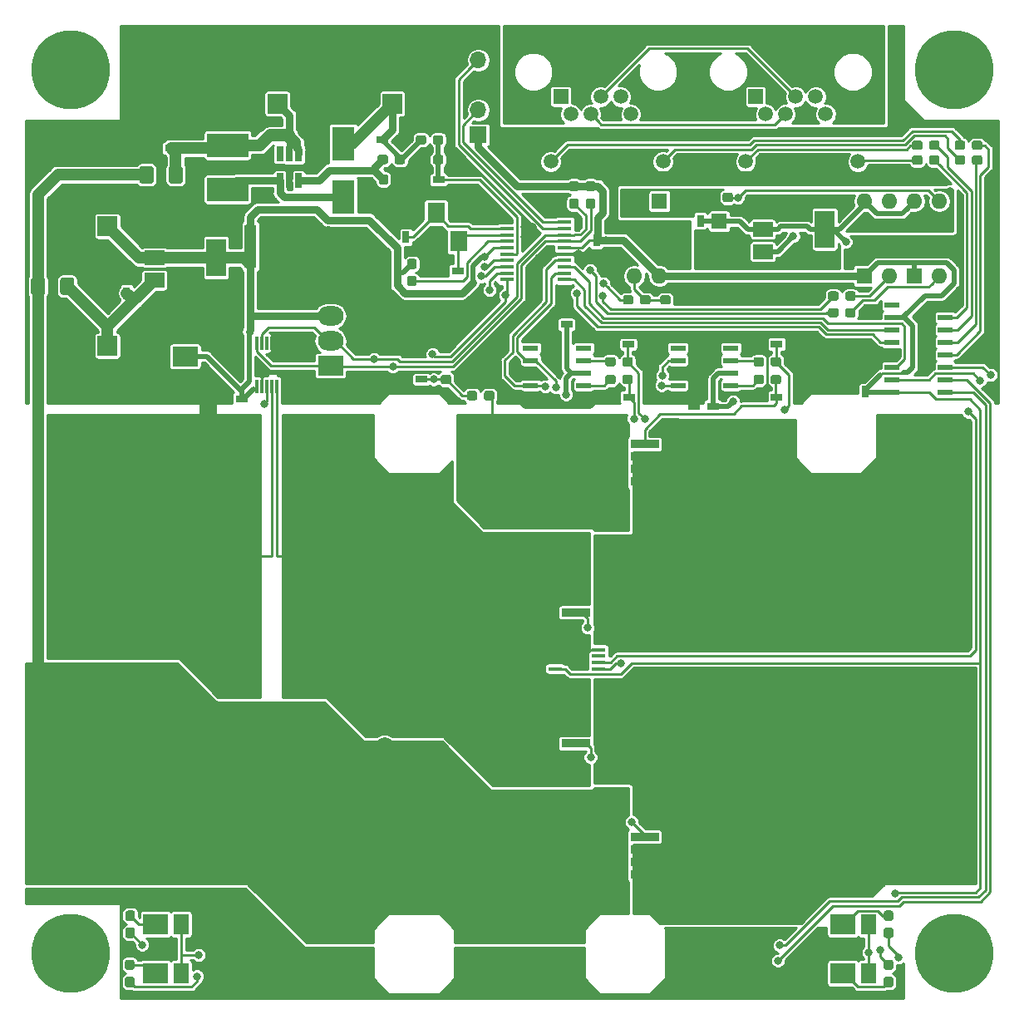
<source format=gbr>
G04 #@! TF.GenerationSoftware,KiCad,Pcbnew,(5.0.1)*
G04 #@! TF.CreationDate,2019-01-31T11:11:09+09:00*
G04 #@! TF.ProjectId,driver,6472697665722E6B696361645F706362,rev?*
G04 #@! TF.SameCoordinates,Original*
G04 #@! TF.FileFunction,Copper,L1,Top,Signal*
G04 #@! TF.FilePolarity,Positive*
%FSLAX46Y46*%
G04 Gerber Fmt 4.6, Leading zero omitted, Abs format (unit mm)*
G04 Created by KiCad (PCBNEW (5.0.1)) date Thu Jan 31 11:11:09 2019*
%MOMM*%
%LPD*%
G01*
G04 APERTURE LIST*
G04 #@! TA.AperFunction,ComponentPad*
%ADD10O,2.600000X2.000000*%
G04 #@! TD*
G04 #@! TA.AperFunction,ComponentPad*
%ADD11R,2.600000X2.000000*%
G04 #@! TD*
G04 #@! TA.AperFunction,SMDPad,CuDef*
%ADD12R,0.300000X1.400000*%
G04 #@! TD*
G04 #@! TA.AperFunction,SMDPad,CuDef*
%ADD13R,1.450000X0.450000*%
G04 #@! TD*
G04 #@! TA.AperFunction,Conductor*
%ADD14C,0.100000*%
G04 #@! TD*
G04 #@! TA.AperFunction,SMDPad,CuDef*
%ADD15C,0.950000*%
G04 #@! TD*
G04 #@! TA.AperFunction,ComponentPad*
%ADD16R,1.600000X1.600000*%
G04 #@! TD*
G04 #@! TA.AperFunction,ComponentPad*
%ADD17O,1.600000X1.600000*%
G04 #@! TD*
G04 #@! TA.AperFunction,SMDPad,CuDef*
%ADD18R,3.750000X4.700000*%
G04 #@! TD*
G04 #@! TA.AperFunction,SMDPad,CuDef*
%ADD19R,2.950000X0.850000*%
G04 #@! TD*
G04 #@! TA.AperFunction,SMDPad,CuDef*
%ADD20R,3.000000X0.850000*%
G04 #@! TD*
G04 #@! TA.AperFunction,SMDPad,CuDef*
%ADD21R,1.200000X0.750000*%
G04 #@! TD*
G04 #@! TA.AperFunction,SMDPad,CuDef*
%ADD22R,0.750000X1.200000*%
G04 #@! TD*
G04 #@! TA.AperFunction,SMDPad,CuDef*
%ADD23R,2.300000X3.500000*%
G04 #@! TD*
G04 #@! TA.AperFunction,SMDPad,CuDef*
%ADD24R,2.500000X2.100000*%
G04 #@! TD*
G04 #@! TA.AperFunction,SMDPad,CuDef*
%ADD25R,1.500000X2.100000*%
G04 #@! TD*
G04 #@! TA.AperFunction,ComponentPad*
%ADD26R,2.600000X2.600000*%
G04 #@! TD*
G04 #@! TA.AperFunction,ComponentPad*
%ADD27C,2.600000*%
G04 #@! TD*
G04 #@! TA.AperFunction,SMDPad,CuDef*
%ADD28R,4.200000X2.400000*%
G04 #@! TD*
G04 #@! TA.AperFunction,SMDPad,CuDef*
%ADD29C,1.425000*%
G04 #@! TD*
G04 #@! TA.AperFunction,SMDPad,CuDef*
%ADD30C,1.525000*%
G04 #@! TD*
G04 #@! TA.AperFunction,SMDPad,CuDef*
%ADD31R,0.650000X1.560000*%
G04 #@! TD*
G04 #@! TA.AperFunction,SMDPad,CuDef*
%ADD32R,2.000000X3.800000*%
G04 #@! TD*
G04 #@! TA.AperFunction,SMDPad,CuDef*
%ADD33R,2.000000X1.500000*%
G04 #@! TD*
G04 #@! TA.AperFunction,SMDPad,CuDef*
%ADD34R,1.800000X2.100000*%
G04 #@! TD*
G04 #@! TA.AperFunction,WasherPad*
%ADD35C,8.000000*%
G04 #@! TD*
G04 #@! TA.AperFunction,SMDPad,CuDef*
%ADD36R,1.550000X0.600000*%
G04 #@! TD*
G04 #@! TA.AperFunction,ComponentPad*
%ADD37C,2.000000*%
G04 #@! TD*
G04 #@! TA.AperFunction,ComponentPad*
%ADD38R,2.000000X2.000000*%
G04 #@! TD*
G04 #@! TA.AperFunction,ComponentPad*
%ADD39R,1.700000X1.700000*%
G04 #@! TD*
G04 #@! TA.AperFunction,ComponentPad*
%ADD40O,1.700000X1.700000*%
G04 #@! TD*
G04 #@! TA.AperFunction,ComponentPad*
%ADD41C,1.600000*%
G04 #@! TD*
G04 #@! TA.AperFunction,ComponentPad*
%ADD42C,1.500000*%
G04 #@! TD*
G04 #@! TA.AperFunction,ComponentPad*
%ADD43R,1.500000X1.500000*%
G04 #@! TD*
G04 #@! TA.AperFunction,SMDPad,CuDef*
%ADD44R,1.500000X0.600000*%
G04 #@! TD*
G04 #@! TA.AperFunction,ViaPad*
%ADD45C,0.800000*%
G04 #@! TD*
G04 #@! TA.AperFunction,ViaPad*
%ADD46C,2.000000*%
G04 #@! TD*
G04 #@! TA.AperFunction,Conductor*
%ADD47C,0.500000*%
G04 #@! TD*
G04 #@! TA.AperFunction,Conductor*
%ADD48C,0.800000*%
G04 #@! TD*
G04 #@! TA.AperFunction,Conductor*
%ADD49C,1.200000*%
G04 #@! TD*
G04 #@! TA.AperFunction,Conductor*
%ADD50C,0.250000*%
G04 #@! TD*
G04 #@! TA.AperFunction,Conductor*
%ADD51C,1.800000*%
G04 #@! TD*
G04 #@! TA.AperFunction,Conductor*
%ADD52C,0.254000*%
G04 #@! TD*
G04 APERTURE END LIST*
D10*
G04 #@! TO.P,J6,4*
G04 #@! TO.N,GND*
X101500000Y-82480000D03*
G04 #@! TO.P,J6,3*
G04 #@! TO.N,+3V3*
X101500000Y-85020000D03*
G04 #@! TO.P,J6,2*
G04 #@! TO.N,/SDA*
X101500000Y-87560000D03*
D11*
G04 #@! TO.P,J6,1*
G04 #@! TO.N,/SCL*
X101500000Y-90100000D03*
G04 #@! TD*
D12*
G04 #@! TO.P,U7,1*
G04 #@! TO.N,GND*
X96000000Y-87800000D03*
G04 #@! TO.P,U7,2*
X95500000Y-87800000D03*
G04 #@! TO.P,U7,3*
G04 #@! TO.N,Net-(U7-Pad3)*
X95000000Y-87800000D03*
G04 #@! TO.P,U7,4*
G04 #@! TO.N,/SDA*
X94500000Y-87800000D03*
G04 #@! TO.P,U7,5*
G04 #@! TO.N,/SCL*
X94000000Y-87800000D03*
G04 #@! TO.P,U7,6*
G04 #@! TO.N,+3V3*
X94000000Y-92200000D03*
G04 #@! TO.P,U7,7*
G04 #@! TO.N,GND*
X94500000Y-92200000D03*
G04 #@! TO.P,U7,8*
G04 #@! TO.N,/VIN*
X95000000Y-92200000D03*
G04 #@! TO.P,U7,9*
G04 #@! TO.N,GND*
X95500000Y-92200000D03*
G04 #@! TO.P,U7,10*
G04 #@! TO.N,/GND_MEAS*
X96000000Y-92200000D03*
G04 #@! TD*
D13*
G04 #@! TO.P,U6,1*
G04 #@! TO.N,GND*
X119450000Y-75475000D03*
G04 #@! TO.P,U6,2*
G04 #@! TO.N,/XT2*
X119450000Y-76125000D03*
G04 #@! TO.P,U6,3*
G04 #@! TO.N,/XT1*
X119450000Y-76775000D03*
G04 #@! TO.P,U6,4*
G04 #@! TO.N,/RST*
X119450000Y-77425000D03*
G04 #@! TO.P,U6,5*
G04 #@! TO.N,+3V3*
X119450000Y-78075000D03*
G04 #@! TO.P,U6,6*
G04 #@! TO.N,/VBOOT_MON*
X119450000Y-78725000D03*
G04 #@! TO.P,U6,7*
G04 #@! TO.N,/DE*
X119450000Y-79375000D03*
G04 #@! TO.P,U6,8*
G04 #@! TO.N,/TX*
X119450000Y-80025000D03*
G04 #@! TO.P,U6,9*
G04 #@! TO.N,/RX*
X119450000Y-80675000D03*
G04 #@! TO.P,U6,10*
G04 #@! TO.N,/VIN_MON*
X119450000Y-81325000D03*
G04 #@! TO.P,U6,11*
G04 #@! TO.N,/SCK*
X125350000Y-81325000D03*
G04 #@! TO.P,U6,12*
G04 #@! TO.N,/CTRL_A*
X125350000Y-80675000D03*
G04 #@! TO.P,U6,13*
G04 #@! TO.N,/MOSI*
X125350000Y-80025000D03*
G04 #@! TO.P,U6,14*
G04 #@! TO.N,/CTRL_B*
X125350000Y-79375000D03*
G04 #@! TO.P,U6,15*
G04 #@! TO.N,GND*
X125350000Y-78725000D03*
G04 #@! TO.P,U6,16*
G04 #@! TO.N,+3V3*
X125350000Y-78075000D03*
G04 #@! TO.P,U6,17*
G04 #@! TO.N,/SCL*
X125350000Y-77425000D03*
G04 #@! TO.P,U6,18*
G04 #@! TO.N,/SDA*
X125350000Y-76775000D03*
G04 #@! TO.P,U6,19*
G04 #@! TO.N,/SWDIO*
X125350000Y-76125000D03*
G04 #@! TO.P,U6,20*
G04 #@! TO.N,/SWCLK*
X125350000Y-75475000D03*
G04 #@! TD*
D14*
G04 #@! TO.N,+VSW*
G04 #@! TO.C,R3*
G36*
X111035779Y-66626144D02*
X111058834Y-66629563D01*
X111081443Y-66635227D01*
X111103387Y-66643079D01*
X111124457Y-66653044D01*
X111144448Y-66665026D01*
X111163168Y-66678910D01*
X111180438Y-66694562D01*
X111196090Y-66711832D01*
X111209974Y-66730552D01*
X111221956Y-66750543D01*
X111231921Y-66771613D01*
X111239773Y-66793557D01*
X111245437Y-66816166D01*
X111248856Y-66839221D01*
X111250000Y-66862500D01*
X111250000Y-67337500D01*
X111248856Y-67360779D01*
X111245437Y-67383834D01*
X111239773Y-67406443D01*
X111231921Y-67428387D01*
X111221956Y-67449457D01*
X111209974Y-67469448D01*
X111196090Y-67488168D01*
X111180438Y-67505438D01*
X111163168Y-67521090D01*
X111144448Y-67534974D01*
X111124457Y-67546956D01*
X111103387Y-67556921D01*
X111081443Y-67564773D01*
X111058834Y-67570437D01*
X111035779Y-67573856D01*
X111012500Y-67575000D01*
X110437500Y-67575000D01*
X110414221Y-67573856D01*
X110391166Y-67570437D01*
X110368557Y-67564773D01*
X110346613Y-67556921D01*
X110325543Y-67546956D01*
X110305552Y-67534974D01*
X110286832Y-67521090D01*
X110269562Y-67505438D01*
X110253910Y-67488168D01*
X110240026Y-67469448D01*
X110228044Y-67449457D01*
X110218079Y-67428387D01*
X110210227Y-67406443D01*
X110204563Y-67383834D01*
X110201144Y-67360779D01*
X110200000Y-67337500D01*
X110200000Y-66862500D01*
X110201144Y-66839221D01*
X110204563Y-66816166D01*
X110210227Y-66793557D01*
X110218079Y-66771613D01*
X110228044Y-66750543D01*
X110240026Y-66730552D01*
X110253910Y-66711832D01*
X110269562Y-66694562D01*
X110286832Y-66678910D01*
X110305552Y-66665026D01*
X110325543Y-66653044D01*
X110346613Y-66643079D01*
X110368557Y-66635227D01*
X110391166Y-66629563D01*
X110414221Y-66626144D01*
X110437500Y-66625000D01*
X111012500Y-66625000D01*
X111035779Y-66626144D01*
X111035779Y-66626144D01*
G37*
D15*
G04 #@! TD*
G04 #@! TO.P,R3,1*
G04 #@! TO.N,+VSW*
X110725000Y-67100000D03*
D14*
G04 #@! TO.N,/VBOOT_MON*
G04 #@! TO.C,R3*
G36*
X112785779Y-66626144D02*
X112808834Y-66629563D01*
X112831443Y-66635227D01*
X112853387Y-66643079D01*
X112874457Y-66653044D01*
X112894448Y-66665026D01*
X112913168Y-66678910D01*
X112930438Y-66694562D01*
X112946090Y-66711832D01*
X112959974Y-66730552D01*
X112971956Y-66750543D01*
X112981921Y-66771613D01*
X112989773Y-66793557D01*
X112995437Y-66816166D01*
X112998856Y-66839221D01*
X113000000Y-66862500D01*
X113000000Y-67337500D01*
X112998856Y-67360779D01*
X112995437Y-67383834D01*
X112989773Y-67406443D01*
X112981921Y-67428387D01*
X112971956Y-67449457D01*
X112959974Y-67469448D01*
X112946090Y-67488168D01*
X112930438Y-67505438D01*
X112913168Y-67521090D01*
X112894448Y-67534974D01*
X112874457Y-67546956D01*
X112853387Y-67556921D01*
X112831443Y-67564773D01*
X112808834Y-67570437D01*
X112785779Y-67573856D01*
X112762500Y-67575000D01*
X112187500Y-67575000D01*
X112164221Y-67573856D01*
X112141166Y-67570437D01*
X112118557Y-67564773D01*
X112096613Y-67556921D01*
X112075543Y-67546956D01*
X112055552Y-67534974D01*
X112036832Y-67521090D01*
X112019562Y-67505438D01*
X112003910Y-67488168D01*
X111990026Y-67469448D01*
X111978044Y-67449457D01*
X111968079Y-67428387D01*
X111960227Y-67406443D01*
X111954563Y-67383834D01*
X111951144Y-67360779D01*
X111950000Y-67337500D01*
X111950000Y-66862500D01*
X111951144Y-66839221D01*
X111954563Y-66816166D01*
X111960227Y-66793557D01*
X111968079Y-66771613D01*
X111978044Y-66750543D01*
X111990026Y-66730552D01*
X112003910Y-66711832D01*
X112019562Y-66694562D01*
X112036832Y-66678910D01*
X112055552Y-66665026D01*
X112075543Y-66653044D01*
X112096613Y-66643079D01*
X112118557Y-66635227D01*
X112141166Y-66629563D01*
X112164221Y-66626144D01*
X112187500Y-66625000D01*
X112762500Y-66625000D01*
X112785779Y-66626144D01*
X112785779Y-66626144D01*
G37*
D15*
G04 #@! TD*
G04 #@! TO.P,R3,2*
G04 #@! TO.N,/VBOOT_MON*
X112475000Y-67100000D03*
D14*
G04 #@! TO.N,Net-(R36-Pad2)*
G04 #@! TO.C,R39*
G36*
X135935779Y-82926144D02*
X135958834Y-82929563D01*
X135981443Y-82935227D01*
X136003387Y-82943079D01*
X136024457Y-82953044D01*
X136044448Y-82965026D01*
X136063168Y-82978910D01*
X136080438Y-82994562D01*
X136096090Y-83011832D01*
X136109974Y-83030552D01*
X136121956Y-83050543D01*
X136131921Y-83071613D01*
X136139773Y-83093557D01*
X136145437Y-83116166D01*
X136148856Y-83139221D01*
X136150000Y-83162500D01*
X136150000Y-83637500D01*
X136148856Y-83660779D01*
X136145437Y-83683834D01*
X136139773Y-83706443D01*
X136131921Y-83728387D01*
X136121956Y-83749457D01*
X136109974Y-83769448D01*
X136096090Y-83788168D01*
X136080438Y-83805438D01*
X136063168Y-83821090D01*
X136044448Y-83834974D01*
X136024457Y-83846956D01*
X136003387Y-83856921D01*
X135981443Y-83864773D01*
X135958834Y-83870437D01*
X135935779Y-83873856D01*
X135912500Y-83875000D01*
X135337500Y-83875000D01*
X135314221Y-83873856D01*
X135291166Y-83870437D01*
X135268557Y-83864773D01*
X135246613Y-83856921D01*
X135225543Y-83846956D01*
X135205552Y-83834974D01*
X135186832Y-83821090D01*
X135169562Y-83805438D01*
X135153910Y-83788168D01*
X135140026Y-83769448D01*
X135128044Y-83749457D01*
X135118079Y-83728387D01*
X135110227Y-83706443D01*
X135104563Y-83683834D01*
X135101144Y-83660779D01*
X135100000Y-83637500D01*
X135100000Y-83162500D01*
X135101144Y-83139221D01*
X135104563Y-83116166D01*
X135110227Y-83093557D01*
X135118079Y-83071613D01*
X135128044Y-83050543D01*
X135140026Y-83030552D01*
X135153910Y-83011832D01*
X135169562Y-82994562D01*
X135186832Y-82978910D01*
X135205552Y-82965026D01*
X135225543Y-82953044D01*
X135246613Y-82943079D01*
X135268557Y-82935227D01*
X135291166Y-82929563D01*
X135314221Y-82926144D01*
X135337500Y-82925000D01*
X135912500Y-82925000D01*
X135935779Y-82926144D01*
X135935779Y-82926144D01*
G37*
D15*
G04 #@! TD*
G04 #@! TO.P,R39,2*
G04 #@! TO.N,Net-(R36-Pad2)*
X135625000Y-83400000D03*
D14*
G04 #@! TO.N,GND*
G04 #@! TO.C,R39*
G36*
X137685779Y-82926144D02*
X137708834Y-82929563D01*
X137731443Y-82935227D01*
X137753387Y-82943079D01*
X137774457Y-82953044D01*
X137794448Y-82965026D01*
X137813168Y-82978910D01*
X137830438Y-82994562D01*
X137846090Y-83011832D01*
X137859974Y-83030552D01*
X137871956Y-83050543D01*
X137881921Y-83071613D01*
X137889773Y-83093557D01*
X137895437Y-83116166D01*
X137898856Y-83139221D01*
X137900000Y-83162500D01*
X137900000Y-83637500D01*
X137898856Y-83660779D01*
X137895437Y-83683834D01*
X137889773Y-83706443D01*
X137881921Y-83728387D01*
X137871956Y-83749457D01*
X137859974Y-83769448D01*
X137846090Y-83788168D01*
X137830438Y-83805438D01*
X137813168Y-83821090D01*
X137794448Y-83834974D01*
X137774457Y-83846956D01*
X137753387Y-83856921D01*
X137731443Y-83864773D01*
X137708834Y-83870437D01*
X137685779Y-83873856D01*
X137662500Y-83875000D01*
X137087500Y-83875000D01*
X137064221Y-83873856D01*
X137041166Y-83870437D01*
X137018557Y-83864773D01*
X136996613Y-83856921D01*
X136975543Y-83846956D01*
X136955552Y-83834974D01*
X136936832Y-83821090D01*
X136919562Y-83805438D01*
X136903910Y-83788168D01*
X136890026Y-83769448D01*
X136878044Y-83749457D01*
X136868079Y-83728387D01*
X136860227Y-83706443D01*
X136854563Y-83683834D01*
X136851144Y-83660779D01*
X136850000Y-83637500D01*
X136850000Y-83162500D01*
X136851144Y-83139221D01*
X136854563Y-83116166D01*
X136860227Y-83093557D01*
X136868079Y-83071613D01*
X136878044Y-83050543D01*
X136890026Y-83030552D01*
X136903910Y-83011832D01*
X136919562Y-82994562D01*
X136936832Y-82978910D01*
X136955552Y-82965026D01*
X136975543Y-82953044D01*
X136996613Y-82943079D01*
X137018557Y-82935227D01*
X137041166Y-82929563D01*
X137064221Y-82926144D01*
X137087500Y-82925000D01*
X137662500Y-82925000D01*
X137685779Y-82926144D01*
X137685779Y-82926144D01*
G37*
D15*
G04 #@! TD*
G04 #@! TO.P,R39,1*
G04 #@! TO.N,GND*
X137375000Y-83400000D03*
D16*
G04 #@! TO.P,U12,1*
G04 #@! TO.N,+3V3*
X160970000Y-80970000D03*
D17*
G04 #@! TO.P,U12,3*
G04 #@! TO.N,/ISO_DE*
X163510000Y-73350000D03*
G04 #@! TO.P,U12,2*
G04 #@! TO.N,Net-(R18-Pad2)*
X163510000Y-80970000D03*
G04 #@! TO.P,U12,4*
G04 #@! TO.N,/ISO_5V*
X160970000Y-73350000D03*
G04 #@! TD*
D18*
G04 #@! TO.P,Q1,1*
G04 #@! TO.N,/VIN*
X129450000Y-100000000D03*
D19*
G04 #@! TO.P,Q1,3*
G04 #@! TO.N,/OUT_A*
X133500000Y-101905000D03*
X133500000Y-100635000D03*
X133500000Y-99365000D03*
G04 #@! TO.P,Q1,2*
G04 #@! TO.N,/DRV4F*
X133500000Y-98095000D03*
D20*
G04 #@! TO.P,Q1,1*
G04 #@! TO.N,/VIN*
X126525000Y-98095000D03*
X126525000Y-99365000D03*
X126525000Y-100635000D03*
X126525000Y-101905000D03*
G04 #@! TD*
D18*
G04 #@! TO.P,Q2,1*
G04 #@! TO.N,/VIN*
X129450000Y-140000000D03*
D19*
G04 #@! TO.P,Q2,3*
G04 #@! TO.N,/OUT_B*
X133500000Y-141905000D03*
X133500000Y-140635000D03*
X133500000Y-139365000D03*
G04 #@! TO.P,Q2,2*
G04 #@! TO.N,/DRV2F*
X133500000Y-138095000D03*
D20*
G04 #@! TO.P,Q2,1*
G04 #@! TO.N,/VIN*
X126525000Y-138095000D03*
X126525000Y-139365000D03*
X126525000Y-140635000D03*
X126525000Y-141905000D03*
G04 #@! TD*
D18*
G04 #@! TO.P,Q3,1*
G04 #@! TO.N,/OUT_A*
X130550000Y-113333300D03*
D19*
G04 #@! TO.P,Q3,3*
G04 #@! TO.N,/GND_MEAS*
X126500000Y-111428300D03*
X126500000Y-112698300D03*
X126500000Y-113968300D03*
G04 #@! TO.P,Q3,2*
G04 #@! TO.N,/DRV3F*
X126500000Y-115238300D03*
D20*
G04 #@! TO.P,Q3,1*
G04 #@! TO.N,/OUT_A*
X133475000Y-115238300D03*
X133475000Y-113968300D03*
X133475000Y-112698300D03*
X133475000Y-111428300D03*
G04 #@! TD*
D18*
G04 #@! TO.P,Q4,1*
G04 #@! TO.N,/OUT_B*
X130550000Y-126666700D03*
D19*
G04 #@! TO.P,Q4,3*
G04 #@! TO.N,/GND_MEAS*
X126500000Y-124761700D03*
X126500000Y-126031700D03*
X126500000Y-127301700D03*
G04 #@! TO.P,Q4,2*
G04 #@! TO.N,/DRV1F*
X126500000Y-128571700D03*
D20*
G04 #@! TO.P,Q4,1*
G04 #@! TO.N,/OUT_B*
X133475000Y-128571700D03*
X133475000Y-127301700D03*
X133475000Y-126031700D03*
X133475000Y-124761700D03*
G04 #@! TD*
D21*
G04 #@! TO.P,C1,1*
G04 #@! TO.N,+VSW*
X106750000Y-67100000D03*
G04 #@! TO.P,C1,2*
G04 #@! TO.N,GND*
X108650000Y-67100000D03*
G04 #@! TD*
G04 #@! TO.P,C4,1*
G04 #@! TO.N,Net-(C3-Pad1)*
X85250000Y-67950000D03*
G04 #@! TO.P,C4,2*
G04 #@! TO.N,GND*
X83350000Y-67950000D03*
G04 #@! TD*
G04 #@! TO.P,C5,1*
G04 #@! TO.N,/VBOOT_MON*
X112524999Y-71174999D03*
G04 #@! TO.P,C5,2*
G04 #@! TO.N,GND*
X110624999Y-71174999D03*
G04 #@! TD*
D22*
G04 #@! TO.P,C12,1*
G04 #@! TO.N,+3V3*
X128600000Y-77350000D03*
G04 #@! TO.P,C12,2*
G04 #@! TO.N,GND*
X128600000Y-79250000D03*
G04 #@! TD*
G04 #@! TO.P,C13,2*
G04 #@! TO.N,GND*
X156000000Y-90850000D03*
G04 #@! TO.P,C13,1*
G04 #@! TO.N,+3V3*
X156000000Y-92750000D03*
G04 #@! TD*
D21*
G04 #@! TO.P,C14,1*
G04 #@! TO.N,+3V3*
X92450000Y-93500000D03*
G04 #@! TO.P,C14,2*
G04 #@! TO.N,GND*
X90550000Y-93500000D03*
G04 #@! TD*
D22*
G04 #@! TO.P,C16,1*
G04 #@! TO.N,Net-(C15-Pad1)*
X80750000Y-82700000D03*
G04 #@! TO.P,C16,2*
G04 #@! TO.N,GND*
X80750000Y-80800000D03*
G04 #@! TD*
D21*
G04 #@! TO.P,C17,2*
G04 #@! TO.N,GND*
X95250000Y-77900000D03*
G04 #@! TO.P,C17,1*
G04 #@! TO.N,+3V3*
X93350000Y-77900000D03*
G04 #@! TD*
G04 #@! TO.P,C18,2*
G04 #@! TO.N,GND*
X95250000Y-76100000D03*
G04 #@! TO.P,C18,1*
G04 #@! TO.N,+3V3*
X93350000Y-76100000D03*
G04 #@! TD*
G04 #@! TO.P,C20,2*
G04 #@! TO.N,/XT1*
X114450000Y-80450000D03*
G04 #@! TO.P,C20,1*
G04 #@! TO.N,GND*
X112550000Y-80450000D03*
G04 #@! TD*
G04 #@! TO.P,C21,2*
G04 #@! TO.N,GND*
X108850000Y-91500000D03*
G04 #@! TO.P,C21,1*
G04 #@! TO.N,/VIN_MON*
X110750000Y-91500000D03*
G04 #@! TD*
D22*
G04 #@! TO.P,C22,1*
G04 #@! TO.N,/XT2*
X109200000Y-77000000D03*
G04 #@! TO.P,C22,2*
G04 #@! TO.N,GND*
X109200000Y-75100000D03*
G04 #@! TD*
D21*
G04 #@! TO.P,C23,2*
G04 #@! TO.N,GND*
X123650000Y-85900000D03*
G04 #@! TO.P,C23,1*
G04 #@! TO.N,+VSW*
X125550000Y-85900000D03*
G04 #@! TD*
G04 #@! TO.P,C24,1*
G04 #@! TO.N,+VSW*
X140450000Y-94250000D03*
G04 #@! TO.P,C24,2*
G04 #@! TO.N,GND*
X138550000Y-94250000D03*
G04 #@! TD*
G04 #@! TO.P,C25,2*
G04 #@! TO.N,GND*
X129950000Y-87900000D03*
G04 #@! TO.P,C25,1*
G04 #@! TO.N,/DRV1F*
X131850000Y-87900000D03*
G04 #@! TD*
G04 #@! TO.P,C26,2*
G04 #@! TO.N,GND*
X145050000Y-87900000D03*
G04 #@! TO.P,C26,1*
G04 #@! TO.N,/DRV2F*
X146950000Y-87900000D03*
G04 #@! TD*
G04 #@! TO.P,C27,1*
G04 #@! TO.N,GND*
X130000000Y-93300000D03*
G04 #@! TO.P,C27,2*
G04 #@! TO.N,/DRV3F*
X131900000Y-93300000D03*
G04 #@! TD*
G04 #@! TO.P,C28,2*
G04 #@! TO.N,/DRV4F*
X146950000Y-93300000D03*
G04 #@! TO.P,C28,1*
G04 #@! TO.N,GND*
X145050000Y-93300000D03*
G04 #@! TD*
G04 #@! TO.P,C29,2*
G04 #@! TO.N,GND*
X95250000Y-79800000D03*
G04 #@! TO.P,C29,1*
G04 #@! TO.N,+3V3*
X93350000Y-79800000D03*
G04 #@! TD*
D23*
G04 #@! TO.P,D1,1*
G04 #@! TO.N,+VSW*
X102800000Y-67500000D03*
G04 #@! TO.P,D1,2*
G04 #@! TO.N,Net-(D1-Pad2)*
X102800000Y-72900000D03*
G04 #@! TD*
D24*
G04 #@! TO.P,D4,1*
G04 #@! TO.N,Net-(D4-Pad1)*
X153670000Y-152000000D03*
D25*
G04 #@! TO.P,D4,2*
G04 #@! TO.N,+3V3*
X156330000Y-152000000D03*
G04 #@! TD*
G04 #@! TO.P,D5,2*
G04 #@! TO.N,+3V3*
X86330000Y-152000000D03*
D24*
G04 #@! TO.P,D5,1*
G04 #@! TO.N,Net-(D5-Pad1)*
X83670000Y-152000000D03*
G04 #@! TD*
D25*
G04 #@! TO.P,D6,2*
G04 #@! TO.N,+3V3*
X86330000Y-147000000D03*
D24*
G04 #@! TO.P,D6,1*
G04 #@! TO.N,Net-(D6-Pad1)*
X83670000Y-147000000D03*
G04 #@! TD*
G04 #@! TO.P,D7,1*
G04 #@! TO.N,Net-(D7-Pad1)*
X153670000Y-147000000D03*
D25*
G04 #@! TO.P,D7,2*
G04 #@! TO.N,+3V3*
X156330000Y-147000000D03*
G04 #@! TD*
D26*
G04 #@! TO.P,J1,1*
G04 #@! TO.N,/OUT_A*
X165000000Y-104840000D03*
D27*
G04 #@! TO.P,J1,2*
X165000000Y-109920000D03*
G04 #@! TO.P,J1,3*
X165000000Y-115000000D03*
G04 #@! TD*
G04 #@! TO.P,J2,3*
G04 #@! TO.N,/OUT_B*
X165000000Y-135080000D03*
G04 #@! TO.P,J2,2*
X165000000Y-130000000D03*
D26*
G04 #@! TO.P,J2,1*
X165000000Y-124920000D03*
G04 #@! TD*
D27*
G04 #@! TO.P,J7,3*
G04 #@! TO.N,/VIN*
X75000000Y-124920000D03*
G04 #@! TO.P,J7,2*
X75000000Y-130000000D03*
D26*
G04 #@! TO.P,J7,1*
X75000000Y-135080000D03*
G04 #@! TD*
G04 #@! TO.P,J8,1*
G04 #@! TO.N,GND*
X75000000Y-115080000D03*
D27*
G04 #@! TO.P,J8,2*
X75000000Y-110000000D03*
G04 #@! TO.P,J8,3*
X75000000Y-104920000D03*
G04 #@! TD*
D28*
G04 #@! TO.P,L1,1*
G04 #@! TO.N,Net-(C3-Pad1)*
X91000000Y-67650000D03*
G04 #@! TO.P,L1,2*
G04 #@! TO.N,Net-(D1-Pad2)*
X91000000Y-72150000D03*
G04 #@! TD*
D14*
G04 #@! TO.N,+VSW*
G04 #@! TO.C,R2*
G36*
X108885779Y-68626144D02*
X108908834Y-68629563D01*
X108931443Y-68635227D01*
X108953387Y-68643079D01*
X108974457Y-68653044D01*
X108994448Y-68665026D01*
X109013168Y-68678910D01*
X109030438Y-68694562D01*
X109046090Y-68711832D01*
X109059974Y-68730552D01*
X109071956Y-68750543D01*
X109081921Y-68771613D01*
X109089773Y-68793557D01*
X109095437Y-68816166D01*
X109098856Y-68839221D01*
X109100000Y-68862500D01*
X109100000Y-69337500D01*
X109098856Y-69360779D01*
X109095437Y-69383834D01*
X109089773Y-69406443D01*
X109081921Y-69428387D01*
X109071956Y-69449457D01*
X109059974Y-69469448D01*
X109046090Y-69488168D01*
X109030438Y-69505438D01*
X109013168Y-69521090D01*
X108994448Y-69534974D01*
X108974457Y-69546956D01*
X108953387Y-69556921D01*
X108931443Y-69564773D01*
X108908834Y-69570437D01*
X108885779Y-69573856D01*
X108862500Y-69575000D01*
X108287500Y-69575000D01*
X108264221Y-69573856D01*
X108241166Y-69570437D01*
X108218557Y-69564773D01*
X108196613Y-69556921D01*
X108175543Y-69546956D01*
X108155552Y-69534974D01*
X108136832Y-69521090D01*
X108119562Y-69505438D01*
X108103910Y-69488168D01*
X108090026Y-69469448D01*
X108078044Y-69449457D01*
X108068079Y-69428387D01*
X108060227Y-69406443D01*
X108054563Y-69383834D01*
X108051144Y-69360779D01*
X108050000Y-69337500D01*
X108050000Y-68862500D01*
X108051144Y-68839221D01*
X108054563Y-68816166D01*
X108060227Y-68793557D01*
X108068079Y-68771613D01*
X108078044Y-68750543D01*
X108090026Y-68730552D01*
X108103910Y-68711832D01*
X108119562Y-68694562D01*
X108136832Y-68678910D01*
X108155552Y-68665026D01*
X108175543Y-68653044D01*
X108196613Y-68643079D01*
X108218557Y-68635227D01*
X108241166Y-68629563D01*
X108264221Y-68626144D01*
X108287500Y-68625000D01*
X108862500Y-68625000D01*
X108885779Y-68626144D01*
X108885779Y-68626144D01*
G37*
D15*
G04 #@! TD*
G04 #@! TO.P,R2,2*
G04 #@! TO.N,+VSW*
X108575000Y-69100000D03*
D14*
G04 #@! TO.N,Net-(R2-Pad1)*
G04 #@! TO.C,R2*
G36*
X107135779Y-68626144D02*
X107158834Y-68629563D01*
X107181443Y-68635227D01*
X107203387Y-68643079D01*
X107224457Y-68653044D01*
X107244448Y-68665026D01*
X107263168Y-68678910D01*
X107280438Y-68694562D01*
X107296090Y-68711832D01*
X107309974Y-68730552D01*
X107321956Y-68750543D01*
X107331921Y-68771613D01*
X107339773Y-68793557D01*
X107345437Y-68816166D01*
X107348856Y-68839221D01*
X107350000Y-68862500D01*
X107350000Y-69337500D01*
X107348856Y-69360779D01*
X107345437Y-69383834D01*
X107339773Y-69406443D01*
X107331921Y-69428387D01*
X107321956Y-69449457D01*
X107309974Y-69469448D01*
X107296090Y-69488168D01*
X107280438Y-69505438D01*
X107263168Y-69521090D01*
X107244448Y-69534974D01*
X107224457Y-69546956D01*
X107203387Y-69556921D01*
X107181443Y-69564773D01*
X107158834Y-69570437D01*
X107135779Y-69573856D01*
X107112500Y-69575000D01*
X106537500Y-69575000D01*
X106514221Y-69573856D01*
X106491166Y-69570437D01*
X106468557Y-69564773D01*
X106446613Y-69556921D01*
X106425543Y-69546956D01*
X106405552Y-69534974D01*
X106386832Y-69521090D01*
X106369562Y-69505438D01*
X106353910Y-69488168D01*
X106340026Y-69469448D01*
X106328044Y-69449457D01*
X106318079Y-69428387D01*
X106310227Y-69406443D01*
X106304563Y-69383834D01*
X106301144Y-69360779D01*
X106300000Y-69337500D01*
X106300000Y-68862500D01*
X106301144Y-68839221D01*
X106304563Y-68816166D01*
X106310227Y-68793557D01*
X106318079Y-68771613D01*
X106328044Y-68750543D01*
X106340026Y-68730552D01*
X106353910Y-68711832D01*
X106369562Y-68694562D01*
X106386832Y-68678910D01*
X106405552Y-68665026D01*
X106425543Y-68653044D01*
X106446613Y-68643079D01*
X106468557Y-68635227D01*
X106491166Y-68629563D01*
X106514221Y-68626144D01*
X106537500Y-68625000D01*
X107112500Y-68625000D01*
X107135779Y-68626144D01*
X107135779Y-68626144D01*
G37*
D15*
G04 #@! TD*
G04 #@! TO.P,R2,1*
G04 #@! TO.N,Net-(R2-Pad1)*
X106825000Y-69100000D03*
D14*
G04 #@! TO.N,Net-(R2-Pad1)*
G04 #@! TO.C,R4*
G36*
X107160779Y-70601144D02*
X107183834Y-70604563D01*
X107206443Y-70610227D01*
X107228387Y-70618079D01*
X107249457Y-70628044D01*
X107269448Y-70640026D01*
X107288168Y-70653910D01*
X107305438Y-70669562D01*
X107321090Y-70686832D01*
X107334974Y-70705552D01*
X107346956Y-70725543D01*
X107356921Y-70746613D01*
X107364773Y-70768557D01*
X107370437Y-70791166D01*
X107373856Y-70814221D01*
X107375000Y-70837500D01*
X107375000Y-71412500D01*
X107373856Y-71435779D01*
X107370437Y-71458834D01*
X107364773Y-71481443D01*
X107356921Y-71503387D01*
X107346956Y-71524457D01*
X107334974Y-71544448D01*
X107321090Y-71563168D01*
X107305438Y-71580438D01*
X107288168Y-71596090D01*
X107269448Y-71609974D01*
X107249457Y-71621956D01*
X107228387Y-71631921D01*
X107206443Y-71639773D01*
X107183834Y-71645437D01*
X107160779Y-71648856D01*
X107137500Y-71650000D01*
X106662500Y-71650000D01*
X106639221Y-71648856D01*
X106616166Y-71645437D01*
X106593557Y-71639773D01*
X106571613Y-71631921D01*
X106550543Y-71621956D01*
X106530552Y-71609974D01*
X106511832Y-71596090D01*
X106494562Y-71580438D01*
X106478910Y-71563168D01*
X106465026Y-71544448D01*
X106453044Y-71524457D01*
X106443079Y-71503387D01*
X106435227Y-71481443D01*
X106429563Y-71458834D01*
X106426144Y-71435779D01*
X106425000Y-71412500D01*
X106425000Y-70837500D01*
X106426144Y-70814221D01*
X106429563Y-70791166D01*
X106435227Y-70768557D01*
X106443079Y-70746613D01*
X106453044Y-70725543D01*
X106465026Y-70705552D01*
X106478910Y-70686832D01*
X106494562Y-70669562D01*
X106511832Y-70653910D01*
X106530552Y-70640026D01*
X106550543Y-70628044D01*
X106571613Y-70618079D01*
X106593557Y-70610227D01*
X106616166Y-70604563D01*
X106639221Y-70601144D01*
X106662500Y-70600000D01*
X107137500Y-70600000D01*
X107160779Y-70601144D01*
X107160779Y-70601144D01*
G37*
D15*
G04 #@! TD*
G04 #@! TO.P,R4,2*
G04 #@! TO.N,Net-(R2-Pad1)*
X106900000Y-71125000D03*
D14*
G04 #@! TO.N,GND*
G04 #@! TO.C,R4*
G36*
X107160779Y-72351144D02*
X107183834Y-72354563D01*
X107206443Y-72360227D01*
X107228387Y-72368079D01*
X107249457Y-72378044D01*
X107269448Y-72390026D01*
X107288168Y-72403910D01*
X107305438Y-72419562D01*
X107321090Y-72436832D01*
X107334974Y-72455552D01*
X107346956Y-72475543D01*
X107356921Y-72496613D01*
X107364773Y-72518557D01*
X107370437Y-72541166D01*
X107373856Y-72564221D01*
X107375000Y-72587500D01*
X107375000Y-73162500D01*
X107373856Y-73185779D01*
X107370437Y-73208834D01*
X107364773Y-73231443D01*
X107356921Y-73253387D01*
X107346956Y-73274457D01*
X107334974Y-73294448D01*
X107321090Y-73313168D01*
X107305438Y-73330438D01*
X107288168Y-73346090D01*
X107269448Y-73359974D01*
X107249457Y-73371956D01*
X107228387Y-73381921D01*
X107206443Y-73389773D01*
X107183834Y-73395437D01*
X107160779Y-73398856D01*
X107137500Y-73400000D01*
X106662500Y-73400000D01*
X106639221Y-73398856D01*
X106616166Y-73395437D01*
X106593557Y-73389773D01*
X106571613Y-73381921D01*
X106550543Y-73371956D01*
X106530552Y-73359974D01*
X106511832Y-73346090D01*
X106494562Y-73330438D01*
X106478910Y-73313168D01*
X106465026Y-73294448D01*
X106453044Y-73274457D01*
X106443079Y-73253387D01*
X106435227Y-73231443D01*
X106429563Y-73208834D01*
X106426144Y-73185779D01*
X106425000Y-73162500D01*
X106425000Y-72587500D01*
X106426144Y-72564221D01*
X106429563Y-72541166D01*
X106435227Y-72518557D01*
X106443079Y-72496613D01*
X106453044Y-72475543D01*
X106465026Y-72455552D01*
X106478910Y-72436832D01*
X106494562Y-72419562D01*
X106511832Y-72403910D01*
X106530552Y-72390026D01*
X106550543Y-72378044D01*
X106571613Y-72368079D01*
X106593557Y-72360227D01*
X106616166Y-72354563D01*
X106639221Y-72351144D01*
X106662500Y-72350000D01*
X107137500Y-72350000D01*
X107160779Y-72351144D01*
X107160779Y-72351144D01*
G37*
D15*
G04 #@! TD*
G04 #@! TO.P,R4,1*
G04 #@! TO.N,GND*
X106900000Y-72875000D03*
D14*
G04 #@! TO.N,GND*
G04 #@! TO.C,R5*
G36*
X111035779Y-68626144D02*
X111058834Y-68629563D01*
X111081443Y-68635227D01*
X111103387Y-68643079D01*
X111124457Y-68653044D01*
X111144448Y-68665026D01*
X111163168Y-68678910D01*
X111180438Y-68694562D01*
X111196090Y-68711832D01*
X111209974Y-68730552D01*
X111221956Y-68750543D01*
X111231921Y-68771613D01*
X111239773Y-68793557D01*
X111245437Y-68816166D01*
X111248856Y-68839221D01*
X111250000Y-68862500D01*
X111250000Y-69337500D01*
X111248856Y-69360779D01*
X111245437Y-69383834D01*
X111239773Y-69406443D01*
X111231921Y-69428387D01*
X111221956Y-69449457D01*
X111209974Y-69469448D01*
X111196090Y-69488168D01*
X111180438Y-69505438D01*
X111163168Y-69521090D01*
X111144448Y-69534974D01*
X111124457Y-69546956D01*
X111103387Y-69556921D01*
X111081443Y-69564773D01*
X111058834Y-69570437D01*
X111035779Y-69573856D01*
X111012500Y-69575000D01*
X110437500Y-69575000D01*
X110414221Y-69573856D01*
X110391166Y-69570437D01*
X110368557Y-69564773D01*
X110346613Y-69556921D01*
X110325543Y-69546956D01*
X110305552Y-69534974D01*
X110286832Y-69521090D01*
X110269562Y-69505438D01*
X110253910Y-69488168D01*
X110240026Y-69469448D01*
X110228044Y-69449457D01*
X110218079Y-69428387D01*
X110210227Y-69406443D01*
X110204563Y-69383834D01*
X110201144Y-69360779D01*
X110200000Y-69337500D01*
X110200000Y-68862500D01*
X110201144Y-68839221D01*
X110204563Y-68816166D01*
X110210227Y-68793557D01*
X110218079Y-68771613D01*
X110228044Y-68750543D01*
X110240026Y-68730552D01*
X110253910Y-68711832D01*
X110269562Y-68694562D01*
X110286832Y-68678910D01*
X110305552Y-68665026D01*
X110325543Y-68653044D01*
X110346613Y-68643079D01*
X110368557Y-68635227D01*
X110391166Y-68629563D01*
X110414221Y-68626144D01*
X110437500Y-68625000D01*
X111012500Y-68625000D01*
X111035779Y-68626144D01*
X111035779Y-68626144D01*
G37*
D15*
G04 #@! TD*
G04 #@! TO.P,R5,1*
G04 #@! TO.N,GND*
X110725000Y-69100000D03*
D14*
G04 #@! TO.N,/VBOOT_MON*
G04 #@! TO.C,R5*
G36*
X112785779Y-68626144D02*
X112808834Y-68629563D01*
X112831443Y-68635227D01*
X112853387Y-68643079D01*
X112874457Y-68653044D01*
X112894448Y-68665026D01*
X112913168Y-68678910D01*
X112930438Y-68694562D01*
X112946090Y-68711832D01*
X112959974Y-68730552D01*
X112971956Y-68750543D01*
X112981921Y-68771613D01*
X112989773Y-68793557D01*
X112995437Y-68816166D01*
X112998856Y-68839221D01*
X113000000Y-68862500D01*
X113000000Y-69337500D01*
X112998856Y-69360779D01*
X112995437Y-69383834D01*
X112989773Y-69406443D01*
X112981921Y-69428387D01*
X112971956Y-69449457D01*
X112959974Y-69469448D01*
X112946090Y-69488168D01*
X112930438Y-69505438D01*
X112913168Y-69521090D01*
X112894448Y-69534974D01*
X112874457Y-69546956D01*
X112853387Y-69556921D01*
X112831443Y-69564773D01*
X112808834Y-69570437D01*
X112785779Y-69573856D01*
X112762500Y-69575000D01*
X112187500Y-69575000D01*
X112164221Y-69573856D01*
X112141166Y-69570437D01*
X112118557Y-69564773D01*
X112096613Y-69556921D01*
X112075543Y-69546956D01*
X112055552Y-69534974D01*
X112036832Y-69521090D01*
X112019562Y-69505438D01*
X112003910Y-69488168D01*
X111990026Y-69469448D01*
X111978044Y-69449457D01*
X111968079Y-69428387D01*
X111960227Y-69406443D01*
X111954563Y-69383834D01*
X111951144Y-69360779D01*
X111950000Y-69337500D01*
X111950000Y-68862500D01*
X111951144Y-68839221D01*
X111954563Y-68816166D01*
X111960227Y-68793557D01*
X111968079Y-68771613D01*
X111978044Y-68750543D01*
X111990026Y-68730552D01*
X112003910Y-68711832D01*
X112019562Y-68694562D01*
X112036832Y-68678910D01*
X112055552Y-68665026D01*
X112075543Y-68653044D01*
X112096613Y-68643079D01*
X112118557Y-68635227D01*
X112141166Y-68629563D01*
X112164221Y-68626144D01*
X112187500Y-68625000D01*
X112762500Y-68625000D01*
X112785779Y-68626144D01*
X112785779Y-68626144D01*
G37*
D15*
G04 #@! TD*
G04 #@! TO.P,R5,2*
G04 #@! TO.N,/VBOOT_MON*
X112475000Y-69100000D03*
D14*
G04 #@! TO.N,/VIN*
G04 #@! TO.C,R7*
G36*
X72199504Y-81126204D02*
X72223773Y-81129804D01*
X72247571Y-81135765D01*
X72270671Y-81144030D01*
X72292849Y-81154520D01*
X72313893Y-81167133D01*
X72333598Y-81181747D01*
X72351777Y-81198223D01*
X72368253Y-81216402D01*
X72382867Y-81236107D01*
X72395480Y-81257151D01*
X72405970Y-81279329D01*
X72414235Y-81302429D01*
X72420196Y-81326227D01*
X72423796Y-81350496D01*
X72425000Y-81375000D01*
X72425000Y-82625000D01*
X72423796Y-82649504D01*
X72420196Y-82673773D01*
X72414235Y-82697571D01*
X72405970Y-82720671D01*
X72395480Y-82742849D01*
X72382867Y-82763893D01*
X72368253Y-82783598D01*
X72351777Y-82801777D01*
X72333598Y-82818253D01*
X72313893Y-82832867D01*
X72292849Y-82845480D01*
X72270671Y-82855970D01*
X72247571Y-82864235D01*
X72223773Y-82870196D01*
X72199504Y-82873796D01*
X72175000Y-82875000D01*
X71250000Y-82875000D01*
X71225496Y-82873796D01*
X71201227Y-82870196D01*
X71177429Y-82864235D01*
X71154329Y-82855970D01*
X71132151Y-82845480D01*
X71111107Y-82832867D01*
X71091402Y-82818253D01*
X71073223Y-82801777D01*
X71056747Y-82783598D01*
X71042133Y-82763893D01*
X71029520Y-82742849D01*
X71019030Y-82720671D01*
X71010765Y-82697571D01*
X71004804Y-82673773D01*
X71001204Y-82649504D01*
X71000000Y-82625000D01*
X71000000Y-81375000D01*
X71001204Y-81350496D01*
X71004804Y-81326227D01*
X71010765Y-81302429D01*
X71019030Y-81279329D01*
X71029520Y-81257151D01*
X71042133Y-81236107D01*
X71056747Y-81216402D01*
X71073223Y-81198223D01*
X71091402Y-81181747D01*
X71111107Y-81167133D01*
X71132151Y-81154520D01*
X71154329Y-81144030D01*
X71177429Y-81135765D01*
X71201227Y-81129804D01*
X71225496Y-81126204D01*
X71250000Y-81125000D01*
X72175000Y-81125000D01*
X72199504Y-81126204D01*
X72199504Y-81126204D01*
G37*
D29*
G04 #@! TD*
G04 #@! TO.P,R7,1*
G04 #@! TO.N,/VIN*
X71712500Y-82000000D03*
D14*
G04 #@! TO.N,Net-(C15-Pad1)*
G04 #@! TO.C,R7*
G36*
X75174504Y-81126204D02*
X75198773Y-81129804D01*
X75222571Y-81135765D01*
X75245671Y-81144030D01*
X75267849Y-81154520D01*
X75288893Y-81167133D01*
X75308598Y-81181747D01*
X75326777Y-81198223D01*
X75343253Y-81216402D01*
X75357867Y-81236107D01*
X75370480Y-81257151D01*
X75380970Y-81279329D01*
X75389235Y-81302429D01*
X75395196Y-81326227D01*
X75398796Y-81350496D01*
X75400000Y-81375000D01*
X75400000Y-82625000D01*
X75398796Y-82649504D01*
X75395196Y-82673773D01*
X75389235Y-82697571D01*
X75380970Y-82720671D01*
X75370480Y-82742849D01*
X75357867Y-82763893D01*
X75343253Y-82783598D01*
X75326777Y-82801777D01*
X75308598Y-82818253D01*
X75288893Y-82832867D01*
X75267849Y-82845480D01*
X75245671Y-82855970D01*
X75222571Y-82864235D01*
X75198773Y-82870196D01*
X75174504Y-82873796D01*
X75150000Y-82875000D01*
X74225000Y-82875000D01*
X74200496Y-82873796D01*
X74176227Y-82870196D01*
X74152429Y-82864235D01*
X74129329Y-82855970D01*
X74107151Y-82845480D01*
X74086107Y-82832867D01*
X74066402Y-82818253D01*
X74048223Y-82801777D01*
X74031747Y-82783598D01*
X74017133Y-82763893D01*
X74004520Y-82742849D01*
X73994030Y-82720671D01*
X73985765Y-82697571D01*
X73979804Y-82673773D01*
X73976204Y-82649504D01*
X73975000Y-82625000D01*
X73975000Y-81375000D01*
X73976204Y-81350496D01*
X73979804Y-81326227D01*
X73985765Y-81302429D01*
X73994030Y-81279329D01*
X74004520Y-81257151D01*
X74017133Y-81236107D01*
X74031747Y-81216402D01*
X74048223Y-81198223D01*
X74066402Y-81181747D01*
X74086107Y-81167133D01*
X74107151Y-81154520D01*
X74129329Y-81144030D01*
X74152429Y-81135765D01*
X74176227Y-81129804D01*
X74200496Y-81126204D01*
X74225000Y-81125000D01*
X75150000Y-81125000D01*
X75174504Y-81126204D01*
X75174504Y-81126204D01*
G37*
D29*
G04 #@! TD*
G04 #@! TO.P,R7,2*
G04 #@! TO.N,Net-(C15-Pad1)*
X74687500Y-82000000D03*
D14*
G04 #@! TO.N,/VIN_MON*
G04 #@! TO.C,R8*
G36*
X116235779Y-92676144D02*
X116258834Y-92679563D01*
X116281443Y-92685227D01*
X116303387Y-92693079D01*
X116324457Y-92703044D01*
X116344448Y-92715026D01*
X116363168Y-92728910D01*
X116380438Y-92744562D01*
X116396090Y-92761832D01*
X116409974Y-92780552D01*
X116421956Y-92800543D01*
X116431921Y-92821613D01*
X116439773Y-92843557D01*
X116445437Y-92866166D01*
X116448856Y-92889221D01*
X116450000Y-92912500D01*
X116450000Y-93387500D01*
X116448856Y-93410779D01*
X116445437Y-93433834D01*
X116439773Y-93456443D01*
X116431921Y-93478387D01*
X116421956Y-93499457D01*
X116409974Y-93519448D01*
X116396090Y-93538168D01*
X116380438Y-93555438D01*
X116363168Y-93571090D01*
X116344448Y-93584974D01*
X116324457Y-93596956D01*
X116303387Y-93606921D01*
X116281443Y-93614773D01*
X116258834Y-93620437D01*
X116235779Y-93623856D01*
X116212500Y-93625000D01*
X115637500Y-93625000D01*
X115614221Y-93623856D01*
X115591166Y-93620437D01*
X115568557Y-93614773D01*
X115546613Y-93606921D01*
X115525543Y-93596956D01*
X115505552Y-93584974D01*
X115486832Y-93571090D01*
X115469562Y-93555438D01*
X115453910Y-93538168D01*
X115440026Y-93519448D01*
X115428044Y-93499457D01*
X115418079Y-93478387D01*
X115410227Y-93456443D01*
X115404563Y-93433834D01*
X115401144Y-93410779D01*
X115400000Y-93387500D01*
X115400000Y-92912500D01*
X115401144Y-92889221D01*
X115404563Y-92866166D01*
X115410227Y-92843557D01*
X115418079Y-92821613D01*
X115428044Y-92800543D01*
X115440026Y-92780552D01*
X115453910Y-92761832D01*
X115469562Y-92744562D01*
X115486832Y-92728910D01*
X115505552Y-92715026D01*
X115525543Y-92703044D01*
X115546613Y-92693079D01*
X115568557Y-92685227D01*
X115591166Y-92679563D01*
X115614221Y-92676144D01*
X115637500Y-92675000D01*
X116212500Y-92675000D01*
X116235779Y-92676144D01*
X116235779Y-92676144D01*
G37*
D15*
G04 #@! TD*
G04 #@! TO.P,R8,2*
G04 #@! TO.N,/VIN_MON*
X115925000Y-93150000D03*
D14*
G04 #@! TO.N,/VIN*
G04 #@! TO.C,R8*
G36*
X117985779Y-92676144D02*
X118008834Y-92679563D01*
X118031443Y-92685227D01*
X118053387Y-92693079D01*
X118074457Y-92703044D01*
X118094448Y-92715026D01*
X118113168Y-92728910D01*
X118130438Y-92744562D01*
X118146090Y-92761832D01*
X118159974Y-92780552D01*
X118171956Y-92800543D01*
X118181921Y-92821613D01*
X118189773Y-92843557D01*
X118195437Y-92866166D01*
X118198856Y-92889221D01*
X118200000Y-92912500D01*
X118200000Y-93387500D01*
X118198856Y-93410779D01*
X118195437Y-93433834D01*
X118189773Y-93456443D01*
X118181921Y-93478387D01*
X118171956Y-93499457D01*
X118159974Y-93519448D01*
X118146090Y-93538168D01*
X118130438Y-93555438D01*
X118113168Y-93571090D01*
X118094448Y-93584974D01*
X118074457Y-93596956D01*
X118053387Y-93606921D01*
X118031443Y-93614773D01*
X118008834Y-93620437D01*
X117985779Y-93623856D01*
X117962500Y-93625000D01*
X117387500Y-93625000D01*
X117364221Y-93623856D01*
X117341166Y-93620437D01*
X117318557Y-93614773D01*
X117296613Y-93606921D01*
X117275543Y-93596956D01*
X117255552Y-93584974D01*
X117236832Y-93571090D01*
X117219562Y-93555438D01*
X117203910Y-93538168D01*
X117190026Y-93519448D01*
X117178044Y-93499457D01*
X117168079Y-93478387D01*
X117160227Y-93456443D01*
X117154563Y-93433834D01*
X117151144Y-93410779D01*
X117150000Y-93387500D01*
X117150000Y-92912500D01*
X117151144Y-92889221D01*
X117154563Y-92866166D01*
X117160227Y-92843557D01*
X117168079Y-92821613D01*
X117178044Y-92800543D01*
X117190026Y-92780552D01*
X117203910Y-92761832D01*
X117219562Y-92744562D01*
X117236832Y-92728910D01*
X117255552Y-92715026D01*
X117275543Y-92703044D01*
X117296613Y-92693079D01*
X117318557Y-92685227D01*
X117341166Y-92679563D01*
X117364221Y-92676144D01*
X117387500Y-92675000D01*
X117962500Y-92675000D01*
X117985779Y-92676144D01*
X117985779Y-92676144D01*
G37*
D15*
G04 #@! TD*
G04 #@! TO.P,R8,1*
G04 #@! TO.N,/VIN*
X117675000Y-93150000D03*
D14*
G04 #@! TO.N,GND*
G04 #@! TO.C,R9*
G36*
X115335779Y-91026144D02*
X115358834Y-91029563D01*
X115381443Y-91035227D01*
X115403387Y-91043079D01*
X115424457Y-91053044D01*
X115444448Y-91065026D01*
X115463168Y-91078910D01*
X115480438Y-91094562D01*
X115496090Y-91111832D01*
X115509974Y-91130552D01*
X115521956Y-91150543D01*
X115531921Y-91171613D01*
X115539773Y-91193557D01*
X115545437Y-91216166D01*
X115548856Y-91239221D01*
X115550000Y-91262500D01*
X115550000Y-91737500D01*
X115548856Y-91760779D01*
X115545437Y-91783834D01*
X115539773Y-91806443D01*
X115531921Y-91828387D01*
X115521956Y-91849457D01*
X115509974Y-91869448D01*
X115496090Y-91888168D01*
X115480438Y-91905438D01*
X115463168Y-91921090D01*
X115444448Y-91934974D01*
X115424457Y-91946956D01*
X115403387Y-91956921D01*
X115381443Y-91964773D01*
X115358834Y-91970437D01*
X115335779Y-91973856D01*
X115312500Y-91975000D01*
X114737500Y-91975000D01*
X114714221Y-91973856D01*
X114691166Y-91970437D01*
X114668557Y-91964773D01*
X114646613Y-91956921D01*
X114625543Y-91946956D01*
X114605552Y-91934974D01*
X114586832Y-91921090D01*
X114569562Y-91905438D01*
X114553910Y-91888168D01*
X114540026Y-91869448D01*
X114528044Y-91849457D01*
X114518079Y-91828387D01*
X114510227Y-91806443D01*
X114504563Y-91783834D01*
X114501144Y-91760779D01*
X114500000Y-91737500D01*
X114500000Y-91262500D01*
X114501144Y-91239221D01*
X114504563Y-91216166D01*
X114510227Y-91193557D01*
X114518079Y-91171613D01*
X114528044Y-91150543D01*
X114540026Y-91130552D01*
X114553910Y-91111832D01*
X114569562Y-91094562D01*
X114586832Y-91078910D01*
X114605552Y-91065026D01*
X114625543Y-91053044D01*
X114646613Y-91043079D01*
X114668557Y-91035227D01*
X114691166Y-91029563D01*
X114714221Y-91026144D01*
X114737500Y-91025000D01*
X115312500Y-91025000D01*
X115335779Y-91026144D01*
X115335779Y-91026144D01*
G37*
D15*
G04 #@! TD*
G04 #@! TO.P,R9,1*
G04 #@! TO.N,GND*
X115025000Y-91500000D03*
D14*
G04 #@! TO.N,/VIN_MON*
G04 #@! TO.C,R9*
G36*
X113585779Y-91026144D02*
X113608834Y-91029563D01*
X113631443Y-91035227D01*
X113653387Y-91043079D01*
X113674457Y-91053044D01*
X113694448Y-91065026D01*
X113713168Y-91078910D01*
X113730438Y-91094562D01*
X113746090Y-91111832D01*
X113759974Y-91130552D01*
X113771956Y-91150543D01*
X113781921Y-91171613D01*
X113789773Y-91193557D01*
X113795437Y-91216166D01*
X113798856Y-91239221D01*
X113800000Y-91262500D01*
X113800000Y-91737500D01*
X113798856Y-91760779D01*
X113795437Y-91783834D01*
X113789773Y-91806443D01*
X113781921Y-91828387D01*
X113771956Y-91849457D01*
X113759974Y-91869448D01*
X113746090Y-91888168D01*
X113730438Y-91905438D01*
X113713168Y-91921090D01*
X113694448Y-91934974D01*
X113674457Y-91946956D01*
X113653387Y-91956921D01*
X113631443Y-91964773D01*
X113608834Y-91970437D01*
X113585779Y-91973856D01*
X113562500Y-91975000D01*
X112987500Y-91975000D01*
X112964221Y-91973856D01*
X112941166Y-91970437D01*
X112918557Y-91964773D01*
X112896613Y-91956921D01*
X112875543Y-91946956D01*
X112855552Y-91934974D01*
X112836832Y-91921090D01*
X112819562Y-91905438D01*
X112803910Y-91888168D01*
X112790026Y-91869448D01*
X112778044Y-91849457D01*
X112768079Y-91828387D01*
X112760227Y-91806443D01*
X112754563Y-91783834D01*
X112751144Y-91760779D01*
X112750000Y-91737500D01*
X112750000Y-91262500D01*
X112751144Y-91239221D01*
X112754563Y-91216166D01*
X112760227Y-91193557D01*
X112768079Y-91171613D01*
X112778044Y-91150543D01*
X112790026Y-91130552D01*
X112803910Y-91111832D01*
X112819562Y-91094562D01*
X112836832Y-91078910D01*
X112855552Y-91065026D01*
X112875543Y-91053044D01*
X112896613Y-91043079D01*
X112918557Y-91035227D01*
X112941166Y-91029563D01*
X112964221Y-91026144D01*
X112987500Y-91025000D01*
X113562500Y-91025000D01*
X113585779Y-91026144D01*
X113585779Y-91026144D01*
G37*
D15*
G04 #@! TD*
G04 #@! TO.P,R9,2*
G04 #@! TO.N,/VIN_MON*
X113275000Y-91500000D03*
D14*
G04 #@! TO.N,+3V3*
G04 #@! TO.C,R10*
G36*
X110060779Y-79201144D02*
X110083834Y-79204563D01*
X110106443Y-79210227D01*
X110128387Y-79218079D01*
X110149457Y-79228044D01*
X110169448Y-79240026D01*
X110188168Y-79253910D01*
X110205438Y-79269562D01*
X110221090Y-79286832D01*
X110234974Y-79305552D01*
X110246956Y-79325543D01*
X110256921Y-79346613D01*
X110264773Y-79368557D01*
X110270437Y-79391166D01*
X110273856Y-79414221D01*
X110275000Y-79437500D01*
X110275000Y-80012500D01*
X110273856Y-80035779D01*
X110270437Y-80058834D01*
X110264773Y-80081443D01*
X110256921Y-80103387D01*
X110246956Y-80124457D01*
X110234974Y-80144448D01*
X110221090Y-80163168D01*
X110205438Y-80180438D01*
X110188168Y-80196090D01*
X110169448Y-80209974D01*
X110149457Y-80221956D01*
X110128387Y-80231921D01*
X110106443Y-80239773D01*
X110083834Y-80245437D01*
X110060779Y-80248856D01*
X110037500Y-80250000D01*
X109562500Y-80250000D01*
X109539221Y-80248856D01*
X109516166Y-80245437D01*
X109493557Y-80239773D01*
X109471613Y-80231921D01*
X109450543Y-80221956D01*
X109430552Y-80209974D01*
X109411832Y-80196090D01*
X109394562Y-80180438D01*
X109378910Y-80163168D01*
X109365026Y-80144448D01*
X109353044Y-80124457D01*
X109343079Y-80103387D01*
X109335227Y-80081443D01*
X109329563Y-80058834D01*
X109326144Y-80035779D01*
X109325000Y-80012500D01*
X109325000Y-79437500D01*
X109326144Y-79414221D01*
X109329563Y-79391166D01*
X109335227Y-79368557D01*
X109343079Y-79346613D01*
X109353044Y-79325543D01*
X109365026Y-79305552D01*
X109378910Y-79286832D01*
X109394562Y-79269562D01*
X109411832Y-79253910D01*
X109430552Y-79240026D01*
X109450543Y-79228044D01*
X109471613Y-79218079D01*
X109493557Y-79210227D01*
X109516166Y-79204563D01*
X109539221Y-79201144D01*
X109562500Y-79200000D01*
X110037500Y-79200000D01*
X110060779Y-79201144D01*
X110060779Y-79201144D01*
G37*
D15*
G04 #@! TD*
G04 #@! TO.P,R10,2*
G04 #@! TO.N,+3V3*
X109800000Y-79725000D03*
D14*
G04 #@! TO.N,/RST*
G04 #@! TO.C,R10*
G36*
X110060779Y-80951144D02*
X110083834Y-80954563D01*
X110106443Y-80960227D01*
X110128387Y-80968079D01*
X110149457Y-80978044D01*
X110169448Y-80990026D01*
X110188168Y-81003910D01*
X110205438Y-81019562D01*
X110221090Y-81036832D01*
X110234974Y-81055552D01*
X110246956Y-81075543D01*
X110256921Y-81096613D01*
X110264773Y-81118557D01*
X110270437Y-81141166D01*
X110273856Y-81164221D01*
X110275000Y-81187500D01*
X110275000Y-81762500D01*
X110273856Y-81785779D01*
X110270437Y-81808834D01*
X110264773Y-81831443D01*
X110256921Y-81853387D01*
X110246956Y-81874457D01*
X110234974Y-81894448D01*
X110221090Y-81913168D01*
X110205438Y-81930438D01*
X110188168Y-81946090D01*
X110169448Y-81959974D01*
X110149457Y-81971956D01*
X110128387Y-81981921D01*
X110106443Y-81989773D01*
X110083834Y-81995437D01*
X110060779Y-81998856D01*
X110037500Y-82000000D01*
X109562500Y-82000000D01*
X109539221Y-81998856D01*
X109516166Y-81995437D01*
X109493557Y-81989773D01*
X109471613Y-81981921D01*
X109450543Y-81971956D01*
X109430552Y-81959974D01*
X109411832Y-81946090D01*
X109394562Y-81930438D01*
X109378910Y-81913168D01*
X109365026Y-81894448D01*
X109353044Y-81874457D01*
X109343079Y-81853387D01*
X109335227Y-81831443D01*
X109329563Y-81808834D01*
X109326144Y-81785779D01*
X109325000Y-81762500D01*
X109325000Y-81187500D01*
X109326144Y-81164221D01*
X109329563Y-81141166D01*
X109335227Y-81118557D01*
X109343079Y-81096613D01*
X109353044Y-81075543D01*
X109365026Y-81055552D01*
X109378910Y-81036832D01*
X109394562Y-81019562D01*
X109411832Y-81003910D01*
X109430552Y-80990026D01*
X109450543Y-80978044D01*
X109471613Y-80968079D01*
X109493557Y-80960227D01*
X109516166Y-80954563D01*
X109539221Y-80951144D01*
X109562500Y-80950000D01*
X110037500Y-80950000D01*
X110060779Y-80951144D01*
X110060779Y-80951144D01*
G37*
D15*
G04 #@! TD*
G04 #@! TO.P,R10,1*
G04 #@! TO.N,/RST*
X109800000Y-81475000D03*
D14*
G04 #@! TO.N,/SLED1*
G04 #@! TO.C,R13*
G36*
X158610779Y-147351144D02*
X158633834Y-147354563D01*
X158656443Y-147360227D01*
X158678387Y-147368079D01*
X158699457Y-147378044D01*
X158719448Y-147390026D01*
X158738168Y-147403910D01*
X158755438Y-147419562D01*
X158771090Y-147436832D01*
X158784974Y-147455552D01*
X158796956Y-147475543D01*
X158806921Y-147496613D01*
X158814773Y-147518557D01*
X158820437Y-147541166D01*
X158823856Y-147564221D01*
X158825000Y-147587500D01*
X158825000Y-148162500D01*
X158823856Y-148185779D01*
X158820437Y-148208834D01*
X158814773Y-148231443D01*
X158806921Y-148253387D01*
X158796956Y-148274457D01*
X158784974Y-148294448D01*
X158771090Y-148313168D01*
X158755438Y-148330438D01*
X158738168Y-148346090D01*
X158719448Y-148359974D01*
X158699457Y-148371956D01*
X158678387Y-148381921D01*
X158656443Y-148389773D01*
X158633834Y-148395437D01*
X158610779Y-148398856D01*
X158587500Y-148400000D01*
X158112500Y-148400000D01*
X158089221Y-148398856D01*
X158066166Y-148395437D01*
X158043557Y-148389773D01*
X158021613Y-148381921D01*
X158000543Y-148371956D01*
X157980552Y-148359974D01*
X157961832Y-148346090D01*
X157944562Y-148330438D01*
X157928910Y-148313168D01*
X157915026Y-148294448D01*
X157903044Y-148274457D01*
X157893079Y-148253387D01*
X157885227Y-148231443D01*
X157879563Y-148208834D01*
X157876144Y-148185779D01*
X157875000Y-148162500D01*
X157875000Y-147587500D01*
X157876144Y-147564221D01*
X157879563Y-147541166D01*
X157885227Y-147518557D01*
X157893079Y-147496613D01*
X157903044Y-147475543D01*
X157915026Y-147455552D01*
X157928910Y-147436832D01*
X157944562Y-147419562D01*
X157961832Y-147403910D01*
X157980552Y-147390026D01*
X158000543Y-147378044D01*
X158021613Y-147368079D01*
X158043557Y-147360227D01*
X158066166Y-147354563D01*
X158089221Y-147351144D01*
X158112500Y-147350000D01*
X158587500Y-147350000D01*
X158610779Y-147351144D01*
X158610779Y-147351144D01*
G37*
D15*
G04 #@! TD*
G04 #@! TO.P,R13,1*
G04 #@! TO.N,/SLED1*
X158350000Y-147875000D03*
D14*
G04 #@! TO.N,Net-(D7-Pad1)*
G04 #@! TO.C,R13*
G36*
X158610779Y-145601144D02*
X158633834Y-145604563D01*
X158656443Y-145610227D01*
X158678387Y-145618079D01*
X158699457Y-145628044D01*
X158719448Y-145640026D01*
X158738168Y-145653910D01*
X158755438Y-145669562D01*
X158771090Y-145686832D01*
X158784974Y-145705552D01*
X158796956Y-145725543D01*
X158806921Y-145746613D01*
X158814773Y-145768557D01*
X158820437Y-145791166D01*
X158823856Y-145814221D01*
X158825000Y-145837500D01*
X158825000Y-146412500D01*
X158823856Y-146435779D01*
X158820437Y-146458834D01*
X158814773Y-146481443D01*
X158806921Y-146503387D01*
X158796956Y-146524457D01*
X158784974Y-146544448D01*
X158771090Y-146563168D01*
X158755438Y-146580438D01*
X158738168Y-146596090D01*
X158719448Y-146609974D01*
X158699457Y-146621956D01*
X158678387Y-146631921D01*
X158656443Y-146639773D01*
X158633834Y-146645437D01*
X158610779Y-146648856D01*
X158587500Y-146650000D01*
X158112500Y-146650000D01*
X158089221Y-146648856D01*
X158066166Y-146645437D01*
X158043557Y-146639773D01*
X158021613Y-146631921D01*
X158000543Y-146621956D01*
X157980552Y-146609974D01*
X157961832Y-146596090D01*
X157944562Y-146580438D01*
X157928910Y-146563168D01*
X157915026Y-146544448D01*
X157903044Y-146524457D01*
X157893079Y-146503387D01*
X157885227Y-146481443D01*
X157879563Y-146458834D01*
X157876144Y-146435779D01*
X157875000Y-146412500D01*
X157875000Y-145837500D01*
X157876144Y-145814221D01*
X157879563Y-145791166D01*
X157885227Y-145768557D01*
X157893079Y-145746613D01*
X157903044Y-145725543D01*
X157915026Y-145705552D01*
X157928910Y-145686832D01*
X157944562Y-145669562D01*
X157961832Y-145653910D01*
X157980552Y-145640026D01*
X158000543Y-145628044D01*
X158021613Y-145618079D01*
X158043557Y-145610227D01*
X158066166Y-145604563D01*
X158089221Y-145601144D01*
X158112500Y-145600000D01*
X158587500Y-145600000D01*
X158610779Y-145601144D01*
X158610779Y-145601144D01*
G37*
D15*
G04 #@! TD*
G04 #@! TO.P,R13,2*
G04 #@! TO.N,Net-(D7-Pad1)*
X158350000Y-146125000D03*
D14*
G04 #@! TO.N,Net-(D5-Pad1)*
G04 #@! TO.C,R14*
G36*
X81310779Y-150601144D02*
X81333834Y-150604563D01*
X81356443Y-150610227D01*
X81378387Y-150618079D01*
X81399457Y-150628044D01*
X81419448Y-150640026D01*
X81438168Y-150653910D01*
X81455438Y-150669562D01*
X81471090Y-150686832D01*
X81484974Y-150705552D01*
X81496956Y-150725543D01*
X81506921Y-150746613D01*
X81514773Y-150768557D01*
X81520437Y-150791166D01*
X81523856Y-150814221D01*
X81525000Y-150837500D01*
X81525000Y-151412500D01*
X81523856Y-151435779D01*
X81520437Y-151458834D01*
X81514773Y-151481443D01*
X81506921Y-151503387D01*
X81496956Y-151524457D01*
X81484974Y-151544448D01*
X81471090Y-151563168D01*
X81455438Y-151580438D01*
X81438168Y-151596090D01*
X81419448Y-151609974D01*
X81399457Y-151621956D01*
X81378387Y-151631921D01*
X81356443Y-151639773D01*
X81333834Y-151645437D01*
X81310779Y-151648856D01*
X81287500Y-151650000D01*
X80812500Y-151650000D01*
X80789221Y-151648856D01*
X80766166Y-151645437D01*
X80743557Y-151639773D01*
X80721613Y-151631921D01*
X80700543Y-151621956D01*
X80680552Y-151609974D01*
X80661832Y-151596090D01*
X80644562Y-151580438D01*
X80628910Y-151563168D01*
X80615026Y-151544448D01*
X80603044Y-151524457D01*
X80593079Y-151503387D01*
X80585227Y-151481443D01*
X80579563Y-151458834D01*
X80576144Y-151435779D01*
X80575000Y-151412500D01*
X80575000Y-150837500D01*
X80576144Y-150814221D01*
X80579563Y-150791166D01*
X80585227Y-150768557D01*
X80593079Y-150746613D01*
X80603044Y-150725543D01*
X80615026Y-150705552D01*
X80628910Y-150686832D01*
X80644562Y-150669562D01*
X80661832Y-150653910D01*
X80680552Y-150640026D01*
X80700543Y-150628044D01*
X80721613Y-150618079D01*
X80743557Y-150610227D01*
X80766166Y-150604563D01*
X80789221Y-150601144D01*
X80812500Y-150600000D01*
X81287500Y-150600000D01*
X81310779Y-150601144D01*
X81310779Y-150601144D01*
G37*
D15*
G04 #@! TD*
G04 #@! TO.P,R14,2*
G04 #@! TO.N,Net-(D5-Pad1)*
X81050000Y-151125000D03*
D14*
G04 #@! TO.N,/SLED2*
G04 #@! TO.C,R14*
G36*
X81310779Y-152351144D02*
X81333834Y-152354563D01*
X81356443Y-152360227D01*
X81378387Y-152368079D01*
X81399457Y-152378044D01*
X81419448Y-152390026D01*
X81438168Y-152403910D01*
X81455438Y-152419562D01*
X81471090Y-152436832D01*
X81484974Y-152455552D01*
X81496956Y-152475543D01*
X81506921Y-152496613D01*
X81514773Y-152518557D01*
X81520437Y-152541166D01*
X81523856Y-152564221D01*
X81525000Y-152587500D01*
X81525000Y-153162500D01*
X81523856Y-153185779D01*
X81520437Y-153208834D01*
X81514773Y-153231443D01*
X81506921Y-153253387D01*
X81496956Y-153274457D01*
X81484974Y-153294448D01*
X81471090Y-153313168D01*
X81455438Y-153330438D01*
X81438168Y-153346090D01*
X81419448Y-153359974D01*
X81399457Y-153371956D01*
X81378387Y-153381921D01*
X81356443Y-153389773D01*
X81333834Y-153395437D01*
X81310779Y-153398856D01*
X81287500Y-153400000D01*
X80812500Y-153400000D01*
X80789221Y-153398856D01*
X80766166Y-153395437D01*
X80743557Y-153389773D01*
X80721613Y-153381921D01*
X80700543Y-153371956D01*
X80680552Y-153359974D01*
X80661832Y-153346090D01*
X80644562Y-153330438D01*
X80628910Y-153313168D01*
X80615026Y-153294448D01*
X80603044Y-153274457D01*
X80593079Y-153253387D01*
X80585227Y-153231443D01*
X80579563Y-153208834D01*
X80576144Y-153185779D01*
X80575000Y-153162500D01*
X80575000Y-152587500D01*
X80576144Y-152564221D01*
X80579563Y-152541166D01*
X80585227Y-152518557D01*
X80593079Y-152496613D01*
X80603044Y-152475543D01*
X80615026Y-152455552D01*
X80628910Y-152436832D01*
X80644562Y-152419562D01*
X80661832Y-152403910D01*
X80680552Y-152390026D01*
X80700543Y-152378044D01*
X80721613Y-152368079D01*
X80743557Y-152360227D01*
X80766166Y-152354563D01*
X80789221Y-152351144D01*
X80812500Y-152350000D01*
X81287500Y-152350000D01*
X81310779Y-152351144D01*
X81310779Y-152351144D01*
G37*
D15*
G04 #@! TD*
G04 #@! TO.P,R14,1*
G04 #@! TO.N,/SLED2*
X81050000Y-152875000D03*
D14*
G04 #@! TO.N,Net-(D6-Pad1)*
G04 #@! TO.C,R15*
G36*
X81360779Y-145601144D02*
X81383834Y-145604563D01*
X81406443Y-145610227D01*
X81428387Y-145618079D01*
X81449457Y-145628044D01*
X81469448Y-145640026D01*
X81488168Y-145653910D01*
X81505438Y-145669562D01*
X81521090Y-145686832D01*
X81534974Y-145705552D01*
X81546956Y-145725543D01*
X81556921Y-145746613D01*
X81564773Y-145768557D01*
X81570437Y-145791166D01*
X81573856Y-145814221D01*
X81575000Y-145837500D01*
X81575000Y-146412500D01*
X81573856Y-146435779D01*
X81570437Y-146458834D01*
X81564773Y-146481443D01*
X81556921Y-146503387D01*
X81546956Y-146524457D01*
X81534974Y-146544448D01*
X81521090Y-146563168D01*
X81505438Y-146580438D01*
X81488168Y-146596090D01*
X81469448Y-146609974D01*
X81449457Y-146621956D01*
X81428387Y-146631921D01*
X81406443Y-146639773D01*
X81383834Y-146645437D01*
X81360779Y-146648856D01*
X81337500Y-146650000D01*
X80862500Y-146650000D01*
X80839221Y-146648856D01*
X80816166Y-146645437D01*
X80793557Y-146639773D01*
X80771613Y-146631921D01*
X80750543Y-146621956D01*
X80730552Y-146609974D01*
X80711832Y-146596090D01*
X80694562Y-146580438D01*
X80678910Y-146563168D01*
X80665026Y-146544448D01*
X80653044Y-146524457D01*
X80643079Y-146503387D01*
X80635227Y-146481443D01*
X80629563Y-146458834D01*
X80626144Y-146435779D01*
X80625000Y-146412500D01*
X80625000Y-145837500D01*
X80626144Y-145814221D01*
X80629563Y-145791166D01*
X80635227Y-145768557D01*
X80643079Y-145746613D01*
X80653044Y-145725543D01*
X80665026Y-145705552D01*
X80678910Y-145686832D01*
X80694562Y-145669562D01*
X80711832Y-145653910D01*
X80730552Y-145640026D01*
X80750543Y-145628044D01*
X80771613Y-145618079D01*
X80793557Y-145610227D01*
X80816166Y-145604563D01*
X80839221Y-145601144D01*
X80862500Y-145600000D01*
X81337500Y-145600000D01*
X81360779Y-145601144D01*
X81360779Y-145601144D01*
G37*
D15*
G04 #@! TD*
G04 #@! TO.P,R15,2*
G04 #@! TO.N,Net-(D6-Pad1)*
X81100000Y-146125000D03*
D14*
G04 #@! TO.N,/SLED3*
G04 #@! TO.C,R15*
G36*
X81360779Y-147351144D02*
X81383834Y-147354563D01*
X81406443Y-147360227D01*
X81428387Y-147368079D01*
X81449457Y-147378044D01*
X81469448Y-147390026D01*
X81488168Y-147403910D01*
X81505438Y-147419562D01*
X81521090Y-147436832D01*
X81534974Y-147455552D01*
X81546956Y-147475543D01*
X81556921Y-147496613D01*
X81564773Y-147518557D01*
X81570437Y-147541166D01*
X81573856Y-147564221D01*
X81575000Y-147587500D01*
X81575000Y-148162500D01*
X81573856Y-148185779D01*
X81570437Y-148208834D01*
X81564773Y-148231443D01*
X81556921Y-148253387D01*
X81546956Y-148274457D01*
X81534974Y-148294448D01*
X81521090Y-148313168D01*
X81505438Y-148330438D01*
X81488168Y-148346090D01*
X81469448Y-148359974D01*
X81449457Y-148371956D01*
X81428387Y-148381921D01*
X81406443Y-148389773D01*
X81383834Y-148395437D01*
X81360779Y-148398856D01*
X81337500Y-148400000D01*
X80862500Y-148400000D01*
X80839221Y-148398856D01*
X80816166Y-148395437D01*
X80793557Y-148389773D01*
X80771613Y-148381921D01*
X80750543Y-148371956D01*
X80730552Y-148359974D01*
X80711832Y-148346090D01*
X80694562Y-148330438D01*
X80678910Y-148313168D01*
X80665026Y-148294448D01*
X80653044Y-148274457D01*
X80643079Y-148253387D01*
X80635227Y-148231443D01*
X80629563Y-148208834D01*
X80626144Y-148185779D01*
X80625000Y-148162500D01*
X80625000Y-147587500D01*
X80626144Y-147564221D01*
X80629563Y-147541166D01*
X80635227Y-147518557D01*
X80643079Y-147496613D01*
X80653044Y-147475543D01*
X80665026Y-147455552D01*
X80678910Y-147436832D01*
X80694562Y-147419562D01*
X80711832Y-147403910D01*
X80730552Y-147390026D01*
X80750543Y-147378044D01*
X80771613Y-147368079D01*
X80793557Y-147360227D01*
X80816166Y-147354563D01*
X80839221Y-147351144D01*
X80862500Y-147350000D01*
X81337500Y-147350000D01*
X81360779Y-147351144D01*
X81360779Y-147351144D01*
G37*
D15*
G04 #@! TD*
G04 #@! TO.P,R15,1*
G04 #@! TO.N,/SLED3*
X81100000Y-147875000D03*
D14*
G04 #@! TO.N,Net-(D4-Pad1)*
G04 #@! TO.C,R16*
G36*
X158610779Y-152351144D02*
X158633834Y-152354563D01*
X158656443Y-152360227D01*
X158678387Y-152368079D01*
X158699457Y-152378044D01*
X158719448Y-152390026D01*
X158738168Y-152403910D01*
X158755438Y-152419562D01*
X158771090Y-152436832D01*
X158784974Y-152455552D01*
X158796956Y-152475543D01*
X158806921Y-152496613D01*
X158814773Y-152518557D01*
X158820437Y-152541166D01*
X158823856Y-152564221D01*
X158825000Y-152587500D01*
X158825000Y-153162500D01*
X158823856Y-153185779D01*
X158820437Y-153208834D01*
X158814773Y-153231443D01*
X158806921Y-153253387D01*
X158796956Y-153274457D01*
X158784974Y-153294448D01*
X158771090Y-153313168D01*
X158755438Y-153330438D01*
X158738168Y-153346090D01*
X158719448Y-153359974D01*
X158699457Y-153371956D01*
X158678387Y-153381921D01*
X158656443Y-153389773D01*
X158633834Y-153395437D01*
X158610779Y-153398856D01*
X158587500Y-153400000D01*
X158112500Y-153400000D01*
X158089221Y-153398856D01*
X158066166Y-153395437D01*
X158043557Y-153389773D01*
X158021613Y-153381921D01*
X158000543Y-153371956D01*
X157980552Y-153359974D01*
X157961832Y-153346090D01*
X157944562Y-153330438D01*
X157928910Y-153313168D01*
X157915026Y-153294448D01*
X157903044Y-153274457D01*
X157893079Y-153253387D01*
X157885227Y-153231443D01*
X157879563Y-153208834D01*
X157876144Y-153185779D01*
X157875000Y-153162500D01*
X157875000Y-152587500D01*
X157876144Y-152564221D01*
X157879563Y-152541166D01*
X157885227Y-152518557D01*
X157893079Y-152496613D01*
X157903044Y-152475543D01*
X157915026Y-152455552D01*
X157928910Y-152436832D01*
X157944562Y-152419562D01*
X157961832Y-152403910D01*
X157980552Y-152390026D01*
X158000543Y-152378044D01*
X158021613Y-152368079D01*
X158043557Y-152360227D01*
X158066166Y-152354563D01*
X158089221Y-152351144D01*
X158112500Y-152350000D01*
X158587500Y-152350000D01*
X158610779Y-152351144D01*
X158610779Y-152351144D01*
G37*
D15*
G04 #@! TD*
G04 #@! TO.P,R16,2*
G04 #@! TO.N,Net-(D4-Pad1)*
X158350000Y-152875000D03*
D14*
G04 #@! TO.N,/SLED4*
G04 #@! TO.C,R16*
G36*
X158610779Y-150601144D02*
X158633834Y-150604563D01*
X158656443Y-150610227D01*
X158678387Y-150618079D01*
X158699457Y-150628044D01*
X158719448Y-150640026D01*
X158738168Y-150653910D01*
X158755438Y-150669562D01*
X158771090Y-150686832D01*
X158784974Y-150705552D01*
X158796956Y-150725543D01*
X158806921Y-150746613D01*
X158814773Y-150768557D01*
X158820437Y-150791166D01*
X158823856Y-150814221D01*
X158825000Y-150837500D01*
X158825000Y-151412500D01*
X158823856Y-151435779D01*
X158820437Y-151458834D01*
X158814773Y-151481443D01*
X158806921Y-151503387D01*
X158796956Y-151524457D01*
X158784974Y-151544448D01*
X158771090Y-151563168D01*
X158755438Y-151580438D01*
X158738168Y-151596090D01*
X158719448Y-151609974D01*
X158699457Y-151621956D01*
X158678387Y-151631921D01*
X158656443Y-151639773D01*
X158633834Y-151645437D01*
X158610779Y-151648856D01*
X158587500Y-151650000D01*
X158112500Y-151650000D01*
X158089221Y-151648856D01*
X158066166Y-151645437D01*
X158043557Y-151639773D01*
X158021613Y-151631921D01*
X158000543Y-151621956D01*
X157980552Y-151609974D01*
X157961832Y-151596090D01*
X157944562Y-151580438D01*
X157928910Y-151563168D01*
X157915026Y-151544448D01*
X157903044Y-151524457D01*
X157893079Y-151503387D01*
X157885227Y-151481443D01*
X157879563Y-151458834D01*
X157876144Y-151435779D01*
X157875000Y-151412500D01*
X157875000Y-150837500D01*
X157876144Y-150814221D01*
X157879563Y-150791166D01*
X157885227Y-150768557D01*
X157893079Y-150746613D01*
X157903044Y-150725543D01*
X157915026Y-150705552D01*
X157928910Y-150686832D01*
X157944562Y-150669562D01*
X157961832Y-150653910D01*
X157980552Y-150640026D01*
X158000543Y-150628044D01*
X158021613Y-150618079D01*
X158043557Y-150610227D01*
X158066166Y-150604563D01*
X158089221Y-150601144D01*
X158112500Y-150600000D01*
X158587500Y-150600000D01*
X158610779Y-150601144D01*
X158610779Y-150601144D01*
G37*
D15*
G04 #@! TD*
G04 #@! TO.P,R16,1*
G04 #@! TO.N,/SLED4*
X158350000Y-151125000D03*
D14*
G04 #@! TO.N,/DRV1F*
G04 #@! TO.C,R19*
G36*
X132085779Y-89226144D02*
X132108834Y-89229563D01*
X132131443Y-89235227D01*
X132153387Y-89243079D01*
X132174457Y-89253044D01*
X132194448Y-89265026D01*
X132213168Y-89278910D01*
X132230438Y-89294562D01*
X132246090Y-89311832D01*
X132259974Y-89330552D01*
X132271956Y-89350543D01*
X132281921Y-89371613D01*
X132289773Y-89393557D01*
X132295437Y-89416166D01*
X132298856Y-89439221D01*
X132300000Y-89462500D01*
X132300000Y-89937500D01*
X132298856Y-89960779D01*
X132295437Y-89983834D01*
X132289773Y-90006443D01*
X132281921Y-90028387D01*
X132271956Y-90049457D01*
X132259974Y-90069448D01*
X132246090Y-90088168D01*
X132230438Y-90105438D01*
X132213168Y-90121090D01*
X132194448Y-90134974D01*
X132174457Y-90146956D01*
X132153387Y-90156921D01*
X132131443Y-90164773D01*
X132108834Y-90170437D01*
X132085779Y-90173856D01*
X132062500Y-90175000D01*
X131487500Y-90175000D01*
X131464221Y-90173856D01*
X131441166Y-90170437D01*
X131418557Y-90164773D01*
X131396613Y-90156921D01*
X131375543Y-90146956D01*
X131355552Y-90134974D01*
X131336832Y-90121090D01*
X131319562Y-90105438D01*
X131303910Y-90088168D01*
X131290026Y-90069448D01*
X131278044Y-90049457D01*
X131268079Y-90028387D01*
X131260227Y-90006443D01*
X131254563Y-89983834D01*
X131251144Y-89960779D01*
X131250000Y-89937500D01*
X131250000Y-89462500D01*
X131251144Y-89439221D01*
X131254563Y-89416166D01*
X131260227Y-89393557D01*
X131268079Y-89371613D01*
X131278044Y-89350543D01*
X131290026Y-89330552D01*
X131303910Y-89311832D01*
X131319562Y-89294562D01*
X131336832Y-89278910D01*
X131355552Y-89265026D01*
X131375543Y-89253044D01*
X131396613Y-89243079D01*
X131418557Y-89235227D01*
X131441166Y-89229563D01*
X131464221Y-89226144D01*
X131487500Y-89225000D01*
X132062500Y-89225000D01*
X132085779Y-89226144D01*
X132085779Y-89226144D01*
G37*
D15*
G04 #@! TD*
G04 #@! TO.P,R19,1*
G04 #@! TO.N,/DRV1F*
X131775000Y-89700000D03*
D14*
G04 #@! TO.N,/DRV1*
G04 #@! TO.C,R19*
G36*
X130335779Y-89226144D02*
X130358834Y-89229563D01*
X130381443Y-89235227D01*
X130403387Y-89243079D01*
X130424457Y-89253044D01*
X130444448Y-89265026D01*
X130463168Y-89278910D01*
X130480438Y-89294562D01*
X130496090Y-89311832D01*
X130509974Y-89330552D01*
X130521956Y-89350543D01*
X130531921Y-89371613D01*
X130539773Y-89393557D01*
X130545437Y-89416166D01*
X130548856Y-89439221D01*
X130550000Y-89462500D01*
X130550000Y-89937500D01*
X130548856Y-89960779D01*
X130545437Y-89983834D01*
X130539773Y-90006443D01*
X130531921Y-90028387D01*
X130521956Y-90049457D01*
X130509974Y-90069448D01*
X130496090Y-90088168D01*
X130480438Y-90105438D01*
X130463168Y-90121090D01*
X130444448Y-90134974D01*
X130424457Y-90146956D01*
X130403387Y-90156921D01*
X130381443Y-90164773D01*
X130358834Y-90170437D01*
X130335779Y-90173856D01*
X130312500Y-90175000D01*
X129737500Y-90175000D01*
X129714221Y-90173856D01*
X129691166Y-90170437D01*
X129668557Y-90164773D01*
X129646613Y-90156921D01*
X129625543Y-90146956D01*
X129605552Y-90134974D01*
X129586832Y-90121090D01*
X129569562Y-90105438D01*
X129553910Y-90088168D01*
X129540026Y-90069448D01*
X129528044Y-90049457D01*
X129518079Y-90028387D01*
X129510227Y-90006443D01*
X129504563Y-89983834D01*
X129501144Y-89960779D01*
X129500000Y-89937500D01*
X129500000Y-89462500D01*
X129501144Y-89439221D01*
X129504563Y-89416166D01*
X129510227Y-89393557D01*
X129518079Y-89371613D01*
X129528044Y-89350543D01*
X129540026Y-89330552D01*
X129553910Y-89311832D01*
X129569562Y-89294562D01*
X129586832Y-89278910D01*
X129605552Y-89265026D01*
X129625543Y-89253044D01*
X129646613Y-89243079D01*
X129668557Y-89235227D01*
X129691166Y-89229563D01*
X129714221Y-89226144D01*
X129737500Y-89225000D01*
X130312500Y-89225000D01*
X130335779Y-89226144D01*
X130335779Y-89226144D01*
G37*
D15*
G04 #@! TD*
G04 #@! TO.P,R19,2*
G04 #@! TO.N,/DRV1*
X130025000Y-89700000D03*
D14*
G04 #@! TO.N,/DRV2*
G04 #@! TO.C,R20*
G36*
X145435779Y-89226144D02*
X145458834Y-89229563D01*
X145481443Y-89235227D01*
X145503387Y-89243079D01*
X145524457Y-89253044D01*
X145544448Y-89265026D01*
X145563168Y-89278910D01*
X145580438Y-89294562D01*
X145596090Y-89311832D01*
X145609974Y-89330552D01*
X145621956Y-89350543D01*
X145631921Y-89371613D01*
X145639773Y-89393557D01*
X145645437Y-89416166D01*
X145648856Y-89439221D01*
X145650000Y-89462500D01*
X145650000Y-89937500D01*
X145648856Y-89960779D01*
X145645437Y-89983834D01*
X145639773Y-90006443D01*
X145631921Y-90028387D01*
X145621956Y-90049457D01*
X145609974Y-90069448D01*
X145596090Y-90088168D01*
X145580438Y-90105438D01*
X145563168Y-90121090D01*
X145544448Y-90134974D01*
X145524457Y-90146956D01*
X145503387Y-90156921D01*
X145481443Y-90164773D01*
X145458834Y-90170437D01*
X145435779Y-90173856D01*
X145412500Y-90175000D01*
X144837500Y-90175000D01*
X144814221Y-90173856D01*
X144791166Y-90170437D01*
X144768557Y-90164773D01*
X144746613Y-90156921D01*
X144725543Y-90146956D01*
X144705552Y-90134974D01*
X144686832Y-90121090D01*
X144669562Y-90105438D01*
X144653910Y-90088168D01*
X144640026Y-90069448D01*
X144628044Y-90049457D01*
X144618079Y-90028387D01*
X144610227Y-90006443D01*
X144604563Y-89983834D01*
X144601144Y-89960779D01*
X144600000Y-89937500D01*
X144600000Y-89462500D01*
X144601144Y-89439221D01*
X144604563Y-89416166D01*
X144610227Y-89393557D01*
X144618079Y-89371613D01*
X144628044Y-89350543D01*
X144640026Y-89330552D01*
X144653910Y-89311832D01*
X144669562Y-89294562D01*
X144686832Y-89278910D01*
X144705552Y-89265026D01*
X144725543Y-89253044D01*
X144746613Y-89243079D01*
X144768557Y-89235227D01*
X144791166Y-89229563D01*
X144814221Y-89226144D01*
X144837500Y-89225000D01*
X145412500Y-89225000D01*
X145435779Y-89226144D01*
X145435779Y-89226144D01*
G37*
D15*
G04 #@! TD*
G04 #@! TO.P,R20,2*
G04 #@! TO.N,/DRV2*
X145125000Y-89700000D03*
D14*
G04 #@! TO.N,/DRV2F*
G04 #@! TO.C,R20*
G36*
X147185779Y-89226144D02*
X147208834Y-89229563D01*
X147231443Y-89235227D01*
X147253387Y-89243079D01*
X147274457Y-89253044D01*
X147294448Y-89265026D01*
X147313168Y-89278910D01*
X147330438Y-89294562D01*
X147346090Y-89311832D01*
X147359974Y-89330552D01*
X147371956Y-89350543D01*
X147381921Y-89371613D01*
X147389773Y-89393557D01*
X147395437Y-89416166D01*
X147398856Y-89439221D01*
X147400000Y-89462500D01*
X147400000Y-89937500D01*
X147398856Y-89960779D01*
X147395437Y-89983834D01*
X147389773Y-90006443D01*
X147381921Y-90028387D01*
X147371956Y-90049457D01*
X147359974Y-90069448D01*
X147346090Y-90088168D01*
X147330438Y-90105438D01*
X147313168Y-90121090D01*
X147294448Y-90134974D01*
X147274457Y-90146956D01*
X147253387Y-90156921D01*
X147231443Y-90164773D01*
X147208834Y-90170437D01*
X147185779Y-90173856D01*
X147162500Y-90175000D01*
X146587500Y-90175000D01*
X146564221Y-90173856D01*
X146541166Y-90170437D01*
X146518557Y-90164773D01*
X146496613Y-90156921D01*
X146475543Y-90146956D01*
X146455552Y-90134974D01*
X146436832Y-90121090D01*
X146419562Y-90105438D01*
X146403910Y-90088168D01*
X146390026Y-90069448D01*
X146378044Y-90049457D01*
X146368079Y-90028387D01*
X146360227Y-90006443D01*
X146354563Y-89983834D01*
X146351144Y-89960779D01*
X146350000Y-89937500D01*
X146350000Y-89462500D01*
X146351144Y-89439221D01*
X146354563Y-89416166D01*
X146360227Y-89393557D01*
X146368079Y-89371613D01*
X146378044Y-89350543D01*
X146390026Y-89330552D01*
X146403910Y-89311832D01*
X146419562Y-89294562D01*
X146436832Y-89278910D01*
X146455552Y-89265026D01*
X146475543Y-89253044D01*
X146496613Y-89243079D01*
X146518557Y-89235227D01*
X146541166Y-89229563D01*
X146564221Y-89226144D01*
X146587500Y-89225000D01*
X147162500Y-89225000D01*
X147185779Y-89226144D01*
X147185779Y-89226144D01*
G37*
D15*
G04 #@! TD*
G04 #@! TO.P,R20,1*
G04 #@! TO.N,/DRV2F*
X146875000Y-89700000D03*
D14*
G04 #@! TO.N,/DRV3F*
G04 #@! TO.C,R21*
G36*
X132085779Y-91026144D02*
X132108834Y-91029563D01*
X132131443Y-91035227D01*
X132153387Y-91043079D01*
X132174457Y-91053044D01*
X132194448Y-91065026D01*
X132213168Y-91078910D01*
X132230438Y-91094562D01*
X132246090Y-91111832D01*
X132259974Y-91130552D01*
X132271956Y-91150543D01*
X132281921Y-91171613D01*
X132289773Y-91193557D01*
X132295437Y-91216166D01*
X132298856Y-91239221D01*
X132300000Y-91262500D01*
X132300000Y-91737500D01*
X132298856Y-91760779D01*
X132295437Y-91783834D01*
X132289773Y-91806443D01*
X132281921Y-91828387D01*
X132271956Y-91849457D01*
X132259974Y-91869448D01*
X132246090Y-91888168D01*
X132230438Y-91905438D01*
X132213168Y-91921090D01*
X132194448Y-91934974D01*
X132174457Y-91946956D01*
X132153387Y-91956921D01*
X132131443Y-91964773D01*
X132108834Y-91970437D01*
X132085779Y-91973856D01*
X132062500Y-91975000D01*
X131487500Y-91975000D01*
X131464221Y-91973856D01*
X131441166Y-91970437D01*
X131418557Y-91964773D01*
X131396613Y-91956921D01*
X131375543Y-91946956D01*
X131355552Y-91934974D01*
X131336832Y-91921090D01*
X131319562Y-91905438D01*
X131303910Y-91888168D01*
X131290026Y-91869448D01*
X131278044Y-91849457D01*
X131268079Y-91828387D01*
X131260227Y-91806443D01*
X131254563Y-91783834D01*
X131251144Y-91760779D01*
X131250000Y-91737500D01*
X131250000Y-91262500D01*
X131251144Y-91239221D01*
X131254563Y-91216166D01*
X131260227Y-91193557D01*
X131268079Y-91171613D01*
X131278044Y-91150543D01*
X131290026Y-91130552D01*
X131303910Y-91111832D01*
X131319562Y-91094562D01*
X131336832Y-91078910D01*
X131355552Y-91065026D01*
X131375543Y-91053044D01*
X131396613Y-91043079D01*
X131418557Y-91035227D01*
X131441166Y-91029563D01*
X131464221Y-91026144D01*
X131487500Y-91025000D01*
X132062500Y-91025000D01*
X132085779Y-91026144D01*
X132085779Y-91026144D01*
G37*
D15*
G04 #@! TD*
G04 #@! TO.P,R21,1*
G04 #@! TO.N,/DRV3F*
X131775000Y-91500000D03*
D14*
G04 #@! TO.N,/DRV3*
G04 #@! TO.C,R21*
G36*
X130335779Y-91026144D02*
X130358834Y-91029563D01*
X130381443Y-91035227D01*
X130403387Y-91043079D01*
X130424457Y-91053044D01*
X130444448Y-91065026D01*
X130463168Y-91078910D01*
X130480438Y-91094562D01*
X130496090Y-91111832D01*
X130509974Y-91130552D01*
X130521956Y-91150543D01*
X130531921Y-91171613D01*
X130539773Y-91193557D01*
X130545437Y-91216166D01*
X130548856Y-91239221D01*
X130550000Y-91262500D01*
X130550000Y-91737500D01*
X130548856Y-91760779D01*
X130545437Y-91783834D01*
X130539773Y-91806443D01*
X130531921Y-91828387D01*
X130521956Y-91849457D01*
X130509974Y-91869448D01*
X130496090Y-91888168D01*
X130480438Y-91905438D01*
X130463168Y-91921090D01*
X130444448Y-91934974D01*
X130424457Y-91946956D01*
X130403387Y-91956921D01*
X130381443Y-91964773D01*
X130358834Y-91970437D01*
X130335779Y-91973856D01*
X130312500Y-91975000D01*
X129737500Y-91975000D01*
X129714221Y-91973856D01*
X129691166Y-91970437D01*
X129668557Y-91964773D01*
X129646613Y-91956921D01*
X129625543Y-91946956D01*
X129605552Y-91934974D01*
X129586832Y-91921090D01*
X129569562Y-91905438D01*
X129553910Y-91888168D01*
X129540026Y-91869448D01*
X129528044Y-91849457D01*
X129518079Y-91828387D01*
X129510227Y-91806443D01*
X129504563Y-91783834D01*
X129501144Y-91760779D01*
X129500000Y-91737500D01*
X129500000Y-91262500D01*
X129501144Y-91239221D01*
X129504563Y-91216166D01*
X129510227Y-91193557D01*
X129518079Y-91171613D01*
X129528044Y-91150543D01*
X129540026Y-91130552D01*
X129553910Y-91111832D01*
X129569562Y-91094562D01*
X129586832Y-91078910D01*
X129605552Y-91065026D01*
X129625543Y-91053044D01*
X129646613Y-91043079D01*
X129668557Y-91035227D01*
X129691166Y-91029563D01*
X129714221Y-91026144D01*
X129737500Y-91025000D01*
X130312500Y-91025000D01*
X130335779Y-91026144D01*
X130335779Y-91026144D01*
G37*
D15*
G04 #@! TD*
G04 #@! TO.P,R21,2*
G04 #@! TO.N,/DRV3*
X130025000Y-91500000D03*
D14*
G04 #@! TO.N,/DRV4*
G04 #@! TO.C,R22*
G36*
X145435779Y-91026144D02*
X145458834Y-91029563D01*
X145481443Y-91035227D01*
X145503387Y-91043079D01*
X145524457Y-91053044D01*
X145544448Y-91065026D01*
X145563168Y-91078910D01*
X145580438Y-91094562D01*
X145596090Y-91111832D01*
X145609974Y-91130552D01*
X145621956Y-91150543D01*
X145631921Y-91171613D01*
X145639773Y-91193557D01*
X145645437Y-91216166D01*
X145648856Y-91239221D01*
X145650000Y-91262500D01*
X145650000Y-91737500D01*
X145648856Y-91760779D01*
X145645437Y-91783834D01*
X145639773Y-91806443D01*
X145631921Y-91828387D01*
X145621956Y-91849457D01*
X145609974Y-91869448D01*
X145596090Y-91888168D01*
X145580438Y-91905438D01*
X145563168Y-91921090D01*
X145544448Y-91934974D01*
X145524457Y-91946956D01*
X145503387Y-91956921D01*
X145481443Y-91964773D01*
X145458834Y-91970437D01*
X145435779Y-91973856D01*
X145412500Y-91975000D01*
X144837500Y-91975000D01*
X144814221Y-91973856D01*
X144791166Y-91970437D01*
X144768557Y-91964773D01*
X144746613Y-91956921D01*
X144725543Y-91946956D01*
X144705552Y-91934974D01*
X144686832Y-91921090D01*
X144669562Y-91905438D01*
X144653910Y-91888168D01*
X144640026Y-91869448D01*
X144628044Y-91849457D01*
X144618079Y-91828387D01*
X144610227Y-91806443D01*
X144604563Y-91783834D01*
X144601144Y-91760779D01*
X144600000Y-91737500D01*
X144600000Y-91262500D01*
X144601144Y-91239221D01*
X144604563Y-91216166D01*
X144610227Y-91193557D01*
X144618079Y-91171613D01*
X144628044Y-91150543D01*
X144640026Y-91130552D01*
X144653910Y-91111832D01*
X144669562Y-91094562D01*
X144686832Y-91078910D01*
X144705552Y-91065026D01*
X144725543Y-91053044D01*
X144746613Y-91043079D01*
X144768557Y-91035227D01*
X144791166Y-91029563D01*
X144814221Y-91026144D01*
X144837500Y-91025000D01*
X145412500Y-91025000D01*
X145435779Y-91026144D01*
X145435779Y-91026144D01*
G37*
D15*
G04 #@! TD*
G04 #@! TO.P,R22,2*
G04 #@! TO.N,/DRV4*
X145125000Y-91500000D03*
D14*
G04 #@! TO.N,/DRV4F*
G04 #@! TO.C,R22*
G36*
X147185779Y-91026144D02*
X147208834Y-91029563D01*
X147231443Y-91035227D01*
X147253387Y-91043079D01*
X147274457Y-91053044D01*
X147294448Y-91065026D01*
X147313168Y-91078910D01*
X147330438Y-91094562D01*
X147346090Y-91111832D01*
X147359974Y-91130552D01*
X147371956Y-91150543D01*
X147381921Y-91171613D01*
X147389773Y-91193557D01*
X147395437Y-91216166D01*
X147398856Y-91239221D01*
X147400000Y-91262500D01*
X147400000Y-91737500D01*
X147398856Y-91760779D01*
X147395437Y-91783834D01*
X147389773Y-91806443D01*
X147381921Y-91828387D01*
X147371956Y-91849457D01*
X147359974Y-91869448D01*
X147346090Y-91888168D01*
X147330438Y-91905438D01*
X147313168Y-91921090D01*
X147294448Y-91934974D01*
X147274457Y-91946956D01*
X147253387Y-91956921D01*
X147231443Y-91964773D01*
X147208834Y-91970437D01*
X147185779Y-91973856D01*
X147162500Y-91975000D01*
X146587500Y-91975000D01*
X146564221Y-91973856D01*
X146541166Y-91970437D01*
X146518557Y-91964773D01*
X146496613Y-91956921D01*
X146475543Y-91946956D01*
X146455552Y-91934974D01*
X146436832Y-91921090D01*
X146419562Y-91905438D01*
X146403910Y-91888168D01*
X146390026Y-91869448D01*
X146378044Y-91849457D01*
X146368079Y-91828387D01*
X146360227Y-91806443D01*
X146354563Y-91783834D01*
X146351144Y-91760779D01*
X146350000Y-91737500D01*
X146350000Y-91262500D01*
X146351144Y-91239221D01*
X146354563Y-91216166D01*
X146360227Y-91193557D01*
X146368079Y-91171613D01*
X146378044Y-91150543D01*
X146390026Y-91130552D01*
X146403910Y-91111832D01*
X146419562Y-91094562D01*
X146436832Y-91078910D01*
X146455552Y-91065026D01*
X146475543Y-91053044D01*
X146496613Y-91043079D01*
X146518557Y-91035227D01*
X146541166Y-91029563D01*
X146564221Y-91026144D01*
X146587500Y-91025000D01*
X147162500Y-91025000D01*
X147185779Y-91026144D01*
X147185779Y-91026144D01*
G37*
D15*
G04 #@! TD*
G04 #@! TO.P,R22,1*
G04 #@! TO.N,/DRV4F*
X146875000Y-91500000D03*
D14*
G04 #@! TO.N,/ISO_DE*
G04 #@! TO.C,R23*
G36*
X142285779Y-72476144D02*
X142308834Y-72479563D01*
X142331443Y-72485227D01*
X142353387Y-72493079D01*
X142374457Y-72503044D01*
X142394448Y-72515026D01*
X142413168Y-72528910D01*
X142430438Y-72544562D01*
X142446090Y-72561832D01*
X142459974Y-72580552D01*
X142471956Y-72600543D01*
X142481921Y-72621613D01*
X142489773Y-72643557D01*
X142495437Y-72666166D01*
X142498856Y-72689221D01*
X142500000Y-72712500D01*
X142500000Y-73187500D01*
X142498856Y-73210779D01*
X142495437Y-73233834D01*
X142489773Y-73256443D01*
X142481921Y-73278387D01*
X142471956Y-73299457D01*
X142459974Y-73319448D01*
X142446090Y-73338168D01*
X142430438Y-73355438D01*
X142413168Y-73371090D01*
X142394448Y-73384974D01*
X142374457Y-73396956D01*
X142353387Y-73406921D01*
X142331443Y-73414773D01*
X142308834Y-73420437D01*
X142285779Y-73423856D01*
X142262500Y-73425000D01*
X141687500Y-73425000D01*
X141664221Y-73423856D01*
X141641166Y-73420437D01*
X141618557Y-73414773D01*
X141596613Y-73406921D01*
X141575543Y-73396956D01*
X141555552Y-73384974D01*
X141536832Y-73371090D01*
X141519562Y-73355438D01*
X141503910Y-73338168D01*
X141490026Y-73319448D01*
X141478044Y-73299457D01*
X141468079Y-73278387D01*
X141460227Y-73256443D01*
X141454563Y-73233834D01*
X141451144Y-73210779D01*
X141450000Y-73187500D01*
X141450000Y-72712500D01*
X141451144Y-72689221D01*
X141454563Y-72666166D01*
X141460227Y-72643557D01*
X141468079Y-72621613D01*
X141478044Y-72600543D01*
X141490026Y-72580552D01*
X141503910Y-72561832D01*
X141519562Y-72544562D01*
X141536832Y-72528910D01*
X141555552Y-72515026D01*
X141575543Y-72503044D01*
X141596613Y-72493079D01*
X141618557Y-72485227D01*
X141641166Y-72479563D01*
X141664221Y-72476144D01*
X141687500Y-72475000D01*
X142262500Y-72475000D01*
X142285779Y-72476144D01*
X142285779Y-72476144D01*
G37*
D15*
G04 #@! TD*
G04 #@! TO.P,R23,1*
G04 #@! TO.N,/ISO_DE*
X141975000Y-72950000D03*
D14*
G04 #@! TO.N,/ISO_GND*
G04 #@! TO.C,R23*
G36*
X140535779Y-72476144D02*
X140558834Y-72479563D01*
X140581443Y-72485227D01*
X140603387Y-72493079D01*
X140624457Y-72503044D01*
X140644448Y-72515026D01*
X140663168Y-72528910D01*
X140680438Y-72544562D01*
X140696090Y-72561832D01*
X140709974Y-72580552D01*
X140721956Y-72600543D01*
X140731921Y-72621613D01*
X140739773Y-72643557D01*
X140745437Y-72666166D01*
X140748856Y-72689221D01*
X140750000Y-72712500D01*
X140750000Y-73187500D01*
X140748856Y-73210779D01*
X140745437Y-73233834D01*
X140739773Y-73256443D01*
X140731921Y-73278387D01*
X140721956Y-73299457D01*
X140709974Y-73319448D01*
X140696090Y-73338168D01*
X140680438Y-73355438D01*
X140663168Y-73371090D01*
X140644448Y-73384974D01*
X140624457Y-73396956D01*
X140603387Y-73406921D01*
X140581443Y-73414773D01*
X140558834Y-73420437D01*
X140535779Y-73423856D01*
X140512500Y-73425000D01*
X139937500Y-73425000D01*
X139914221Y-73423856D01*
X139891166Y-73420437D01*
X139868557Y-73414773D01*
X139846613Y-73406921D01*
X139825543Y-73396956D01*
X139805552Y-73384974D01*
X139786832Y-73371090D01*
X139769562Y-73355438D01*
X139753910Y-73338168D01*
X139740026Y-73319448D01*
X139728044Y-73299457D01*
X139718079Y-73278387D01*
X139710227Y-73256443D01*
X139704563Y-73233834D01*
X139701144Y-73210779D01*
X139700000Y-73187500D01*
X139700000Y-72712500D01*
X139701144Y-72689221D01*
X139704563Y-72666166D01*
X139710227Y-72643557D01*
X139718079Y-72621613D01*
X139728044Y-72600543D01*
X139740026Y-72580552D01*
X139753910Y-72561832D01*
X139769562Y-72544562D01*
X139786832Y-72528910D01*
X139805552Y-72515026D01*
X139825543Y-72503044D01*
X139846613Y-72493079D01*
X139868557Y-72485227D01*
X139891166Y-72479563D01*
X139914221Y-72476144D01*
X139937500Y-72475000D01*
X140512500Y-72475000D01*
X140535779Y-72476144D01*
X140535779Y-72476144D01*
G37*
D15*
G04 #@! TD*
G04 #@! TO.P,R23,2*
G04 #@! TO.N,/ISO_GND*
X140225000Y-72950000D03*
D14*
G04 #@! TO.N,+3V3*
G04 #@! TO.C,R26*
G36*
X126560779Y-71301144D02*
X126583834Y-71304563D01*
X126606443Y-71310227D01*
X126628387Y-71318079D01*
X126649457Y-71328044D01*
X126669448Y-71340026D01*
X126688168Y-71353910D01*
X126705438Y-71369562D01*
X126721090Y-71386832D01*
X126734974Y-71405552D01*
X126746956Y-71425543D01*
X126756921Y-71446613D01*
X126764773Y-71468557D01*
X126770437Y-71491166D01*
X126773856Y-71514221D01*
X126775000Y-71537500D01*
X126775000Y-72112500D01*
X126773856Y-72135779D01*
X126770437Y-72158834D01*
X126764773Y-72181443D01*
X126756921Y-72203387D01*
X126746956Y-72224457D01*
X126734974Y-72244448D01*
X126721090Y-72263168D01*
X126705438Y-72280438D01*
X126688168Y-72296090D01*
X126669448Y-72309974D01*
X126649457Y-72321956D01*
X126628387Y-72331921D01*
X126606443Y-72339773D01*
X126583834Y-72345437D01*
X126560779Y-72348856D01*
X126537500Y-72350000D01*
X126062500Y-72350000D01*
X126039221Y-72348856D01*
X126016166Y-72345437D01*
X125993557Y-72339773D01*
X125971613Y-72331921D01*
X125950543Y-72321956D01*
X125930552Y-72309974D01*
X125911832Y-72296090D01*
X125894562Y-72280438D01*
X125878910Y-72263168D01*
X125865026Y-72244448D01*
X125853044Y-72224457D01*
X125843079Y-72203387D01*
X125835227Y-72181443D01*
X125829563Y-72158834D01*
X125826144Y-72135779D01*
X125825000Y-72112500D01*
X125825000Y-71537500D01*
X125826144Y-71514221D01*
X125829563Y-71491166D01*
X125835227Y-71468557D01*
X125843079Y-71446613D01*
X125853044Y-71425543D01*
X125865026Y-71405552D01*
X125878910Y-71386832D01*
X125894562Y-71369562D01*
X125911832Y-71353910D01*
X125930552Y-71340026D01*
X125950543Y-71328044D01*
X125971613Y-71318079D01*
X125993557Y-71310227D01*
X126016166Y-71304563D01*
X126039221Y-71301144D01*
X126062500Y-71300000D01*
X126537500Y-71300000D01*
X126560779Y-71301144D01*
X126560779Y-71301144D01*
G37*
D15*
G04 #@! TD*
G04 #@! TO.P,R26,1*
G04 #@! TO.N,+3V3*
X126300000Y-71825000D03*
D14*
G04 #@! TO.N,/SDA*
G04 #@! TO.C,R26*
G36*
X126560779Y-73051144D02*
X126583834Y-73054563D01*
X126606443Y-73060227D01*
X126628387Y-73068079D01*
X126649457Y-73078044D01*
X126669448Y-73090026D01*
X126688168Y-73103910D01*
X126705438Y-73119562D01*
X126721090Y-73136832D01*
X126734974Y-73155552D01*
X126746956Y-73175543D01*
X126756921Y-73196613D01*
X126764773Y-73218557D01*
X126770437Y-73241166D01*
X126773856Y-73264221D01*
X126775000Y-73287500D01*
X126775000Y-73862500D01*
X126773856Y-73885779D01*
X126770437Y-73908834D01*
X126764773Y-73931443D01*
X126756921Y-73953387D01*
X126746956Y-73974457D01*
X126734974Y-73994448D01*
X126721090Y-74013168D01*
X126705438Y-74030438D01*
X126688168Y-74046090D01*
X126669448Y-74059974D01*
X126649457Y-74071956D01*
X126628387Y-74081921D01*
X126606443Y-74089773D01*
X126583834Y-74095437D01*
X126560779Y-74098856D01*
X126537500Y-74100000D01*
X126062500Y-74100000D01*
X126039221Y-74098856D01*
X126016166Y-74095437D01*
X125993557Y-74089773D01*
X125971613Y-74081921D01*
X125950543Y-74071956D01*
X125930552Y-74059974D01*
X125911832Y-74046090D01*
X125894562Y-74030438D01*
X125878910Y-74013168D01*
X125865026Y-73994448D01*
X125853044Y-73974457D01*
X125843079Y-73953387D01*
X125835227Y-73931443D01*
X125829563Y-73908834D01*
X125826144Y-73885779D01*
X125825000Y-73862500D01*
X125825000Y-73287500D01*
X125826144Y-73264221D01*
X125829563Y-73241166D01*
X125835227Y-73218557D01*
X125843079Y-73196613D01*
X125853044Y-73175543D01*
X125865026Y-73155552D01*
X125878910Y-73136832D01*
X125894562Y-73119562D01*
X125911832Y-73103910D01*
X125930552Y-73090026D01*
X125950543Y-73078044D01*
X125971613Y-73068079D01*
X125993557Y-73060227D01*
X126016166Y-73054563D01*
X126039221Y-73051144D01*
X126062500Y-73050000D01*
X126537500Y-73050000D01*
X126560779Y-73051144D01*
X126560779Y-73051144D01*
G37*
D15*
G04 #@! TD*
G04 #@! TO.P,R26,2*
G04 #@! TO.N,/SDA*
X126300000Y-73575000D03*
D14*
G04 #@! TO.N,/SCL*
G04 #@! TO.C,R27*
G36*
X128260779Y-73051144D02*
X128283834Y-73054563D01*
X128306443Y-73060227D01*
X128328387Y-73068079D01*
X128349457Y-73078044D01*
X128369448Y-73090026D01*
X128388168Y-73103910D01*
X128405438Y-73119562D01*
X128421090Y-73136832D01*
X128434974Y-73155552D01*
X128446956Y-73175543D01*
X128456921Y-73196613D01*
X128464773Y-73218557D01*
X128470437Y-73241166D01*
X128473856Y-73264221D01*
X128475000Y-73287500D01*
X128475000Y-73862500D01*
X128473856Y-73885779D01*
X128470437Y-73908834D01*
X128464773Y-73931443D01*
X128456921Y-73953387D01*
X128446956Y-73974457D01*
X128434974Y-73994448D01*
X128421090Y-74013168D01*
X128405438Y-74030438D01*
X128388168Y-74046090D01*
X128369448Y-74059974D01*
X128349457Y-74071956D01*
X128328387Y-74081921D01*
X128306443Y-74089773D01*
X128283834Y-74095437D01*
X128260779Y-74098856D01*
X128237500Y-74100000D01*
X127762500Y-74100000D01*
X127739221Y-74098856D01*
X127716166Y-74095437D01*
X127693557Y-74089773D01*
X127671613Y-74081921D01*
X127650543Y-74071956D01*
X127630552Y-74059974D01*
X127611832Y-74046090D01*
X127594562Y-74030438D01*
X127578910Y-74013168D01*
X127565026Y-73994448D01*
X127553044Y-73974457D01*
X127543079Y-73953387D01*
X127535227Y-73931443D01*
X127529563Y-73908834D01*
X127526144Y-73885779D01*
X127525000Y-73862500D01*
X127525000Y-73287500D01*
X127526144Y-73264221D01*
X127529563Y-73241166D01*
X127535227Y-73218557D01*
X127543079Y-73196613D01*
X127553044Y-73175543D01*
X127565026Y-73155552D01*
X127578910Y-73136832D01*
X127594562Y-73119562D01*
X127611832Y-73103910D01*
X127630552Y-73090026D01*
X127650543Y-73078044D01*
X127671613Y-73068079D01*
X127693557Y-73060227D01*
X127716166Y-73054563D01*
X127739221Y-73051144D01*
X127762500Y-73050000D01*
X128237500Y-73050000D01*
X128260779Y-73051144D01*
X128260779Y-73051144D01*
G37*
D15*
G04 #@! TD*
G04 #@! TO.P,R27,2*
G04 #@! TO.N,/SCL*
X128000000Y-73575000D03*
D14*
G04 #@! TO.N,+3V3*
G04 #@! TO.C,R27*
G36*
X128260779Y-71301144D02*
X128283834Y-71304563D01*
X128306443Y-71310227D01*
X128328387Y-71318079D01*
X128349457Y-71328044D01*
X128369448Y-71340026D01*
X128388168Y-71353910D01*
X128405438Y-71369562D01*
X128421090Y-71386832D01*
X128434974Y-71405552D01*
X128446956Y-71425543D01*
X128456921Y-71446613D01*
X128464773Y-71468557D01*
X128470437Y-71491166D01*
X128473856Y-71514221D01*
X128475000Y-71537500D01*
X128475000Y-72112500D01*
X128473856Y-72135779D01*
X128470437Y-72158834D01*
X128464773Y-72181443D01*
X128456921Y-72203387D01*
X128446956Y-72224457D01*
X128434974Y-72244448D01*
X128421090Y-72263168D01*
X128405438Y-72280438D01*
X128388168Y-72296090D01*
X128369448Y-72309974D01*
X128349457Y-72321956D01*
X128328387Y-72331921D01*
X128306443Y-72339773D01*
X128283834Y-72345437D01*
X128260779Y-72348856D01*
X128237500Y-72350000D01*
X127762500Y-72350000D01*
X127739221Y-72348856D01*
X127716166Y-72345437D01*
X127693557Y-72339773D01*
X127671613Y-72331921D01*
X127650543Y-72321956D01*
X127630552Y-72309974D01*
X127611832Y-72296090D01*
X127594562Y-72280438D01*
X127578910Y-72263168D01*
X127565026Y-72244448D01*
X127553044Y-72224457D01*
X127543079Y-72203387D01*
X127535227Y-72181443D01*
X127529563Y-72158834D01*
X127526144Y-72135779D01*
X127525000Y-72112500D01*
X127525000Y-71537500D01*
X127526144Y-71514221D01*
X127529563Y-71491166D01*
X127535227Y-71468557D01*
X127543079Y-71446613D01*
X127553044Y-71425543D01*
X127565026Y-71405552D01*
X127578910Y-71386832D01*
X127594562Y-71369562D01*
X127611832Y-71353910D01*
X127630552Y-71340026D01*
X127650543Y-71328044D01*
X127671613Y-71318079D01*
X127693557Y-71310227D01*
X127716166Y-71304563D01*
X127739221Y-71301144D01*
X127762500Y-71300000D01*
X128237500Y-71300000D01*
X128260779Y-71301144D01*
X128260779Y-71301144D01*
G37*
D15*
G04 #@! TD*
G04 #@! TO.P,R27,1*
G04 #@! TO.N,+3V3*
X128000000Y-71825000D03*
D14*
G04 #@! TO.N,GND*
G04 #@! TO.C,R28*
G36*
X93049505Y-119326204D02*
X93073773Y-119329804D01*
X93097572Y-119335765D01*
X93120671Y-119344030D01*
X93142850Y-119354520D01*
X93163893Y-119367132D01*
X93183599Y-119381747D01*
X93201777Y-119398223D01*
X93218253Y-119416401D01*
X93232868Y-119436107D01*
X93245480Y-119457150D01*
X93255970Y-119479329D01*
X93264235Y-119502428D01*
X93270196Y-119526227D01*
X93273796Y-119550495D01*
X93275000Y-119574999D01*
X93275000Y-122425001D01*
X93273796Y-122449505D01*
X93270196Y-122473773D01*
X93264235Y-122497572D01*
X93255970Y-122520671D01*
X93245480Y-122542850D01*
X93232868Y-122563893D01*
X93218253Y-122583599D01*
X93201777Y-122601777D01*
X93183599Y-122618253D01*
X93163893Y-122632868D01*
X93142850Y-122645480D01*
X93120671Y-122655970D01*
X93097572Y-122664235D01*
X93073773Y-122670196D01*
X93049505Y-122673796D01*
X93025001Y-122675000D01*
X91999999Y-122675000D01*
X91975495Y-122673796D01*
X91951227Y-122670196D01*
X91927428Y-122664235D01*
X91904329Y-122655970D01*
X91882150Y-122645480D01*
X91861107Y-122632868D01*
X91841401Y-122618253D01*
X91823223Y-122601777D01*
X91806747Y-122583599D01*
X91792132Y-122563893D01*
X91779520Y-122542850D01*
X91769030Y-122520671D01*
X91760765Y-122497572D01*
X91754804Y-122473773D01*
X91751204Y-122449505D01*
X91750000Y-122425001D01*
X91750000Y-119574999D01*
X91751204Y-119550495D01*
X91754804Y-119526227D01*
X91760765Y-119502428D01*
X91769030Y-119479329D01*
X91779520Y-119457150D01*
X91792132Y-119436107D01*
X91806747Y-119416401D01*
X91823223Y-119398223D01*
X91841401Y-119381747D01*
X91861107Y-119367132D01*
X91882150Y-119354520D01*
X91904329Y-119344030D01*
X91927428Y-119335765D01*
X91951227Y-119329804D01*
X91975495Y-119326204D01*
X91999999Y-119325000D01*
X93025001Y-119325000D01*
X93049505Y-119326204D01*
X93049505Y-119326204D01*
G37*
D30*
G04 #@! TD*
G04 #@! TO.P,R28,2*
G04 #@! TO.N,GND*
X92512500Y-121000000D03*
D14*
G04 #@! TO.N,/GND_MEAS*
G04 #@! TO.C,R28*
G36*
X99024505Y-119326204D02*
X99048773Y-119329804D01*
X99072572Y-119335765D01*
X99095671Y-119344030D01*
X99117850Y-119354520D01*
X99138893Y-119367132D01*
X99158599Y-119381747D01*
X99176777Y-119398223D01*
X99193253Y-119416401D01*
X99207868Y-119436107D01*
X99220480Y-119457150D01*
X99230970Y-119479329D01*
X99239235Y-119502428D01*
X99245196Y-119526227D01*
X99248796Y-119550495D01*
X99250000Y-119574999D01*
X99250000Y-122425001D01*
X99248796Y-122449505D01*
X99245196Y-122473773D01*
X99239235Y-122497572D01*
X99230970Y-122520671D01*
X99220480Y-122542850D01*
X99207868Y-122563893D01*
X99193253Y-122583599D01*
X99176777Y-122601777D01*
X99158599Y-122618253D01*
X99138893Y-122632868D01*
X99117850Y-122645480D01*
X99095671Y-122655970D01*
X99072572Y-122664235D01*
X99048773Y-122670196D01*
X99024505Y-122673796D01*
X99000001Y-122675000D01*
X97974999Y-122675000D01*
X97950495Y-122673796D01*
X97926227Y-122670196D01*
X97902428Y-122664235D01*
X97879329Y-122655970D01*
X97857150Y-122645480D01*
X97836107Y-122632868D01*
X97816401Y-122618253D01*
X97798223Y-122601777D01*
X97781747Y-122583599D01*
X97767132Y-122563893D01*
X97754520Y-122542850D01*
X97744030Y-122520671D01*
X97735765Y-122497572D01*
X97729804Y-122473773D01*
X97726204Y-122449505D01*
X97725000Y-122425001D01*
X97725000Y-119574999D01*
X97726204Y-119550495D01*
X97729804Y-119526227D01*
X97735765Y-119502428D01*
X97744030Y-119479329D01*
X97754520Y-119457150D01*
X97767132Y-119436107D01*
X97781747Y-119416401D01*
X97798223Y-119398223D01*
X97816401Y-119381747D01*
X97836107Y-119367132D01*
X97857150Y-119354520D01*
X97879329Y-119344030D01*
X97902428Y-119335765D01*
X97926227Y-119329804D01*
X97950495Y-119326204D01*
X97974999Y-119325000D01*
X99000001Y-119325000D01*
X99024505Y-119326204D01*
X99024505Y-119326204D01*
G37*
D30*
G04 #@! TD*
G04 #@! TO.P,R28,1*
G04 #@! TO.N,/GND_MEAS*
X98487500Y-121000000D03*
D14*
G04 #@! TO.N,/GND_MEAS*
G04 #@! TO.C,R29*
G36*
X99024505Y-96326204D02*
X99048773Y-96329804D01*
X99072572Y-96335765D01*
X99095671Y-96344030D01*
X99117850Y-96354520D01*
X99138893Y-96367132D01*
X99158599Y-96381747D01*
X99176777Y-96398223D01*
X99193253Y-96416401D01*
X99207868Y-96436107D01*
X99220480Y-96457150D01*
X99230970Y-96479329D01*
X99239235Y-96502428D01*
X99245196Y-96526227D01*
X99248796Y-96550495D01*
X99250000Y-96574999D01*
X99250000Y-99425001D01*
X99248796Y-99449505D01*
X99245196Y-99473773D01*
X99239235Y-99497572D01*
X99230970Y-99520671D01*
X99220480Y-99542850D01*
X99207868Y-99563893D01*
X99193253Y-99583599D01*
X99176777Y-99601777D01*
X99158599Y-99618253D01*
X99138893Y-99632868D01*
X99117850Y-99645480D01*
X99095671Y-99655970D01*
X99072572Y-99664235D01*
X99048773Y-99670196D01*
X99024505Y-99673796D01*
X99000001Y-99675000D01*
X97974999Y-99675000D01*
X97950495Y-99673796D01*
X97926227Y-99670196D01*
X97902428Y-99664235D01*
X97879329Y-99655970D01*
X97857150Y-99645480D01*
X97836107Y-99632868D01*
X97816401Y-99618253D01*
X97798223Y-99601777D01*
X97781747Y-99583599D01*
X97767132Y-99563893D01*
X97754520Y-99542850D01*
X97744030Y-99520671D01*
X97735765Y-99497572D01*
X97729804Y-99473773D01*
X97726204Y-99449505D01*
X97725000Y-99425001D01*
X97725000Y-96574999D01*
X97726204Y-96550495D01*
X97729804Y-96526227D01*
X97735765Y-96502428D01*
X97744030Y-96479329D01*
X97754520Y-96457150D01*
X97767132Y-96436107D01*
X97781747Y-96416401D01*
X97798223Y-96398223D01*
X97816401Y-96381747D01*
X97836107Y-96367132D01*
X97857150Y-96354520D01*
X97879329Y-96344030D01*
X97902428Y-96335765D01*
X97926227Y-96329804D01*
X97950495Y-96326204D01*
X97974999Y-96325000D01*
X99000001Y-96325000D01*
X99024505Y-96326204D01*
X99024505Y-96326204D01*
G37*
D30*
G04 #@! TD*
G04 #@! TO.P,R29,1*
G04 #@! TO.N,/GND_MEAS*
X98487500Y-98000000D03*
D14*
G04 #@! TO.N,GND*
G04 #@! TO.C,R29*
G36*
X93049505Y-96326204D02*
X93073773Y-96329804D01*
X93097572Y-96335765D01*
X93120671Y-96344030D01*
X93142850Y-96354520D01*
X93163893Y-96367132D01*
X93183599Y-96381747D01*
X93201777Y-96398223D01*
X93218253Y-96416401D01*
X93232868Y-96436107D01*
X93245480Y-96457150D01*
X93255970Y-96479329D01*
X93264235Y-96502428D01*
X93270196Y-96526227D01*
X93273796Y-96550495D01*
X93275000Y-96574999D01*
X93275000Y-99425001D01*
X93273796Y-99449505D01*
X93270196Y-99473773D01*
X93264235Y-99497572D01*
X93255970Y-99520671D01*
X93245480Y-99542850D01*
X93232868Y-99563893D01*
X93218253Y-99583599D01*
X93201777Y-99601777D01*
X93183599Y-99618253D01*
X93163893Y-99632868D01*
X93142850Y-99645480D01*
X93120671Y-99655970D01*
X93097572Y-99664235D01*
X93073773Y-99670196D01*
X93049505Y-99673796D01*
X93025001Y-99675000D01*
X91999999Y-99675000D01*
X91975495Y-99673796D01*
X91951227Y-99670196D01*
X91927428Y-99664235D01*
X91904329Y-99655970D01*
X91882150Y-99645480D01*
X91861107Y-99632868D01*
X91841401Y-99618253D01*
X91823223Y-99601777D01*
X91806747Y-99583599D01*
X91792132Y-99563893D01*
X91779520Y-99542850D01*
X91769030Y-99520671D01*
X91760765Y-99497572D01*
X91754804Y-99473773D01*
X91751204Y-99449505D01*
X91750000Y-99425001D01*
X91750000Y-96574999D01*
X91751204Y-96550495D01*
X91754804Y-96526227D01*
X91760765Y-96502428D01*
X91769030Y-96479329D01*
X91779520Y-96457150D01*
X91792132Y-96436107D01*
X91806747Y-96416401D01*
X91823223Y-96398223D01*
X91841401Y-96381747D01*
X91861107Y-96367132D01*
X91882150Y-96354520D01*
X91904329Y-96344030D01*
X91927428Y-96335765D01*
X91951227Y-96329804D01*
X91975495Y-96326204D01*
X91999999Y-96325000D01*
X93025001Y-96325000D01*
X93049505Y-96326204D01*
X93049505Y-96326204D01*
G37*
D30*
G04 #@! TD*
G04 #@! TO.P,R29,2*
G04 #@! TO.N,GND*
X92512500Y-98000000D03*
D14*
G04 #@! TO.N,/GND_MEAS*
G04 #@! TO.C,R30*
G36*
X99024505Y-107826204D02*
X99048773Y-107829804D01*
X99072572Y-107835765D01*
X99095671Y-107844030D01*
X99117850Y-107854520D01*
X99138893Y-107867132D01*
X99158599Y-107881747D01*
X99176777Y-107898223D01*
X99193253Y-107916401D01*
X99207868Y-107936107D01*
X99220480Y-107957150D01*
X99230970Y-107979329D01*
X99239235Y-108002428D01*
X99245196Y-108026227D01*
X99248796Y-108050495D01*
X99250000Y-108074999D01*
X99250000Y-110925001D01*
X99248796Y-110949505D01*
X99245196Y-110973773D01*
X99239235Y-110997572D01*
X99230970Y-111020671D01*
X99220480Y-111042850D01*
X99207868Y-111063893D01*
X99193253Y-111083599D01*
X99176777Y-111101777D01*
X99158599Y-111118253D01*
X99138893Y-111132868D01*
X99117850Y-111145480D01*
X99095671Y-111155970D01*
X99072572Y-111164235D01*
X99048773Y-111170196D01*
X99024505Y-111173796D01*
X99000001Y-111175000D01*
X97974999Y-111175000D01*
X97950495Y-111173796D01*
X97926227Y-111170196D01*
X97902428Y-111164235D01*
X97879329Y-111155970D01*
X97857150Y-111145480D01*
X97836107Y-111132868D01*
X97816401Y-111118253D01*
X97798223Y-111101777D01*
X97781747Y-111083599D01*
X97767132Y-111063893D01*
X97754520Y-111042850D01*
X97744030Y-111020671D01*
X97735765Y-110997572D01*
X97729804Y-110973773D01*
X97726204Y-110949505D01*
X97725000Y-110925001D01*
X97725000Y-108074999D01*
X97726204Y-108050495D01*
X97729804Y-108026227D01*
X97735765Y-108002428D01*
X97744030Y-107979329D01*
X97754520Y-107957150D01*
X97767132Y-107936107D01*
X97781747Y-107916401D01*
X97798223Y-107898223D01*
X97816401Y-107881747D01*
X97836107Y-107867132D01*
X97857150Y-107854520D01*
X97879329Y-107844030D01*
X97902428Y-107835765D01*
X97926227Y-107829804D01*
X97950495Y-107826204D01*
X97974999Y-107825000D01*
X99000001Y-107825000D01*
X99024505Y-107826204D01*
X99024505Y-107826204D01*
G37*
D30*
G04 #@! TD*
G04 #@! TO.P,R30,1*
G04 #@! TO.N,/GND_MEAS*
X98487500Y-109500000D03*
D14*
G04 #@! TO.N,GND*
G04 #@! TO.C,R30*
G36*
X93049505Y-107826204D02*
X93073773Y-107829804D01*
X93097572Y-107835765D01*
X93120671Y-107844030D01*
X93142850Y-107854520D01*
X93163893Y-107867132D01*
X93183599Y-107881747D01*
X93201777Y-107898223D01*
X93218253Y-107916401D01*
X93232868Y-107936107D01*
X93245480Y-107957150D01*
X93255970Y-107979329D01*
X93264235Y-108002428D01*
X93270196Y-108026227D01*
X93273796Y-108050495D01*
X93275000Y-108074999D01*
X93275000Y-110925001D01*
X93273796Y-110949505D01*
X93270196Y-110973773D01*
X93264235Y-110997572D01*
X93255970Y-111020671D01*
X93245480Y-111042850D01*
X93232868Y-111063893D01*
X93218253Y-111083599D01*
X93201777Y-111101777D01*
X93183599Y-111118253D01*
X93163893Y-111132868D01*
X93142850Y-111145480D01*
X93120671Y-111155970D01*
X93097572Y-111164235D01*
X93073773Y-111170196D01*
X93049505Y-111173796D01*
X93025001Y-111175000D01*
X91999999Y-111175000D01*
X91975495Y-111173796D01*
X91951227Y-111170196D01*
X91927428Y-111164235D01*
X91904329Y-111155970D01*
X91882150Y-111145480D01*
X91861107Y-111132868D01*
X91841401Y-111118253D01*
X91823223Y-111101777D01*
X91806747Y-111083599D01*
X91792132Y-111063893D01*
X91779520Y-111042850D01*
X91769030Y-111020671D01*
X91760765Y-110997572D01*
X91754804Y-110973773D01*
X91751204Y-110949505D01*
X91750000Y-110925001D01*
X91750000Y-108074999D01*
X91751204Y-108050495D01*
X91754804Y-108026227D01*
X91760765Y-108002428D01*
X91769030Y-107979329D01*
X91779520Y-107957150D01*
X91792132Y-107936107D01*
X91806747Y-107916401D01*
X91823223Y-107898223D01*
X91841401Y-107881747D01*
X91861107Y-107867132D01*
X91882150Y-107854520D01*
X91904329Y-107844030D01*
X91927428Y-107835765D01*
X91951227Y-107829804D01*
X91975495Y-107826204D01*
X91999999Y-107825000D01*
X93025001Y-107825000D01*
X93049505Y-107826204D01*
X93049505Y-107826204D01*
G37*
D30*
G04 #@! TD*
G04 #@! TO.P,R30,2*
G04 #@! TO.N,GND*
X92512500Y-109500000D03*
D14*
G04 #@! TO.N,GND*
G04 #@! TO.C,R31*
G36*
X93049505Y-101826204D02*
X93073773Y-101829804D01*
X93097572Y-101835765D01*
X93120671Y-101844030D01*
X93142850Y-101854520D01*
X93163893Y-101867132D01*
X93183599Y-101881747D01*
X93201777Y-101898223D01*
X93218253Y-101916401D01*
X93232868Y-101936107D01*
X93245480Y-101957150D01*
X93255970Y-101979329D01*
X93264235Y-102002428D01*
X93270196Y-102026227D01*
X93273796Y-102050495D01*
X93275000Y-102074999D01*
X93275000Y-104925001D01*
X93273796Y-104949505D01*
X93270196Y-104973773D01*
X93264235Y-104997572D01*
X93255970Y-105020671D01*
X93245480Y-105042850D01*
X93232868Y-105063893D01*
X93218253Y-105083599D01*
X93201777Y-105101777D01*
X93183599Y-105118253D01*
X93163893Y-105132868D01*
X93142850Y-105145480D01*
X93120671Y-105155970D01*
X93097572Y-105164235D01*
X93073773Y-105170196D01*
X93049505Y-105173796D01*
X93025001Y-105175000D01*
X91999999Y-105175000D01*
X91975495Y-105173796D01*
X91951227Y-105170196D01*
X91927428Y-105164235D01*
X91904329Y-105155970D01*
X91882150Y-105145480D01*
X91861107Y-105132868D01*
X91841401Y-105118253D01*
X91823223Y-105101777D01*
X91806747Y-105083599D01*
X91792132Y-105063893D01*
X91779520Y-105042850D01*
X91769030Y-105020671D01*
X91760765Y-104997572D01*
X91754804Y-104973773D01*
X91751204Y-104949505D01*
X91750000Y-104925001D01*
X91750000Y-102074999D01*
X91751204Y-102050495D01*
X91754804Y-102026227D01*
X91760765Y-102002428D01*
X91769030Y-101979329D01*
X91779520Y-101957150D01*
X91792132Y-101936107D01*
X91806747Y-101916401D01*
X91823223Y-101898223D01*
X91841401Y-101881747D01*
X91861107Y-101867132D01*
X91882150Y-101854520D01*
X91904329Y-101844030D01*
X91927428Y-101835765D01*
X91951227Y-101829804D01*
X91975495Y-101826204D01*
X91999999Y-101825000D01*
X93025001Y-101825000D01*
X93049505Y-101826204D01*
X93049505Y-101826204D01*
G37*
D30*
G04 #@! TD*
G04 #@! TO.P,R31,2*
G04 #@! TO.N,GND*
X92512500Y-103500000D03*
D14*
G04 #@! TO.N,/GND_MEAS*
G04 #@! TO.C,R31*
G36*
X99024505Y-101826204D02*
X99048773Y-101829804D01*
X99072572Y-101835765D01*
X99095671Y-101844030D01*
X99117850Y-101854520D01*
X99138893Y-101867132D01*
X99158599Y-101881747D01*
X99176777Y-101898223D01*
X99193253Y-101916401D01*
X99207868Y-101936107D01*
X99220480Y-101957150D01*
X99230970Y-101979329D01*
X99239235Y-102002428D01*
X99245196Y-102026227D01*
X99248796Y-102050495D01*
X99250000Y-102074999D01*
X99250000Y-104925001D01*
X99248796Y-104949505D01*
X99245196Y-104973773D01*
X99239235Y-104997572D01*
X99230970Y-105020671D01*
X99220480Y-105042850D01*
X99207868Y-105063893D01*
X99193253Y-105083599D01*
X99176777Y-105101777D01*
X99158599Y-105118253D01*
X99138893Y-105132868D01*
X99117850Y-105145480D01*
X99095671Y-105155970D01*
X99072572Y-105164235D01*
X99048773Y-105170196D01*
X99024505Y-105173796D01*
X99000001Y-105175000D01*
X97974999Y-105175000D01*
X97950495Y-105173796D01*
X97926227Y-105170196D01*
X97902428Y-105164235D01*
X97879329Y-105155970D01*
X97857150Y-105145480D01*
X97836107Y-105132868D01*
X97816401Y-105118253D01*
X97798223Y-105101777D01*
X97781747Y-105083599D01*
X97767132Y-105063893D01*
X97754520Y-105042850D01*
X97744030Y-105020671D01*
X97735765Y-104997572D01*
X97729804Y-104973773D01*
X97726204Y-104949505D01*
X97725000Y-104925001D01*
X97725000Y-102074999D01*
X97726204Y-102050495D01*
X97729804Y-102026227D01*
X97735765Y-102002428D01*
X97744030Y-101979329D01*
X97754520Y-101957150D01*
X97767132Y-101936107D01*
X97781747Y-101916401D01*
X97798223Y-101898223D01*
X97816401Y-101881747D01*
X97836107Y-101867132D01*
X97857150Y-101854520D01*
X97879329Y-101844030D01*
X97902428Y-101835765D01*
X97926227Y-101829804D01*
X97950495Y-101826204D01*
X97974999Y-101825000D01*
X99000001Y-101825000D01*
X99024505Y-101826204D01*
X99024505Y-101826204D01*
G37*
D30*
G04 #@! TD*
G04 #@! TO.P,R31,1*
G04 #@! TO.N,/GND_MEAS*
X98487500Y-103500000D03*
D14*
G04 #@! TO.N,/GND_MEAS*
G04 #@! TO.C,R32*
G36*
X99024505Y-113826204D02*
X99048773Y-113829804D01*
X99072572Y-113835765D01*
X99095671Y-113844030D01*
X99117850Y-113854520D01*
X99138893Y-113867132D01*
X99158599Y-113881747D01*
X99176777Y-113898223D01*
X99193253Y-113916401D01*
X99207868Y-113936107D01*
X99220480Y-113957150D01*
X99230970Y-113979329D01*
X99239235Y-114002428D01*
X99245196Y-114026227D01*
X99248796Y-114050495D01*
X99250000Y-114074999D01*
X99250000Y-116925001D01*
X99248796Y-116949505D01*
X99245196Y-116973773D01*
X99239235Y-116997572D01*
X99230970Y-117020671D01*
X99220480Y-117042850D01*
X99207868Y-117063893D01*
X99193253Y-117083599D01*
X99176777Y-117101777D01*
X99158599Y-117118253D01*
X99138893Y-117132868D01*
X99117850Y-117145480D01*
X99095671Y-117155970D01*
X99072572Y-117164235D01*
X99048773Y-117170196D01*
X99024505Y-117173796D01*
X99000001Y-117175000D01*
X97974999Y-117175000D01*
X97950495Y-117173796D01*
X97926227Y-117170196D01*
X97902428Y-117164235D01*
X97879329Y-117155970D01*
X97857150Y-117145480D01*
X97836107Y-117132868D01*
X97816401Y-117118253D01*
X97798223Y-117101777D01*
X97781747Y-117083599D01*
X97767132Y-117063893D01*
X97754520Y-117042850D01*
X97744030Y-117020671D01*
X97735765Y-116997572D01*
X97729804Y-116973773D01*
X97726204Y-116949505D01*
X97725000Y-116925001D01*
X97725000Y-114074999D01*
X97726204Y-114050495D01*
X97729804Y-114026227D01*
X97735765Y-114002428D01*
X97744030Y-113979329D01*
X97754520Y-113957150D01*
X97767132Y-113936107D01*
X97781747Y-113916401D01*
X97798223Y-113898223D01*
X97816401Y-113881747D01*
X97836107Y-113867132D01*
X97857150Y-113854520D01*
X97879329Y-113844030D01*
X97902428Y-113835765D01*
X97926227Y-113829804D01*
X97950495Y-113826204D01*
X97974999Y-113825000D01*
X99000001Y-113825000D01*
X99024505Y-113826204D01*
X99024505Y-113826204D01*
G37*
D30*
G04 #@! TD*
G04 #@! TO.P,R32,1*
G04 #@! TO.N,/GND_MEAS*
X98487500Y-115500000D03*
D14*
G04 #@! TO.N,GND*
G04 #@! TO.C,R32*
G36*
X93049505Y-113826204D02*
X93073773Y-113829804D01*
X93097572Y-113835765D01*
X93120671Y-113844030D01*
X93142850Y-113854520D01*
X93163893Y-113867132D01*
X93183599Y-113881747D01*
X93201777Y-113898223D01*
X93218253Y-113916401D01*
X93232868Y-113936107D01*
X93245480Y-113957150D01*
X93255970Y-113979329D01*
X93264235Y-114002428D01*
X93270196Y-114026227D01*
X93273796Y-114050495D01*
X93275000Y-114074999D01*
X93275000Y-116925001D01*
X93273796Y-116949505D01*
X93270196Y-116973773D01*
X93264235Y-116997572D01*
X93255970Y-117020671D01*
X93245480Y-117042850D01*
X93232868Y-117063893D01*
X93218253Y-117083599D01*
X93201777Y-117101777D01*
X93183599Y-117118253D01*
X93163893Y-117132868D01*
X93142850Y-117145480D01*
X93120671Y-117155970D01*
X93097572Y-117164235D01*
X93073773Y-117170196D01*
X93049505Y-117173796D01*
X93025001Y-117175000D01*
X91999999Y-117175000D01*
X91975495Y-117173796D01*
X91951227Y-117170196D01*
X91927428Y-117164235D01*
X91904329Y-117155970D01*
X91882150Y-117145480D01*
X91861107Y-117132868D01*
X91841401Y-117118253D01*
X91823223Y-117101777D01*
X91806747Y-117083599D01*
X91792132Y-117063893D01*
X91779520Y-117042850D01*
X91769030Y-117020671D01*
X91760765Y-116997572D01*
X91754804Y-116973773D01*
X91751204Y-116949505D01*
X91750000Y-116925001D01*
X91750000Y-114074999D01*
X91751204Y-114050495D01*
X91754804Y-114026227D01*
X91760765Y-114002428D01*
X91769030Y-113979329D01*
X91779520Y-113957150D01*
X91792132Y-113936107D01*
X91806747Y-113916401D01*
X91823223Y-113898223D01*
X91841401Y-113881747D01*
X91861107Y-113867132D01*
X91882150Y-113854520D01*
X91904329Y-113844030D01*
X91927428Y-113835765D01*
X91951227Y-113829804D01*
X91975495Y-113826204D01*
X91999999Y-113825000D01*
X93025001Y-113825000D01*
X93049505Y-113826204D01*
X93049505Y-113826204D01*
G37*
D30*
G04 #@! TD*
G04 #@! TO.P,R32,2*
G04 #@! TO.N,GND*
X92512500Y-115500000D03*
D14*
G04 #@! TO.N,/TX*
G04 #@! TO.C,R33*
G36*
X153035779Y-82526144D02*
X153058834Y-82529563D01*
X153081443Y-82535227D01*
X153103387Y-82543079D01*
X153124457Y-82553044D01*
X153144448Y-82565026D01*
X153163168Y-82578910D01*
X153180438Y-82594562D01*
X153196090Y-82611832D01*
X153209974Y-82630552D01*
X153221956Y-82650543D01*
X153231921Y-82671613D01*
X153239773Y-82693557D01*
X153245437Y-82716166D01*
X153248856Y-82739221D01*
X153250000Y-82762500D01*
X153250000Y-83237500D01*
X153248856Y-83260779D01*
X153245437Y-83283834D01*
X153239773Y-83306443D01*
X153231921Y-83328387D01*
X153221956Y-83349457D01*
X153209974Y-83369448D01*
X153196090Y-83388168D01*
X153180438Y-83405438D01*
X153163168Y-83421090D01*
X153144448Y-83434974D01*
X153124457Y-83446956D01*
X153103387Y-83456921D01*
X153081443Y-83464773D01*
X153058834Y-83470437D01*
X153035779Y-83473856D01*
X153012500Y-83475000D01*
X152437500Y-83475000D01*
X152414221Y-83473856D01*
X152391166Y-83470437D01*
X152368557Y-83464773D01*
X152346613Y-83456921D01*
X152325543Y-83446956D01*
X152305552Y-83434974D01*
X152286832Y-83421090D01*
X152269562Y-83405438D01*
X152253910Y-83388168D01*
X152240026Y-83369448D01*
X152228044Y-83349457D01*
X152218079Y-83328387D01*
X152210227Y-83306443D01*
X152204563Y-83283834D01*
X152201144Y-83260779D01*
X152200000Y-83237500D01*
X152200000Y-82762500D01*
X152201144Y-82739221D01*
X152204563Y-82716166D01*
X152210227Y-82693557D01*
X152218079Y-82671613D01*
X152228044Y-82650543D01*
X152240026Y-82630552D01*
X152253910Y-82611832D01*
X152269562Y-82594562D01*
X152286832Y-82578910D01*
X152305552Y-82565026D01*
X152325543Y-82553044D01*
X152346613Y-82543079D01*
X152368557Y-82535227D01*
X152391166Y-82529563D01*
X152414221Y-82526144D01*
X152437500Y-82525000D01*
X153012500Y-82525000D01*
X153035779Y-82526144D01*
X153035779Y-82526144D01*
G37*
D15*
G04 #@! TD*
G04 #@! TO.P,R33,1*
G04 #@! TO.N,/TX*
X152725000Y-83000000D03*
D14*
G04 #@! TO.N,Net-(R33-Pad2)*
G04 #@! TO.C,R33*
G36*
X154785779Y-82526144D02*
X154808834Y-82529563D01*
X154831443Y-82535227D01*
X154853387Y-82543079D01*
X154874457Y-82553044D01*
X154894448Y-82565026D01*
X154913168Y-82578910D01*
X154930438Y-82594562D01*
X154946090Y-82611832D01*
X154959974Y-82630552D01*
X154971956Y-82650543D01*
X154981921Y-82671613D01*
X154989773Y-82693557D01*
X154995437Y-82716166D01*
X154998856Y-82739221D01*
X155000000Y-82762500D01*
X155000000Y-83237500D01*
X154998856Y-83260779D01*
X154995437Y-83283834D01*
X154989773Y-83306443D01*
X154981921Y-83328387D01*
X154971956Y-83349457D01*
X154959974Y-83369448D01*
X154946090Y-83388168D01*
X154930438Y-83405438D01*
X154913168Y-83421090D01*
X154894448Y-83434974D01*
X154874457Y-83446956D01*
X154853387Y-83456921D01*
X154831443Y-83464773D01*
X154808834Y-83470437D01*
X154785779Y-83473856D01*
X154762500Y-83475000D01*
X154187500Y-83475000D01*
X154164221Y-83473856D01*
X154141166Y-83470437D01*
X154118557Y-83464773D01*
X154096613Y-83456921D01*
X154075543Y-83446956D01*
X154055552Y-83434974D01*
X154036832Y-83421090D01*
X154019562Y-83405438D01*
X154003910Y-83388168D01*
X153990026Y-83369448D01*
X153978044Y-83349457D01*
X153968079Y-83328387D01*
X153960227Y-83306443D01*
X153954563Y-83283834D01*
X153951144Y-83260779D01*
X153950000Y-83237500D01*
X153950000Y-82762500D01*
X153951144Y-82739221D01*
X153954563Y-82716166D01*
X153960227Y-82693557D01*
X153968079Y-82671613D01*
X153978044Y-82650543D01*
X153990026Y-82630552D01*
X154003910Y-82611832D01*
X154019562Y-82594562D01*
X154036832Y-82578910D01*
X154055552Y-82565026D01*
X154075543Y-82553044D01*
X154096613Y-82543079D01*
X154118557Y-82535227D01*
X154141166Y-82529563D01*
X154164221Y-82526144D01*
X154187500Y-82525000D01*
X154762500Y-82525000D01*
X154785779Y-82526144D01*
X154785779Y-82526144D01*
G37*
D15*
G04 #@! TD*
G04 #@! TO.P,R33,2*
G04 #@! TO.N,Net-(R33-Pad2)*
X154475000Y-83000000D03*
D14*
G04 #@! TO.N,/RX*
G04 #@! TO.C,R36*
G36*
X132135779Y-82926144D02*
X132158834Y-82929563D01*
X132181443Y-82935227D01*
X132203387Y-82943079D01*
X132224457Y-82953044D01*
X132244448Y-82965026D01*
X132263168Y-82978910D01*
X132280438Y-82994562D01*
X132296090Y-83011832D01*
X132309974Y-83030552D01*
X132321956Y-83050543D01*
X132331921Y-83071613D01*
X132339773Y-83093557D01*
X132345437Y-83116166D01*
X132348856Y-83139221D01*
X132350000Y-83162500D01*
X132350000Y-83637500D01*
X132348856Y-83660779D01*
X132345437Y-83683834D01*
X132339773Y-83706443D01*
X132331921Y-83728387D01*
X132321956Y-83749457D01*
X132309974Y-83769448D01*
X132296090Y-83788168D01*
X132280438Y-83805438D01*
X132263168Y-83821090D01*
X132244448Y-83834974D01*
X132224457Y-83846956D01*
X132203387Y-83856921D01*
X132181443Y-83864773D01*
X132158834Y-83870437D01*
X132135779Y-83873856D01*
X132112500Y-83875000D01*
X131537500Y-83875000D01*
X131514221Y-83873856D01*
X131491166Y-83870437D01*
X131468557Y-83864773D01*
X131446613Y-83856921D01*
X131425543Y-83846956D01*
X131405552Y-83834974D01*
X131386832Y-83821090D01*
X131369562Y-83805438D01*
X131353910Y-83788168D01*
X131340026Y-83769448D01*
X131328044Y-83749457D01*
X131318079Y-83728387D01*
X131310227Y-83706443D01*
X131304563Y-83683834D01*
X131301144Y-83660779D01*
X131300000Y-83637500D01*
X131300000Y-83162500D01*
X131301144Y-83139221D01*
X131304563Y-83116166D01*
X131310227Y-83093557D01*
X131318079Y-83071613D01*
X131328044Y-83050543D01*
X131340026Y-83030552D01*
X131353910Y-83011832D01*
X131369562Y-82994562D01*
X131386832Y-82978910D01*
X131405552Y-82965026D01*
X131425543Y-82953044D01*
X131446613Y-82943079D01*
X131468557Y-82935227D01*
X131491166Y-82929563D01*
X131514221Y-82926144D01*
X131537500Y-82925000D01*
X132112500Y-82925000D01*
X132135779Y-82926144D01*
X132135779Y-82926144D01*
G37*
D15*
G04 #@! TD*
G04 #@! TO.P,R36,1*
G04 #@! TO.N,/RX*
X131825000Y-83400000D03*
D14*
G04 #@! TO.N,Net-(R36-Pad2)*
G04 #@! TO.C,R36*
G36*
X133885779Y-82926144D02*
X133908834Y-82929563D01*
X133931443Y-82935227D01*
X133953387Y-82943079D01*
X133974457Y-82953044D01*
X133994448Y-82965026D01*
X134013168Y-82978910D01*
X134030438Y-82994562D01*
X134046090Y-83011832D01*
X134059974Y-83030552D01*
X134071956Y-83050543D01*
X134081921Y-83071613D01*
X134089773Y-83093557D01*
X134095437Y-83116166D01*
X134098856Y-83139221D01*
X134100000Y-83162500D01*
X134100000Y-83637500D01*
X134098856Y-83660779D01*
X134095437Y-83683834D01*
X134089773Y-83706443D01*
X134081921Y-83728387D01*
X134071956Y-83749457D01*
X134059974Y-83769448D01*
X134046090Y-83788168D01*
X134030438Y-83805438D01*
X134013168Y-83821090D01*
X133994448Y-83834974D01*
X133974457Y-83846956D01*
X133953387Y-83856921D01*
X133931443Y-83864773D01*
X133908834Y-83870437D01*
X133885779Y-83873856D01*
X133862500Y-83875000D01*
X133287500Y-83875000D01*
X133264221Y-83873856D01*
X133241166Y-83870437D01*
X133218557Y-83864773D01*
X133196613Y-83856921D01*
X133175543Y-83846956D01*
X133155552Y-83834974D01*
X133136832Y-83821090D01*
X133119562Y-83805438D01*
X133103910Y-83788168D01*
X133090026Y-83769448D01*
X133078044Y-83749457D01*
X133068079Y-83728387D01*
X133060227Y-83706443D01*
X133054563Y-83683834D01*
X133051144Y-83660779D01*
X133050000Y-83637500D01*
X133050000Y-83162500D01*
X133051144Y-83139221D01*
X133054563Y-83116166D01*
X133060227Y-83093557D01*
X133068079Y-83071613D01*
X133078044Y-83050543D01*
X133090026Y-83030552D01*
X133103910Y-83011832D01*
X133119562Y-82994562D01*
X133136832Y-82978910D01*
X133155552Y-82965026D01*
X133175543Y-82953044D01*
X133196613Y-82943079D01*
X133218557Y-82935227D01*
X133241166Y-82929563D01*
X133264221Y-82926144D01*
X133287500Y-82925000D01*
X133862500Y-82925000D01*
X133885779Y-82926144D01*
X133885779Y-82926144D01*
G37*
D15*
G04 #@! TD*
G04 #@! TO.P,R36,2*
G04 #@! TO.N,Net-(R36-Pad2)*
X133575000Y-83400000D03*
D31*
G04 #@! TO.P,U1,1*
G04 #@! TO.N,Net-(D1-Pad2)*
X96350000Y-71250000D03*
G04 #@! TO.P,U1,2*
G04 #@! TO.N,GND*
X97300000Y-71250000D03*
G04 #@! TO.P,U1,3*
G04 #@! TO.N,Net-(R2-Pad1)*
X98250000Y-71250000D03*
G04 #@! TO.P,U1,4*
G04 #@! TO.N,Net-(C3-Pad1)*
X98250000Y-68550000D03*
G04 #@! TO.P,U1,6*
G04 #@! TO.N,N/C*
X96350000Y-68550000D03*
G04 #@! TO.P,U1,5*
G04 #@! TO.N,Net-(C3-Pad1)*
X97300000Y-68550000D03*
G04 #@! TD*
D32*
G04 #@! TO.P,U3,2*
G04 #@! TO.N,+3V3*
X89850000Y-79100000D03*
D33*
X83550000Y-79100000D03*
G04 #@! TO.P,U3,3*
G04 #@! TO.N,Net-(C15-Pad1)*
X83550000Y-81400000D03*
G04 #@! TO.P,U3,1*
G04 #@! TO.N,GND*
X83550000Y-76800000D03*
G04 #@! TD*
D17*
G04 #@! TO.P,U9,4*
G04 #@! TO.N,/ISO_5V*
X155890000Y-73350000D03*
G04 #@! TO.P,U9,2*
G04 #@! TO.N,Net-(R33-Pad2)*
X158430000Y-80970000D03*
G04 #@! TO.P,U9,3*
G04 #@! TO.N,/ISO_DI*
X158430000Y-73350000D03*
D16*
G04 #@! TO.P,U9,1*
G04 #@! TO.N,+3V3*
X155890000Y-80970000D03*
G04 #@! TD*
G04 #@! TO.P,U10,1*
G04 #@! TO.N,Net-(R35-Pad2)*
X135000000Y-73350000D03*
D17*
G04 #@! TO.P,U10,3*
G04 #@! TO.N,Net-(R36-Pad2)*
X132460000Y-80970000D03*
G04 #@! TO.P,U10,2*
G04 #@! TO.N,/ISO_GND*
X132460000Y-73350000D03*
G04 #@! TO.P,U10,4*
G04 #@! TO.N,+3V3*
X135000000Y-80970000D03*
G04 #@! TD*
D34*
G04 #@! TO.P,Y1,1*
G04 #@! TO.N,/XT2*
X112250000Y-74500000D03*
G04 #@! TO.P,Y1,2*
G04 #@! TO.N,GND*
X112250000Y-77400000D03*
G04 #@! TO.P,Y1,3*
G04 #@! TO.N,/XT1*
X114550000Y-77400000D03*
G04 #@! TO.P,Y1,4*
G04 #@! TO.N,GND*
X114550000Y-74500000D03*
G04 #@! TD*
D35*
G04 #@! TO.P,H1,1*
G04 #@! TO.N,*
X75000000Y-60000000D03*
G04 #@! TD*
G04 #@! TO.P,H2,1*
G04 #@! TO.N,*
X165000000Y-60000000D03*
G04 #@! TD*
G04 #@! TO.P,H3,1*
G04 #@! TO.N,*
X75000000Y-150000000D03*
G04 #@! TD*
G04 #@! TO.P,H4,1*
G04 #@! TO.N,*
X165000000Y-150000000D03*
G04 #@! TD*
D36*
G04 #@! TO.P,U4,8*
G04 #@! TO.N,N/C*
X127300000Y-88295000D03*
G04 #@! TO.P,U4,7*
G04 #@! TO.N,/DRV1*
X127300000Y-89565000D03*
G04 #@! TO.P,U4,6*
G04 #@! TO.N,+VSW*
X127300000Y-90835000D03*
G04 #@! TO.P,U4,5*
G04 #@! TO.N,/DRV3*
X127300000Y-92105000D03*
G04 #@! TO.P,U4,4*
G04 #@! TO.N,/CTRL_B*
X121900000Y-92105000D03*
G04 #@! TO.P,U4,3*
G04 #@! TO.N,GND*
X121900000Y-90835000D03*
G04 #@! TO.P,U4,2*
G04 #@! TO.N,/CTRL_A*
X121900000Y-89565000D03*
G04 #@! TO.P,U4,1*
G04 #@! TO.N,N/C*
X121900000Y-88295000D03*
G04 #@! TD*
G04 #@! TO.P,U5,1*
G04 #@! TO.N,N/C*
X136900000Y-88295000D03*
G04 #@! TO.P,U5,2*
G04 #@! TO.N,/CTRL_B*
X136900000Y-89565000D03*
G04 #@! TO.P,U5,3*
G04 #@! TO.N,GND*
X136900000Y-90835000D03*
G04 #@! TO.P,U5,4*
G04 #@! TO.N,/CTRL_A*
X136900000Y-92105000D03*
G04 #@! TO.P,U5,5*
G04 #@! TO.N,/DRV4*
X142300000Y-92105000D03*
G04 #@! TO.P,U5,6*
G04 #@! TO.N,+VSW*
X142300000Y-90835000D03*
G04 #@! TO.P,U5,7*
G04 #@! TO.N,/DRV2*
X142300000Y-89565000D03*
G04 #@! TO.P,U5,8*
G04 #@! TO.N,N/C*
X142300000Y-88295000D03*
G04 #@! TD*
D37*
G04 #@! TO.P,C2,2*
G04 #@! TO.N,GND*
X107800000Y-58400000D03*
D38*
G04 #@! TO.P,C2,1*
G04 #@! TO.N,+VSW*
X107800000Y-63400000D03*
G04 #@! TD*
G04 #@! TO.P,C3,1*
G04 #@! TO.N,Net-(C3-Pad1)*
X96100000Y-63400000D03*
D37*
G04 #@! TO.P,C3,2*
G04 #@! TO.N,GND*
X96100000Y-58400000D03*
G04 #@! TD*
G04 #@! TO.P,C15,2*
G04 #@! TO.N,GND*
X73800000Y-88100000D03*
D38*
G04 #@! TO.P,C15,1*
G04 #@! TO.N,Net-(C15-Pad1)*
X78800000Y-88100000D03*
G04 #@! TD*
G04 #@! TO.P,C19,1*
G04 #@! TO.N,+3V3*
X78800000Y-75900000D03*
D37*
G04 #@! TO.P,C19,2*
G04 #@! TO.N,GND*
X73800000Y-75900000D03*
G04 #@! TD*
D39*
G04 #@! TO.P,J9,1*
G04 #@! TO.N,+3V3*
X116550000Y-66590000D03*
D40*
G04 #@! TO.P,J9,2*
G04 #@! TO.N,/SWCLK*
X116550000Y-64050000D03*
G04 #@! TO.P,J9,3*
G04 #@! TO.N,GND*
X116550000Y-61510000D03*
G04 #@! TO.P,J9,4*
G04 #@! TO.N,/SWDIO*
X116550000Y-58970000D03*
G04 #@! TD*
D14*
G04 #@! TO.N,/VIN*
G04 #@! TO.C,R1*
G36*
X83249504Y-69776204D02*
X83273773Y-69779804D01*
X83297571Y-69785765D01*
X83320671Y-69794030D01*
X83342849Y-69804520D01*
X83363893Y-69817133D01*
X83383598Y-69831747D01*
X83401777Y-69848223D01*
X83418253Y-69866402D01*
X83432867Y-69886107D01*
X83445480Y-69907151D01*
X83455970Y-69929329D01*
X83464235Y-69952429D01*
X83470196Y-69976227D01*
X83473796Y-70000496D01*
X83475000Y-70025000D01*
X83475000Y-71275000D01*
X83473796Y-71299504D01*
X83470196Y-71323773D01*
X83464235Y-71347571D01*
X83455970Y-71370671D01*
X83445480Y-71392849D01*
X83432867Y-71413893D01*
X83418253Y-71433598D01*
X83401777Y-71451777D01*
X83383598Y-71468253D01*
X83363893Y-71482867D01*
X83342849Y-71495480D01*
X83320671Y-71505970D01*
X83297571Y-71514235D01*
X83273773Y-71520196D01*
X83249504Y-71523796D01*
X83225000Y-71525000D01*
X82300000Y-71525000D01*
X82275496Y-71523796D01*
X82251227Y-71520196D01*
X82227429Y-71514235D01*
X82204329Y-71505970D01*
X82182151Y-71495480D01*
X82161107Y-71482867D01*
X82141402Y-71468253D01*
X82123223Y-71451777D01*
X82106747Y-71433598D01*
X82092133Y-71413893D01*
X82079520Y-71392849D01*
X82069030Y-71370671D01*
X82060765Y-71347571D01*
X82054804Y-71323773D01*
X82051204Y-71299504D01*
X82050000Y-71275000D01*
X82050000Y-70025000D01*
X82051204Y-70000496D01*
X82054804Y-69976227D01*
X82060765Y-69952429D01*
X82069030Y-69929329D01*
X82079520Y-69907151D01*
X82092133Y-69886107D01*
X82106747Y-69866402D01*
X82123223Y-69848223D01*
X82141402Y-69831747D01*
X82161107Y-69817133D01*
X82182151Y-69804520D01*
X82204329Y-69794030D01*
X82227429Y-69785765D01*
X82251227Y-69779804D01*
X82275496Y-69776204D01*
X82300000Y-69775000D01*
X83225000Y-69775000D01*
X83249504Y-69776204D01*
X83249504Y-69776204D01*
G37*
D29*
G04 #@! TD*
G04 #@! TO.P,R1,1*
G04 #@! TO.N,/VIN*
X82762500Y-70650000D03*
D14*
G04 #@! TO.N,Net-(C3-Pad1)*
G04 #@! TO.C,R1*
G36*
X86224504Y-69776204D02*
X86248773Y-69779804D01*
X86272571Y-69785765D01*
X86295671Y-69794030D01*
X86317849Y-69804520D01*
X86338893Y-69817133D01*
X86358598Y-69831747D01*
X86376777Y-69848223D01*
X86393253Y-69866402D01*
X86407867Y-69886107D01*
X86420480Y-69907151D01*
X86430970Y-69929329D01*
X86439235Y-69952429D01*
X86445196Y-69976227D01*
X86448796Y-70000496D01*
X86450000Y-70025000D01*
X86450000Y-71275000D01*
X86448796Y-71299504D01*
X86445196Y-71323773D01*
X86439235Y-71347571D01*
X86430970Y-71370671D01*
X86420480Y-71392849D01*
X86407867Y-71413893D01*
X86393253Y-71433598D01*
X86376777Y-71451777D01*
X86358598Y-71468253D01*
X86338893Y-71482867D01*
X86317849Y-71495480D01*
X86295671Y-71505970D01*
X86272571Y-71514235D01*
X86248773Y-71520196D01*
X86224504Y-71523796D01*
X86200000Y-71525000D01*
X85275000Y-71525000D01*
X85250496Y-71523796D01*
X85226227Y-71520196D01*
X85202429Y-71514235D01*
X85179329Y-71505970D01*
X85157151Y-71495480D01*
X85136107Y-71482867D01*
X85116402Y-71468253D01*
X85098223Y-71451777D01*
X85081747Y-71433598D01*
X85067133Y-71413893D01*
X85054520Y-71392849D01*
X85044030Y-71370671D01*
X85035765Y-71347571D01*
X85029804Y-71323773D01*
X85026204Y-71299504D01*
X85025000Y-71275000D01*
X85025000Y-70025000D01*
X85026204Y-70000496D01*
X85029804Y-69976227D01*
X85035765Y-69952429D01*
X85044030Y-69929329D01*
X85054520Y-69907151D01*
X85067133Y-69886107D01*
X85081747Y-69866402D01*
X85098223Y-69848223D01*
X85116402Y-69831747D01*
X85136107Y-69817133D01*
X85157151Y-69804520D01*
X85179329Y-69794030D01*
X85202429Y-69785765D01*
X85226227Y-69779804D01*
X85250496Y-69776204D01*
X85275000Y-69775000D01*
X86200000Y-69775000D01*
X86224504Y-69776204D01*
X86224504Y-69776204D01*
G37*
D29*
G04 #@! TD*
G04 #@! TO.P,R1,2*
G04 #@! TO.N,Net-(C3-Pad1)*
X85737500Y-70650000D03*
D11*
G04 #@! TO.P,J10,1*
G04 #@! TO.N,+3V3*
X86700000Y-89140000D03*
D10*
G04 #@! TO.P,J10,2*
G04 #@! TO.N,GND*
X86700000Y-86600000D03*
G04 #@! TD*
D13*
G04 #@! TO.P,U8,1*
G04 #@! TO.N,/SDA*
X128800000Y-120974950D03*
G04 #@! TO.P,U8,2*
G04 #@! TO.N,/SCL*
X128800000Y-120324950D03*
G04 #@! TO.P,U8,3*
G04 #@! TO.N,Net-(U8-Pad3)*
X128800000Y-119674950D03*
G04 #@! TO.P,U8,4*
G04 #@! TO.N,/GND_MEAS*
X128800000Y-119024950D03*
G04 #@! TO.P,U8,5*
X124400000Y-119024950D03*
G04 #@! TO.P,U8,6*
X124400000Y-119674950D03*
G04 #@! TO.P,U8,7*
X124400000Y-120324950D03*
G04 #@! TO.P,U8,8*
G04 #@! TO.N,+3V3*
X124400000Y-120974950D03*
G04 #@! TD*
D22*
G04 #@! TO.P,C7,2*
G04 #@! TO.N,/ISO_GND*
X139200000Y-77250000D03*
G04 #@! TO.P,C7,1*
G04 #@! TO.N,/ISO_5V*
X139200000Y-75350000D03*
G04 #@! TD*
D16*
G04 #@! TO.P,C8,1*
G04 #@! TO.N,/ISO_5V*
X141099381Y-75385249D03*
D41*
G04 #@! TO.P,C8,2*
G04 #@! TO.N,/ISO_GND*
X141099381Y-77385249D03*
G04 #@! TD*
D14*
G04 #@! TO.N,/CLED3*
G04 #@! TO.C,R6*
G36*
X165935779Y-68676144D02*
X165958834Y-68679563D01*
X165981443Y-68685227D01*
X166003387Y-68693079D01*
X166024457Y-68703044D01*
X166044448Y-68715026D01*
X166063168Y-68728910D01*
X166080438Y-68744562D01*
X166096090Y-68761832D01*
X166109974Y-68780552D01*
X166121956Y-68800543D01*
X166131921Y-68821613D01*
X166139773Y-68843557D01*
X166145437Y-68866166D01*
X166148856Y-68889221D01*
X166150000Y-68912500D01*
X166150000Y-69387500D01*
X166148856Y-69410779D01*
X166145437Y-69433834D01*
X166139773Y-69456443D01*
X166131921Y-69478387D01*
X166121956Y-69499457D01*
X166109974Y-69519448D01*
X166096090Y-69538168D01*
X166080438Y-69555438D01*
X166063168Y-69571090D01*
X166044448Y-69584974D01*
X166024457Y-69596956D01*
X166003387Y-69606921D01*
X165981443Y-69614773D01*
X165958834Y-69620437D01*
X165935779Y-69623856D01*
X165912500Y-69625000D01*
X165337500Y-69625000D01*
X165314221Y-69623856D01*
X165291166Y-69620437D01*
X165268557Y-69614773D01*
X165246613Y-69606921D01*
X165225543Y-69596956D01*
X165205552Y-69584974D01*
X165186832Y-69571090D01*
X165169562Y-69555438D01*
X165153910Y-69538168D01*
X165140026Y-69519448D01*
X165128044Y-69499457D01*
X165118079Y-69478387D01*
X165110227Y-69456443D01*
X165104563Y-69433834D01*
X165101144Y-69410779D01*
X165100000Y-69387500D01*
X165100000Y-68912500D01*
X165101144Y-68889221D01*
X165104563Y-68866166D01*
X165110227Y-68843557D01*
X165118079Y-68821613D01*
X165128044Y-68800543D01*
X165140026Y-68780552D01*
X165153910Y-68761832D01*
X165169562Y-68744562D01*
X165186832Y-68728910D01*
X165205552Y-68715026D01*
X165225543Y-68703044D01*
X165246613Y-68693079D01*
X165268557Y-68685227D01*
X165291166Y-68679563D01*
X165314221Y-68676144D01*
X165337500Y-68675000D01*
X165912500Y-68675000D01*
X165935779Y-68676144D01*
X165935779Y-68676144D01*
G37*
D15*
G04 #@! TD*
G04 #@! TO.P,R6,2*
G04 #@! TO.N,/CLED3*
X165625000Y-69150000D03*
D14*
G04 #@! TO.N,Net-(R6-Pad1)*
G04 #@! TO.C,R6*
G36*
X167685779Y-68676144D02*
X167708834Y-68679563D01*
X167731443Y-68685227D01*
X167753387Y-68693079D01*
X167774457Y-68703044D01*
X167794448Y-68715026D01*
X167813168Y-68728910D01*
X167830438Y-68744562D01*
X167846090Y-68761832D01*
X167859974Y-68780552D01*
X167871956Y-68800543D01*
X167881921Y-68821613D01*
X167889773Y-68843557D01*
X167895437Y-68866166D01*
X167898856Y-68889221D01*
X167900000Y-68912500D01*
X167900000Y-69387500D01*
X167898856Y-69410779D01*
X167895437Y-69433834D01*
X167889773Y-69456443D01*
X167881921Y-69478387D01*
X167871956Y-69499457D01*
X167859974Y-69519448D01*
X167846090Y-69538168D01*
X167830438Y-69555438D01*
X167813168Y-69571090D01*
X167794448Y-69584974D01*
X167774457Y-69596956D01*
X167753387Y-69606921D01*
X167731443Y-69614773D01*
X167708834Y-69620437D01*
X167685779Y-69623856D01*
X167662500Y-69625000D01*
X167087500Y-69625000D01*
X167064221Y-69623856D01*
X167041166Y-69620437D01*
X167018557Y-69614773D01*
X166996613Y-69606921D01*
X166975543Y-69596956D01*
X166955552Y-69584974D01*
X166936832Y-69571090D01*
X166919562Y-69555438D01*
X166903910Y-69538168D01*
X166890026Y-69519448D01*
X166878044Y-69499457D01*
X166868079Y-69478387D01*
X166860227Y-69456443D01*
X166854563Y-69433834D01*
X166851144Y-69410779D01*
X166850000Y-69387500D01*
X166850000Y-68912500D01*
X166851144Y-68889221D01*
X166854563Y-68866166D01*
X166860227Y-68843557D01*
X166868079Y-68821613D01*
X166878044Y-68800543D01*
X166890026Y-68780552D01*
X166903910Y-68761832D01*
X166919562Y-68744562D01*
X166936832Y-68728910D01*
X166955552Y-68715026D01*
X166975543Y-68703044D01*
X166996613Y-68693079D01*
X167018557Y-68685227D01*
X167041166Y-68679563D01*
X167064221Y-68676144D01*
X167087500Y-68675000D01*
X167662500Y-68675000D01*
X167685779Y-68676144D01*
X167685779Y-68676144D01*
G37*
D15*
G04 #@! TD*
G04 #@! TO.P,R6,1*
G04 #@! TO.N,Net-(R6-Pad1)*
X167375000Y-69150000D03*
D14*
G04 #@! TO.N,Net-(R12-Pad1)*
G04 #@! TO.C,R12*
G36*
X167685779Y-67176144D02*
X167708834Y-67179563D01*
X167731443Y-67185227D01*
X167753387Y-67193079D01*
X167774457Y-67203044D01*
X167794448Y-67215026D01*
X167813168Y-67228910D01*
X167830438Y-67244562D01*
X167846090Y-67261832D01*
X167859974Y-67280552D01*
X167871956Y-67300543D01*
X167881921Y-67321613D01*
X167889773Y-67343557D01*
X167895437Y-67366166D01*
X167898856Y-67389221D01*
X167900000Y-67412500D01*
X167900000Y-67887500D01*
X167898856Y-67910779D01*
X167895437Y-67933834D01*
X167889773Y-67956443D01*
X167881921Y-67978387D01*
X167871956Y-67999457D01*
X167859974Y-68019448D01*
X167846090Y-68038168D01*
X167830438Y-68055438D01*
X167813168Y-68071090D01*
X167794448Y-68084974D01*
X167774457Y-68096956D01*
X167753387Y-68106921D01*
X167731443Y-68114773D01*
X167708834Y-68120437D01*
X167685779Y-68123856D01*
X167662500Y-68125000D01*
X167087500Y-68125000D01*
X167064221Y-68123856D01*
X167041166Y-68120437D01*
X167018557Y-68114773D01*
X166996613Y-68106921D01*
X166975543Y-68096956D01*
X166955552Y-68084974D01*
X166936832Y-68071090D01*
X166919562Y-68055438D01*
X166903910Y-68038168D01*
X166890026Y-68019448D01*
X166878044Y-67999457D01*
X166868079Y-67978387D01*
X166860227Y-67956443D01*
X166854563Y-67933834D01*
X166851144Y-67910779D01*
X166850000Y-67887500D01*
X166850000Y-67412500D01*
X166851144Y-67389221D01*
X166854563Y-67366166D01*
X166860227Y-67343557D01*
X166868079Y-67321613D01*
X166878044Y-67300543D01*
X166890026Y-67280552D01*
X166903910Y-67261832D01*
X166919562Y-67244562D01*
X166936832Y-67228910D01*
X166955552Y-67215026D01*
X166975543Y-67203044D01*
X166996613Y-67193079D01*
X167018557Y-67185227D01*
X167041166Y-67179563D01*
X167064221Y-67176144D01*
X167087500Y-67175000D01*
X167662500Y-67175000D01*
X167685779Y-67176144D01*
X167685779Y-67176144D01*
G37*
D15*
G04 #@! TD*
G04 #@! TO.P,R12,1*
G04 #@! TO.N,Net-(R12-Pad1)*
X167375000Y-67650000D03*
D14*
G04 #@! TO.N,/CLED4*
G04 #@! TO.C,R12*
G36*
X165935779Y-67176144D02*
X165958834Y-67179563D01*
X165981443Y-67185227D01*
X166003387Y-67193079D01*
X166024457Y-67203044D01*
X166044448Y-67215026D01*
X166063168Y-67228910D01*
X166080438Y-67244562D01*
X166096090Y-67261832D01*
X166109974Y-67280552D01*
X166121956Y-67300543D01*
X166131921Y-67321613D01*
X166139773Y-67343557D01*
X166145437Y-67366166D01*
X166148856Y-67389221D01*
X166150000Y-67412500D01*
X166150000Y-67887500D01*
X166148856Y-67910779D01*
X166145437Y-67933834D01*
X166139773Y-67956443D01*
X166131921Y-67978387D01*
X166121956Y-67999457D01*
X166109974Y-68019448D01*
X166096090Y-68038168D01*
X166080438Y-68055438D01*
X166063168Y-68071090D01*
X166044448Y-68084974D01*
X166024457Y-68096956D01*
X166003387Y-68106921D01*
X165981443Y-68114773D01*
X165958834Y-68120437D01*
X165935779Y-68123856D01*
X165912500Y-68125000D01*
X165337500Y-68125000D01*
X165314221Y-68123856D01*
X165291166Y-68120437D01*
X165268557Y-68114773D01*
X165246613Y-68106921D01*
X165225543Y-68096956D01*
X165205552Y-68084974D01*
X165186832Y-68071090D01*
X165169562Y-68055438D01*
X165153910Y-68038168D01*
X165140026Y-68019448D01*
X165128044Y-67999457D01*
X165118079Y-67978387D01*
X165110227Y-67956443D01*
X165104563Y-67933834D01*
X165101144Y-67910779D01*
X165100000Y-67887500D01*
X165100000Y-67412500D01*
X165101144Y-67389221D01*
X165104563Y-67366166D01*
X165110227Y-67343557D01*
X165118079Y-67321613D01*
X165128044Y-67300543D01*
X165140026Y-67280552D01*
X165153910Y-67261832D01*
X165169562Y-67244562D01*
X165186832Y-67228910D01*
X165205552Y-67215026D01*
X165225543Y-67203044D01*
X165246613Y-67193079D01*
X165268557Y-67185227D01*
X165291166Y-67179563D01*
X165314221Y-67176144D01*
X165337500Y-67175000D01*
X165912500Y-67175000D01*
X165935779Y-67176144D01*
X165935779Y-67176144D01*
G37*
D15*
G04 #@! TD*
G04 #@! TO.P,R12,2*
G04 #@! TO.N,/CLED4*
X165625000Y-67650000D03*
D14*
G04 #@! TO.N,/DE*
G04 #@! TO.C,R18*
G36*
X153035779Y-84226144D02*
X153058834Y-84229563D01*
X153081443Y-84235227D01*
X153103387Y-84243079D01*
X153124457Y-84253044D01*
X153144448Y-84265026D01*
X153163168Y-84278910D01*
X153180438Y-84294562D01*
X153196090Y-84311832D01*
X153209974Y-84330552D01*
X153221956Y-84350543D01*
X153231921Y-84371613D01*
X153239773Y-84393557D01*
X153245437Y-84416166D01*
X153248856Y-84439221D01*
X153250000Y-84462500D01*
X153250000Y-84937500D01*
X153248856Y-84960779D01*
X153245437Y-84983834D01*
X153239773Y-85006443D01*
X153231921Y-85028387D01*
X153221956Y-85049457D01*
X153209974Y-85069448D01*
X153196090Y-85088168D01*
X153180438Y-85105438D01*
X153163168Y-85121090D01*
X153144448Y-85134974D01*
X153124457Y-85146956D01*
X153103387Y-85156921D01*
X153081443Y-85164773D01*
X153058834Y-85170437D01*
X153035779Y-85173856D01*
X153012500Y-85175000D01*
X152437500Y-85175000D01*
X152414221Y-85173856D01*
X152391166Y-85170437D01*
X152368557Y-85164773D01*
X152346613Y-85156921D01*
X152325543Y-85146956D01*
X152305552Y-85134974D01*
X152286832Y-85121090D01*
X152269562Y-85105438D01*
X152253910Y-85088168D01*
X152240026Y-85069448D01*
X152228044Y-85049457D01*
X152218079Y-85028387D01*
X152210227Y-85006443D01*
X152204563Y-84983834D01*
X152201144Y-84960779D01*
X152200000Y-84937500D01*
X152200000Y-84462500D01*
X152201144Y-84439221D01*
X152204563Y-84416166D01*
X152210227Y-84393557D01*
X152218079Y-84371613D01*
X152228044Y-84350543D01*
X152240026Y-84330552D01*
X152253910Y-84311832D01*
X152269562Y-84294562D01*
X152286832Y-84278910D01*
X152305552Y-84265026D01*
X152325543Y-84253044D01*
X152346613Y-84243079D01*
X152368557Y-84235227D01*
X152391166Y-84229563D01*
X152414221Y-84226144D01*
X152437500Y-84225000D01*
X153012500Y-84225000D01*
X153035779Y-84226144D01*
X153035779Y-84226144D01*
G37*
D15*
G04 #@! TD*
G04 #@! TO.P,R18,1*
G04 #@! TO.N,/DE*
X152725000Y-84700000D03*
D14*
G04 #@! TO.N,Net-(R18-Pad2)*
G04 #@! TO.C,R18*
G36*
X154785779Y-84226144D02*
X154808834Y-84229563D01*
X154831443Y-84235227D01*
X154853387Y-84243079D01*
X154874457Y-84253044D01*
X154894448Y-84265026D01*
X154913168Y-84278910D01*
X154930438Y-84294562D01*
X154946090Y-84311832D01*
X154959974Y-84330552D01*
X154971956Y-84350543D01*
X154981921Y-84371613D01*
X154989773Y-84393557D01*
X154995437Y-84416166D01*
X154998856Y-84439221D01*
X155000000Y-84462500D01*
X155000000Y-84937500D01*
X154998856Y-84960779D01*
X154995437Y-84983834D01*
X154989773Y-85006443D01*
X154981921Y-85028387D01*
X154971956Y-85049457D01*
X154959974Y-85069448D01*
X154946090Y-85088168D01*
X154930438Y-85105438D01*
X154913168Y-85121090D01*
X154894448Y-85134974D01*
X154874457Y-85146956D01*
X154853387Y-85156921D01*
X154831443Y-85164773D01*
X154808834Y-85170437D01*
X154785779Y-85173856D01*
X154762500Y-85175000D01*
X154187500Y-85175000D01*
X154164221Y-85173856D01*
X154141166Y-85170437D01*
X154118557Y-85164773D01*
X154096613Y-85156921D01*
X154075543Y-85146956D01*
X154055552Y-85134974D01*
X154036832Y-85121090D01*
X154019562Y-85105438D01*
X154003910Y-85088168D01*
X153990026Y-85069448D01*
X153978044Y-85049457D01*
X153968079Y-85028387D01*
X153960227Y-85006443D01*
X153954563Y-84983834D01*
X153951144Y-84960779D01*
X153950000Y-84937500D01*
X153950000Y-84462500D01*
X153951144Y-84439221D01*
X153954563Y-84416166D01*
X153960227Y-84393557D01*
X153968079Y-84371613D01*
X153978044Y-84350543D01*
X153990026Y-84330552D01*
X154003910Y-84311832D01*
X154019562Y-84294562D01*
X154036832Y-84278910D01*
X154055552Y-84265026D01*
X154075543Y-84253044D01*
X154096613Y-84243079D01*
X154118557Y-84235227D01*
X154141166Y-84229563D01*
X154164221Y-84226144D01*
X154187500Y-84225000D01*
X154762500Y-84225000D01*
X154785779Y-84226144D01*
X154785779Y-84226144D01*
G37*
D15*
G04 #@! TD*
G04 #@! TO.P,R18,2*
G04 #@! TO.N,Net-(R18-Pad2)*
X154475000Y-84700000D03*
D32*
G04 #@! TO.P,U11,2*
G04 #@! TO.N,/ISO_5V*
X151849381Y-76185249D03*
D33*
X145549381Y-76185249D03*
G04 #@! TO.P,U11,3*
G04 #@! TO.N,/BUS_VCC*
X145549381Y-78485249D03*
G04 #@! TO.P,U11,1*
G04 #@! TO.N,/ISO_GND*
X145549381Y-73885249D03*
G04 #@! TD*
D42*
G04 #@! TO.P,J4,12*
G04 #@! TO.N,/CLED1*
X155220000Y-69300000D03*
G04 #@! TO.P,J4,11*
G04 #@! TO.N,GND*
X152930000Y-69300000D03*
G04 #@! TO.P,J4,10*
G04 #@! TO.N,/CLED2*
X143790000Y-69300000D03*
G04 #@! TO.P,J4,9*
G04 #@! TO.N,GND*
X141500000Y-69300000D03*
D37*
G04 #@! TO.P,J4,SH*
G04 #@! TO.N,/ISO_GND*
X140230000Y-63590000D03*
X156490000Y-63590000D03*
D42*
G04 #@! TO.P,J4,8*
G04 #@! TO.N,Net-(J4-Pad8)*
X151940000Y-64480000D03*
G04 #@! TO.P,J4,6*
G04 #@! TO.N,/ISO_GND*
X149900000Y-64480000D03*
G04 #@! TO.P,J4,4*
G04 #@! TO.N,/RS485_B*
X147860000Y-64480000D03*
G04 #@! TO.P,J4,2*
G04 #@! TO.N,/BUS_VCC*
X145820000Y-64480000D03*
G04 #@! TO.P,J4,7*
G04 #@! TO.N,Net-(J4-Pad7)*
X150920000Y-62700000D03*
G04 #@! TO.P,J4,5*
G04 #@! TO.N,/RX485_A*
X148880000Y-62700000D03*
G04 #@! TO.P,J4,3*
G04 #@! TO.N,/ISO_GND*
X146840000Y-62700000D03*
D43*
G04 #@! TO.P,J4,1*
G04 #@! TO.N,/BUS_VCC*
X144800000Y-62700000D03*
G04 #@! TD*
G04 #@! TO.P,J5,1*
G04 #@! TO.N,/BUS_VCC*
X124950000Y-62700000D03*
D42*
G04 #@! TO.P,J5,3*
G04 #@! TO.N,/ISO_GND*
X126990000Y-62700000D03*
G04 #@! TO.P,J5,5*
G04 #@! TO.N,/RX485_A*
X129030000Y-62700000D03*
G04 #@! TO.P,J5,7*
G04 #@! TO.N,Net-(J5-Pad7)*
X131070000Y-62700000D03*
G04 #@! TO.P,J5,2*
G04 #@! TO.N,/BUS_VCC*
X125970000Y-64480000D03*
G04 #@! TO.P,J5,4*
G04 #@! TO.N,/RS485_B*
X128010000Y-64480000D03*
G04 #@! TO.P,J5,6*
G04 #@! TO.N,/ISO_GND*
X130050000Y-64480000D03*
G04 #@! TO.P,J5,8*
G04 #@! TO.N,Net-(J5-Pad8)*
X132090000Y-64480000D03*
D37*
G04 #@! TO.P,J5,SH*
G04 #@! TO.N,/ISO_GND*
X136640000Y-63590000D03*
X120380000Y-63590000D03*
D42*
G04 #@! TO.P,J5,9*
G04 #@! TO.N,GND*
X121650000Y-69300000D03*
G04 #@! TO.P,J5,10*
G04 #@! TO.N,/CLED4*
X123940000Y-69300000D03*
G04 #@! TO.P,J5,11*
G04 #@! TO.N,GND*
X133080000Y-69300000D03*
G04 #@! TO.P,J5,12*
G04 #@! TO.N,/CLED3*
X135370000Y-69300000D03*
G04 #@! TD*
D44*
G04 #@! TO.P,U2,1*
G04 #@! TO.N,/SLED3*
X164100000Y-92795000D03*
G04 #@! TO.P,U2,2*
G04 #@! TO.N,/SLED2*
X164100000Y-91525000D03*
G04 #@! TO.P,U2,3*
G04 #@! TO.N,/SLED1*
X164100000Y-90255000D03*
G04 #@! TO.P,U2,4*
G04 #@! TO.N,Net-(R12-Pad1)*
X164100000Y-88985000D03*
G04 #@! TO.P,U2,5*
G04 #@! TO.N,Net-(R6-Pad1)*
X164100000Y-87715000D03*
G04 #@! TO.P,U2,6*
G04 #@! TO.N,Net-(R17-Pad1)*
X164100000Y-86445000D03*
G04 #@! TO.P,U2,7*
G04 #@! TO.N,Net-(R11-Pad1)*
X164100000Y-85175000D03*
G04 #@! TO.P,U2,8*
G04 #@! TO.N,GND*
X164100000Y-83905000D03*
G04 #@! TO.P,U2,9*
G04 #@! TO.N,Net-(U2-Pad9)*
X158700000Y-83905000D03*
G04 #@! TO.P,U2,10*
G04 #@! TO.N,+3V3*
X158700000Y-85175000D03*
G04 #@! TO.P,U2,11*
G04 #@! TO.N,/SCK*
X158700000Y-86445000D03*
G04 #@! TO.P,U2,12*
G04 #@! TO.N,/VIN_MON*
X158700000Y-87715000D03*
G04 #@! TO.P,U2,13*
G04 #@! TO.N,GND*
X158700000Y-88985000D03*
G04 #@! TO.P,U2,14*
G04 #@! TO.N,/MOSI*
X158700000Y-90255000D03*
G04 #@! TO.P,U2,15*
G04 #@! TO.N,/SLED4*
X158700000Y-91525000D03*
G04 #@! TO.P,U2,16*
G04 #@! TO.N,+3V3*
X158700000Y-92795000D03*
G04 #@! TD*
D14*
G04 #@! TO.N,Net-(R11-Pad1)*
G04 #@! TO.C,R11*
G36*
X163335779Y-68676144D02*
X163358834Y-68679563D01*
X163381443Y-68685227D01*
X163403387Y-68693079D01*
X163424457Y-68703044D01*
X163444448Y-68715026D01*
X163463168Y-68728910D01*
X163480438Y-68744562D01*
X163496090Y-68761832D01*
X163509974Y-68780552D01*
X163521956Y-68800543D01*
X163531921Y-68821613D01*
X163539773Y-68843557D01*
X163545437Y-68866166D01*
X163548856Y-68889221D01*
X163550000Y-68912500D01*
X163550000Y-69387500D01*
X163548856Y-69410779D01*
X163545437Y-69433834D01*
X163539773Y-69456443D01*
X163531921Y-69478387D01*
X163521956Y-69499457D01*
X163509974Y-69519448D01*
X163496090Y-69538168D01*
X163480438Y-69555438D01*
X163463168Y-69571090D01*
X163444448Y-69584974D01*
X163424457Y-69596956D01*
X163403387Y-69606921D01*
X163381443Y-69614773D01*
X163358834Y-69620437D01*
X163335779Y-69623856D01*
X163312500Y-69625000D01*
X162737500Y-69625000D01*
X162714221Y-69623856D01*
X162691166Y-69620437D01*
X162668557Y-69614773D01*
X162646613Y-69606921D01*
X162625543Y-69596956D01*
X162605552Y-69584974D01*
X162586832Y-69571090D01*
X162569562Y-69555438D01*
X162553910Y-69538168D01*
X162540026Y-69519448D01*
X162528044Y-69499457D01*
X162518079Y-69478387D01*
X162510227Y-69456443D01*
X162504563Y-69433834D01*
X162501144Y-69410779D01*
X162500000Y-69387500D01*
X162500000Y-68912500D01*
X162501144Y-68889221D01*
X162504563Y-68866166D01*
X162510227Y-68843557D01*
X162518079Y-68821613D01*
X162528044Y-68800543D01*
X162540026Y-68780552D01*
X162553910Y-68761832D01*
X162569562Y-68744562D01*
X162586832Y-68728910D01*
X162605552Y-68715026D01*
X162625543Y-68703044D01*
X162646613Y-68693079D01*
X162668557Y-68685227D01*
X162691166Y-68679563D01*
X162714221Y-68676144D01*
X162737500Y-68675000D01*
X163312500Y-68675000D01*
X163335779Y-68676144D01*
X163335779Y-68676144D01*
G37*
D15*
G04 #@! TD*
G04 #@! TO.P,R11,1*
G04 #@! TO.N,Net-(R11-Pad1)*
X163025000Y-69150000D03*
D14*
G04 #@! TO.N,/CLED1*
G04 #@! TO.C,R11*
G36*
X161585779Y-68676144D02*
X161608834Y-68679563D01*
X161631443Y-68685227D01*
X161653387Y-68693079D01*
X161674457Y-68703044D01*
X161694448Y-68715026D01*
X161713168Y-68728910D01*
X161730438Y-68744562D01*
X161746090Y-68761832D01*
X161759974Y-68780552D01*
X161771956Y-68800543D01*
X161781921Y-68821613D01*
X161789773Y-68843557D01*
X161795437Y-68866166D01*
X161798856Y-68889221D01*
X161800000Y-68912500D01*
X161800000Y-69387500D01*
X161798856Y-69410779D01*
X161795437Y-69433834D01*
X161789773Y-69456443D01*
X161781921Y-69478387D01*
X161771956Y-69499457D01*
X161759974Y-69519448D01*
X161746090Y-69538168D01*
X161730438Y-69555438D01*
X161713168Y-69571090D01*
X161694448Y-69584974D01*
X161674457Y-69596956D01*
X161653387Y-69606921D01*
X161631443Y-69614773D01*
X161608834Y-69620437D01*
X161585779Y-69623856D01*
X161562500Y-69625000D01*
X160987500Y-69625000D01*
X160964221Y-69623856D01*
X160941166Y-69620437D01*
X160918557Y-69614773D01*
X160896613Y-69606921D01*
X160875543Y-69596956D01*
X160855552Y-69584974D01*
X160836832Y-69571090D01*
X160819562Y-69555438D01*
X160803910Y-69538168D01*
X160790026Y-69519448D01*
X160778044Y-69499457D01*
X160768079Y-69478387D01*
X160760227Y-69456443D01*
X160754563Y-69433834D01*
X160751144Y-69410779D01*
X160750000Y-69387500D01*
X160750000Y-68912500D01*
X160751144Y-68889221D01*
X160754563Y-68866166D01*
X160760227Y-68843557D01*
X160768079Y-68821613D01*
X160778044Y-68800543D01*
X160790026Y-68780552D01*
X160803910Y-68761832D01*
X160819562Y-68744562D01*
X160836832Y-68728910D01*
X160855552Y-68715026D01*
X160875543Y-68703044D01*
X160896613Y-68693079D01*
X160918557Y-68685227D01*
X160941166Y-68679563D01*
X160964221Y-68676144D01*
X160987500Y-68675000D01*
X161562500Y-68675000D01*
X161585779Y-68676144D01*
X161585779Y-68676144D01*
G37*
D15*
G04 #@! TD*
G04 #@! TO.P,R11,2*
G04 #@! TO.N,/CLED1*
X161275000Y-69150000D03*
D14*
G04 #@! TO.N,/CLED2*
G04 #@! TO.C,R17*
G36*
X161585779Y-67176144D02*
X161608834Y-67179563D01*
X161631443Y-67185227D01*
X161653387Y-67193079D01*
X161674457Y-67203044D01*
X161694448Y-67215026D01*
X161713168Y-67228910D01*
X161730438Y-67244562D01*
X161746090Y-67261832D01*
X161759974Y-67280552D01*
X161771956Y-67300543D01*
X161781921Y-67321613D01*
X161789773Y-67343557D01*
X161795437Y-67366166D01*
X161798856Y-67389221D01*
X161800000Y-67412500D01*
X161800000Y-67887500D01*
X161798856Y-67910779D01*
X161795437Y-67933834D01*
X161789773Y-67956443D01*
X161781921Y-67978387D01*
X161771956Y-67999457D01*
X161759974Y-68019448D01*
X161746090Y-68038168D01*
X161730438Y-68055438D01*
X161713168Y-68071090D01*
X161694448Y-68084974D01*
X161674457Y-68096956D01*
X161653387Y-68106921D01*
X161631443Y-68114773D01*
X161608834Y-68120437D01*
X161585779Y-68123856D01*
X161562500Y-68125000D01*
X160987500Y-68125000D01*
X160964221Y-68123856D01*
X160941166Y-68120437D01*
X160918557Y-68114773D01*
X160896613Y-68106921D01*
X160875543Y-68096956D01*
X160855552Y-68084974D01*
X160836832Y-68071090D01*
X160819562Y-68055438D01*
X160803910Y-68038168D01*
X160790026Y-68019448D01*
X160778044Y-67999457D01*
X160768079Y-67978387D01*
X160760227Y-67956443D01*
X160754563Y-67933834D01*
X160751144Y-67910779D01*
X160750000Y-67887500D01*
X160750000Y-67412500D01*
X160751144Y-67389221D01*
X160754563Y-67366166D01*
X160760227Y-67343557D01*
X160768079Y-67321613D01*
X160778044Y-67300543D01*
X160790026Y-67280552D01*
X160803910Y-67261832D01*
X160819562Y-67244562D01*
X160836832Y-67228910D01*
X160855552Y-67215026D01*
X160875543Y-67203044D01*
X160896613Y-67193079D01*
X160918557Y-67185227D01*
X160941166Y-67179563D01*
X160964221Y-67176144D01*
X160987500Y-67175000D01*
X161562500Y-67175000D01*
X161585779Y-67176144D01*
X161585779Y-67176144D01*
G37*
D15*
G04 #@! TD*
G04 #@! TO.P,R17,2*
G04 #@! TO.N,/CLED2*
X161275000Y-67650000D03*
D14*
G04 #@! TO.N,Net-(R17-Pad1)*
G04 #@! TO.C,R17*
G36*
X163335779Y-67176144D02*
X163358834Y-67179563D01*
X163381443Y-67185227D01*
X163403387Y-67193079D01*
X163424457Y-67203044D01*
X163444448Y-67215026D01*
X163463168Y-67228910D01*
X163480438Y-67244562D01*
X163496090Y-67261832D01*
X163509974Y-67280552D01*
X163521956Y-67300543D01*
X163531921Y-67321613D01*
X163539773Y-67343557D01*
X163545437Y-67366166D01*
X163548856Y-67389221D01*
X163550000Y-67412500D01*
X163550000Y-67887500D01*
X163548856Y-67910779D01*
X163545437Y-67933834D01*
X163539773Y-67956443D01*
X163531921Y-67978387D01*
X163521956Y-67999457D01*
X163509974Y-68019448D01*
X163496090Y-68038168D01*
X163480438Y-68055438D01*
X163463168Y-68071090D01*
X163444448Y-68084974D01*
X163424457Y-68096956D01*
X163403387Y-68106921D01*
X163381443Y-68114773D01*
X163358834Y-68120437D01*
X163335779Y-68123856D01*
X163312500Y-68125000D01*
X162737500Y-68125000D01*
X162714221Y-68123856D01*
X162691166Y-68120437D01*
X162668557Y-68114773D01*
X162646613Y-68106921D01*
X162625543Y-68096956D01*
X162605552Y-68084974D01*
X162586832Y-68071090D01*
X162569562Y-68055438D01*
X162553910Y-68038168D01*
X162540026Y-68019448D01*
X162528044Y-67999457D01*
X162518079Y-67978387D01*
X162510227Y-67956443D01*
X162504563Y-67933834D01*
X162501144Y-67910779D01*
X162500000Y-67887500D01*
X162500000Y-67412500D01*
X162501144Y-67389221D01*
X162504563Y-67366166D01*
X162510227Y-67343557D01*
X162518079Y-67321613D01*
X162528044Y-67300543D01*
X162540026Y-67280552D01*
X162553910Y-67261832D01*
X162569562Y-67244562D01*
X162586832Y-67228910D01*
X162605552Y-67215026D01*
X162625543Y-67203044D01*
X162646613Y-67193079D01*
X162668557Y-67185227D01*
X162691166Y-67179563D01*
X162714221Y-67176144D01*
X162737500Y-67175000D01*
X163312500Y-67175000D01*
X163335779Y-67176144D01*
X163335779Y-67176144D01*
G37*
D15*
G04 #@! TD*
G04 #@! TO.P,R17,1*
G04 #@! TO.N,Net-(R17-Pad1)*
X163025000Y-67650000D03*
D45*
G04 #@! TO.N,+VSW*
X142500000Y-93750000D03*
X125500000Y-93025010D03*
D46*
G04 #@! TO.N,GND*
X80750000Y-66000000D03*
X89500000Y-61000000D03*
X102000000Y-60750000D03*
X94500000Y-69500000D03*
X100000000Y-65750000D03*
X77750000Y-82000000D03*
X89000000Y-98000000D03*
X89000000Y-103000000D03*
X89000000Y-100500000D03*
X89000000Y-105500000D03*
X89000000Y-108000000D03*
X89000000Y-110500000D03*
X89000000Y-113000000D03*
X89000000Y-115500000D03*
X89000000Y-118000000D03*
X89000000Y-120500000D03*
X91500000Y-145500000D03*
X86500000Y-74750000D03*
X86750000Y-82750000D03*
X139500000Y-90000000D03*
X134100000Y-87600000D03*
D45*
X99500000Y-69400000D03*
X99500000Y-68200000D03*
X100600000Y-68200000D03*
X100600000Y-69200000D03*
X80400000Y-79500000D03*
X79600000Y-80800000D03*
X86000000Y-77100000D03*
X81400000Y-76000000D03*
X83600000Y-74600000D03*
X95300000Y-81200000D03*
X94300000Y-90000000D03*
X128600000Y-87500000D03*
X143800000Y-88700000D03*
X96400000Y-89200000D03*
X97200000Y-87500000D03*
X97300000Y-92200000D03*
X120100000Y-90800000D03*
X118300000Y-74300000D03*
X117100000Y-74300000D03*
X117100000Y-73100000D03*
X165500000Y-83500000D03*
X161900000Y-84500000D03*
X156900000Y-88500000D03*
X158600000Y-78100000D03*
X162700000Y-78100000D03*
X123600000Y-73400000D03*
D46*
X139500000Y-82800000D03*
X112000000Y-85400000D03*
X101300000Y-76900000D03*
X101300000Y-79200000D03*
X105700000Y-77800000D03*
X105700000Y-80100000D03*
X105700000Y-82400000D03*
X105700000Y-84700000D03*
X117000000Y-90600000D03*
D45*
X123700000Y-87000000D03*
D46*
X109700000Y-65500000D03*
X108700000Y-71100000D03*
X97100000Y-76100000D03*
X97100000Y-78200000D03*
X97100000Y-80300000D03*
X107500000Y-74900000D03*
D45*
X110400000Y-77600000D03*
X111600000Y-79300000D03*
X126800000Y-78700000D03*
X121300000Y-76000000D03*
X122100000Y-76000000D03*
X121300000Y-77000000D03*
X122100000Y-77000000D03*
X123600000Y-79100000D03*
X121900000Y-83100000D03*
X124300000Y-84600000D03*
X122700000Y-83100000D03*
X122600000Y-86600000D03*
X156900000Y-89500000D03*
X165500000Y-82600000D03*
X120100000Y-89900000D03*
X156900000Y-84600000D03*
X124300000Y-89874990D03*
X150312660Y-91474990D03*
X140300000Y-149900000D03*
X150300000Y-148700000D03*
X122712660Y-79112660D03*
X105250000Y-92750000D03*
G04 #@! TO.N,+3V3*
X117200000Y-79000000D03*
X129600000Y-77300000D03*
X158989324Y-143889324D03*
X88087339Y-150112659D03*
X156330000Y-149900000D03*
G04 #@! TO.N,/VIN_MON*
X126600000Y-82700000D03*
X119300000Y-82900000D03*
X112000000Y-91500000D03*
X111900000Y-88900000D03*
G04 #@! TO.N,/ISO_5V*
X154000000Y-77500000D03*
G04 #@! TO.N,/ISO_GND*
X152000000Y-79000000D03*
X138000000Y-73000000D03*
X143500000Y-78500000D03*
X147000000Y-74800000D03*
X154400000Y-73100000D03*
X164600000Y-72300000D03*
X153375000Y-64700000D03*
G04 #@! TO.N,/DRV1F*
X128000000Y-130000000D03*
X133519082Y-95522671D03*
G04 #@! TO.N,/DRV2F*
X132200000Y-136600000D03*
X147800000Y-94600000D03*
G04 #@! TO.N,/DRV3F*
X127700000Y-116800000D03*
X132400002Y-95500000D03*
G04 #@! TO.N,/OUT_A*
X131500000Y-113500000D03*
X130500000Y-114500000D03*
X131500000Y-114500000D03*
X130500000Y-113500000D03*
X130500000Y-112500000D03*
X131500000Y-112500000D03*
X131500000Y-115500000D03*
X130500000Y-115500000D03*
X129500000Y-115500000D03*
X129500000Y-114500000D03*
X129500000Y-113500000D03*
X129500000Y-112500000D03*
X129500000Y-111500000D03*
X130500000Y-111500000D03*
X131500000Y-111500000D03*
D46*
X130000000Y-109000000D03*
X133000000Y-109000000D03*
X136000000Y-109000000D03*
X136000000Y-109000000D03*
X136000000Y-109000000D03*
X139000000Y-109000000D03*
X136000000Y-112000000D03*
X136000000Y-115000000D03*
X136000000Y-118000000D03*
X133000000Y-118000000D03*
X139000000Y-118000000D03*
X139000000Y-115000000D03*
X139000000Y-112000000D03*
X142000000Y-115000000D03*
X142000000Y-118000000D03*
X142000000Y-109000000D03*
X142000000Y-112000000D03*
D45*
G04 #@! TO.N,/OUT_B*
X131000000Y-126500000D03*
X131000000Y-127500000D03*
X130000000Y-127500000D03*
X130000000Y-126500000D03*
X130000000Y-125500000D03*
X131000000Y-125500000D03*
X132000000Y-126500000D03*
X132000000Y-125500000D03*
X132000000Y-124500000D03*
X132000000Y-127500000D03*
X129000000Y-124500000D03*
X129000000Y-125500000D03*
X129000000Y-126500000D03*
X129000000Y-127500000D03*
X129000000Y-128500000D03*
X130000000Y-128500000D03*
X131000000Y-128500000D03*
X132000000Y-128500000D03*
D46*
X130000000Y-131000000D03*
X133000000Y-131000000D03*
X136000000Y-131000000D03*
X139000000Y-131000000D03*
X142000000Y-131000000D03*
X142000000Y-128000000D03*
X142000000Y-125000000D03*
X142000000Y-122000000D03*
X139000000Y-122000000D03*
X136000000Y-122000000D03*
X133000000Y-122000000D03*
X136000000Y-125000000D03*
X136000000Y-128000000D03*
X139000000Y-128000000D03*
X139000000Y-125000000D03*
D45*
X131000000Y-124500000D03*
X130000000Y-124500000D03*
G04 #@! TO.N,/VIN*
X130000000Y-140000000D03*
X130000000Y-141000000D03*
X129000000Y-141000000D03*
X129000000Y-140000000D03*
X129000000Y-139000000D03*
X129000000Y-138000000D03*
X130000000Y-138000000D03*
X131000000Y-138000000D03*
X131000000Y-140000000D03*
X131000000Y-141000000D03*
X131000000Y-142000000D03*
X130000000Y-142000000D03*
X129000000Y-142000000D03*
X128000000Y-142000000D03*
X128000000Y-141000000D03*
X128000000Y-140000000D03*
X128000000Y-139000000D03*
X128000000Y-138000000D03*
X130000000Y-100000000D03*
X130000000Y-101000000D03*
X129000000Y-101000000D03*
X129000000Y-100000000D03*
X129000000Y-99000000D03*
X130000000Y-99000000D03*
X131000000Y-99000000D03*
X131000000Y-100000000D03*
X131000000Y-101000000D03*
X131000000Y-102000000D03*
X130000000Y-102000000D03*
X129000000Y-102000000D03*
X128000000Y-102000000D03*
X128000000Y-101000000D03*
X128000000Y-100000000D03*
X128000000Y-99000000D03*
X128000000Y-98000000D03*
X129000000Y-98000000D03*
X130000000Y-98000000D03*
X131000000Y-98000000D03*
D46*
X130000000Y-96500000D03*
X127000000Y-96500000D03*
X124000000Y-96500000D03*
X121000000Y-96500000D03*
X118000000Y-96500000D03*
X118000000Y-99000000D03*
X118000000Y-102000000D03*
X118000000Y-105000000D03*
X121000000Y-105000000D03*
X124000000Y-105000000D03*
X127000000Y-105000000D03*
X130000000Y-105000000D03*
X121000000Y-102000000D03*
X121000000Y-99000000D03*
X124000000Y-99000000D03*
X124000000Y-102000000D03*
X130000000Y-136000000D03*
X127000000Y-136000000D03*
X124000000Y-136000000D03*
X121000000Y-136000000D03*
X118000000Y-136000000D03*
X121000000Y-139000000D03*
X118000000Y-139000000D03*
X118000000Y-142000000D03*
X121000000Y-142000000D03*
X121000000Y-145000000D03*
X118000000Y-145000000D03*
X124000000Y-145000000D03*
X127000000Y-145000000D03*
X130000000Y-145000000D03*
X115000000Y-136000000D03*
X115000000Y-139000000D03*
X115000000Y-142000000D03*
X115000000Y-145000000D03*
X99000000Y-129000000D03*
X102000000Y-128000000D03*
X97000000Y-127000000D03*
X104000000Y-130000000D03*
X96000000Y-130000000D03*
X98000000Y-132000000D03*
X94000000Y-128000000D03*
X111000000Y-133000000D03*
X107000000Y-129000000D03*
X108000000Y-134000000D03*
X100000000Y-126000000D03*
X103000000Y-133000000D03*
X101000000Y-131000000D03*
X112000000Y-130000000D03*
X114000000Y-132000000D03*
X109000000Y-131000000D03*
X106000000Y-132000000D03*
X105000000Y-135000000D03*
X102000000Y-136000000D03*
X100000000Y-134000000D03*
D45*
X130000000Y-139000000D03*
X131000000Y-139000000D03*
X94750000Y-94000000D03*
G04 #@! TO.N,/CTRL_B*
X135300000Y-91100000D03*
X123362335Y-92237665D03*
G04 #@! TO.N,/CTRL_A*
X135253882Y-92098948D03*
X124449990Y-92300000D03*
G04 #@! TO.N,/TX*
X116900000Y-81000000D03*
X129251150Y-83000000D03*
G04 #@! TO.N,/RX*
X117700000Y-82400000D03*
X129300001Y-81700001D03*
G04 #@! TO.N,/BUS_VCC*
X148650000Y-76910249D03*
G04 #@! TO.N,/SDA*
X131100000Y-120400000D03*
X105950000Y-89400000D03*
G04 #@! TO.N,/SCL*
X166500000Y-94800000D03*
X107850000Y-90200000D03*
G04 #@! TO.N,/DE*
X127956666Y-80386667D03*
X117187342Y-80012661D03*
G04 #@! TO.N,/ISO_DE*
X143000000Y-73000000D03*
G04 #@! TO.N,/SLED1*
X168750000Y-91050000D03*
X159344239Y-150375010D03*
G04 #@! TO.N,/SLED2*
X87900000Y-152300000D03*
X147086411Y-150700000D03*
G04 #@! TO.N,/SLED3*
X82300000Y-149075000D03*
X147237002Y-149149989D03*
G04 #@! TO.N,/SLED4*
X167650000Y-91600000D03*
X157484796Y-149626213D03*
G04 #@! TD*
D47*
G04 #@! TO.N,+VSW*
X108575000Y-69100000D02*
X108575000Y-68925000D01*
X140450000Y-93375000D02*
X140450000Y-94250000D01*
X140450000Y-91410000D02*
X140450000Y-91500000D01*
X141025000Y-90835000D02*
X140450000Y-91410000D01*
X142300000Y-90835000D02*
X141025000Y-90835000D01*
X140450000Y-93375000D02*
X140450000Y-91500000D01*
X126025000Y-90835000D02*
X127300000Y-90835000D01*
X125550000Y-90360000D02*
X126025000Y-90835000D01*
X125550000Y-85900000D02*
X125550000Y-90360000D01*
X140450000Y-94250000D02*
X142000000Y-94250000D01*
X142000000Y-94250000D02*
X142500000Y-93750000D01*
X125500000Y-92459325D02*
X125500000Y-93025010D01*
X125500000Y-91360000D02*
X125500000Y-92459325D01*
X126025000Y-90835000D02*
X125500000Y-91360000D01*
X108575000Y-68925000D02*
X106750000Y-67100000D01*
D48*
X107800000Y-66050000D02*
X106750000Y-67100000D01*
X107800000Y-63400000D02*
X107800000Y-66050000D01*
D49*
X103700000Y-67500000D02*
X102800000Y-67500000D01*
X107800000Y-63400000D02*
X103700000Y-67500000D01*
D47*
X108725000Y-69100000D02*
X110725000Y-67100000D01*
X108575000Y-69100000D02*
X108725000Y-69100000D01*
D50*
G04 #@! TO.N,GND*
X95500000Y-92200000D02*
X95500000Y-109500000D01*
X95500000Y-109500000D02*
X94000000Y-109500000D01*
X95500000Y-88750000D02*
X95750000Y-89000000D01*
X95500000Y-87800000D02*
X95500000Y-88750000D01*
D47*
X97300000Y-70284998D02*
X96815002Y-69800000D01*
X97300000Y-71250000D02*
X97300000Y-70284998D01*
D50*
X144200000Y-87900000D02*
X143900000Y-87600000D01*
X145050000Y-87900000D02*
X144200000Y-87900000D01*
X138550000Y-90950000D02*
X139500000Y-90000000D01*
X138550000Y-94250000D02*
X138550000Y-90950000D01*
X138665000Y-90835000D02*
X139500000Y-90000000D01*
X136900000Y-90835000D02*
X138665000Y-90835000D01*
X145975010Y-88600010D02*
X145275000Y-87900000D01*
X145275000Y-87900000D02*
X145050000Y-87900000D01*
X145975010Y-92599990D02*
X145975010Y-88600010D01*
X145275000Y-93300000D02*
X145975010Y-92599990D01*
X145050000Y-93300000D02*
X145275000Y-93300000D01*
D47*
X94800000Y-69800000D02*
X94500000Y-69500000D01*
X96815002Y-69800000D02*
X94800000Y-69800000D01*
D50*
X130175000Y-87900000D02*
X129950000Y-87900000D01*
X94500000Y-91250000D02*
X94900000Y-90850000D01*
X94500000Y-92200000D02*
X94500000Y-91250000D01*
X130989999Y-87199999D02*
X132710001Y-87199999D01*
X132710001Y-87199999D02*
X132742074Y-87232072D01*
X130957926Y-87232072D02*
X130989999Y-87199999D01*
X132742074Y-87232072D02*
X133688143Y-87232072D01*
X130175000Y-87900000D02*
X130842928Y-87232072D01*
X130842928Y-87232072D02*
X130957926Y-87232072D01*
X140600000Y-88900000D02*
X139500000Y-90000000D01*
X140600000Y-88334998D02*
X140600000Y-88900000D01*
X144200000Y-87900000D02*
X143969999Y-87669999D01*
X141264999Y-87669999D02*
X140600000Y-88334998D01*
X143969999Y-87669999D02*
X141264999Y-87669999D01*
X132330001Y-70049999D02*
X133080000Y-69300000D01*
X131830000Y-70550000D02*
X132330001Y-70049999D01*
X122900000Y-70550000D02*
X131830000Y-70550000D01*
X121650000Y-69300000D02*
X122900000Y-70550000D01*
X140750001Y-70049999D02*
X141500000Y-69300000D01*
X140424999Y-70375001D02*
X140750001Y-70049999D01*
X134155001Y-70375001D02*
X140424999Y-70375001D01*
X133080000Y-69300000D02*
X134155001Y-70375001D01*
X152180001Y-70049999D02*
X152930000Y-69300000D01*
X151854999Y-70375001D02*
X152180001Y-70049999D01*
X142575001Y-70375001D02*
X151854999Y-70375001D01*
X141500000Y-69300000D02*
X142575001Y-70375001D01*
D47*
X121350002Y-94250002D02*
X119500000Y-92400000D01*
X127949998Y-94250002D02*
X121350002Y-94250002D01*
X130000000Y-93300000D02*
X128900000Y-93300000D01*
X128900000Y-93300000D02*
X127949998Y-94250002D01*
D50*
X120135000Y-90835000D02*
X120100000Y-90800000D01*
X121900000Y-90835000D02*
X120135000Y-90835000D01*
D48*
X138900000Y-83400000D02*
X139500000Y-82800000D01*
X137375000Y-83400000D02*
X138900000Y-83400000D01*
D51*
X73800000Y-88100000D02*
X78200000Y-92500000D01*
X78200000Y-92500000D02*
X89800000Y-92500000D01*
X89000000Y-93300000D02*
X89000000Y-98000000D01*
X89800000Y-92500000D02*
X89000000Y-93300000D01*
D47*
G04 #@! TO.N,Net-(C3-Pad1)*
X97300000Y-66320000D02*
X97300000Y-65500000D01*
X98250000Y-68550000D02*
X98250000Y-67270000D01*
X98250000Y-67270000D02*
X97300000Y-66320000D01*
X97300000Y-65500000D02*
X97300000Y-64600000D01*
X97300000Y-68550000D02*
X97300000Y-67200000D01*
X97300000Y-67200000D02*
X97300000Y-65500000D01*
D48*
X96100000Y-63400000D02*
X97300000Y-64600000D01*
X93900000Y-67650000D02*
X91000000Y-67650000D01*
X94750000Y-66800000D02*
X93900000Y-67650000D01*
X96900000Y-66800000D02*
X94750000Y-66800000D01*
X97300000Y-67200000D02*
X96900000Y-66800000D01*
X97355000Y-67200000D02*
X97300000Y-67200000D01*
X98250000Y-68095000D02*
X97355000Y-67200000D01*
X98250000Y-68550000D02*
X98250000Y-68095000D01*
D49*
X85737500Y-68437500D02*
X85250000Y-67950000D01*
X85737500Y-70650000D02*
X85737500Y-68437500D01*
X90700000Y-67950000D02*
X91000000Y-67650000D01*
X85250000Y-67950000D02*
X90700000Y-67950000D01*
X94300000Y-67650000D02*
X91000000Y-67650000D01*
X95350000Y-66600000D02*
X94300000Y-67650000D01*
X97300000Y-66600000D02*
X95350000Y-66600000D01*
D48*
X97300000Y-66600000D02*
X97300000Y-67200000D01*
X97300000Y-64600000D02*
X97300000Y-66600000D01*
D47*
G04 #@! TO.N,/VBOOT_MON*
X112475000Y-67100000D02*
X112475000Y-69100000D01*
X112475000Y-71125000D02*
X112524999Y-71174999D01*
X112475000Y-69100000D02*
X112475000Y-71125000D01*
D50*
X120500001Y-78649999D02*
X120425000Y-78725000D01*
X120425000Y-78725000D02*
X119450000Y-78725000D01*
X120500001Y-74989999D02*
X120500001Y-78649999D01*
X116685001Y-71174999D02*
X120500001Y-74989999D01*
X112524999Y-71174999D02*
X116685001Y-71174999D01*
D49*
G04 #@! TO.N,+3V3*
X82000000Y-79100000D02*
X83550000Y-79100000D01*
X78800000Y-75900000D02*
X82000000Y-79100000D01*
X89850000Y-79100000D02*
X83550000Y-79100000D01*
X93350000Y-79800000D02*
X93350000Y-76100000D01*
X92650000Y-79100000D02*
X93350000Y-79800000D01*
X89850000Y-79100000D02*
X92650000Y-79100000D01*
D50*
X94000000Y-92200000D02*
X94000000Y-91650000D01*
X93700000Y-92500000D02*
X94000000Y-92200000D01*
D47*
X92675000Y-93500000D02*
X93675000Y-92500000D01*
X92450000Y-93500000D02*
X92675000Y-93500000D01*
X93675000Y-92500000D02*
X93700000Y-92500000D01*
D50*
X86330000Y-147000000D02*
X86330000Y-152000000D01*
D47*
X93200000Y-79950000D02*
X93350000Y-79800000D01*
X92450000Y-92450000D02*
X93200000Y-91700000D01*
D50*
X127425000Y-71725000D02*
X128000000Y-71725000D01*
X120585000Y-71725000D02*
X127425000Y-71725000D01*
X116550000Y-67690000D02*
X120585000Y-71725000D01*
X116550000Y-66590000D02*
X116550000Y-67690000D01*
X119450000Y-78075000D02*
X118125000Y-78075000D01*
X118125000Y-78075000D02*
X117200000Y-79000000D01*
X127850000Y-77350000D02*
X128600000Y-77350000D01*
X125350000Y-78075000D02*
X127125000Y-78075000D01*
X127125000Y-78075000D02*
X127850000Y-77350000D01*
D47*
X93200000Y-85300000D02*
X93200000Y-79950000D01*
X117200000Y-79000000D02*
X116942001Y-79000000D01*
X115975010Y-79966991D02*
X115975010Y-81624990D01*
X116942001Y-79000000D02*
X115975010Y-79966991D01*
X109300928Y-80224072D02*
X109800000Y-79725000D01*
X108874990Y-80650010D02*
X109300928Y-80224072D01*
X108874990Y-80650010D02*
X108300009Y-80650010D01*
X86700000Y-89140000D02*
X88890000Y-89140000D01*
X92450000Y-93500000D02*
X92450000Y-92700000D01*
X92450000Y-92700000D02*
X92450000Y-92450000D01*
X88890000Y-89140000D02*
X92450000Y-92700000D01*
D50*
X157689999Y-90899999D02*
X157689999Y-90910001D01*
X157689999Y-90910001D02*
X157614999Y-90910001D01*
D48*
X93350000Y-86450000D02*
X93200000Y-86600000D01*
X93350000Y-79800000D02*
X93350000Y-86450000D01*
D47*
X93200000Y-91700000D02*
X93200000Y-86600000D01*
X93200000Y-86600000D02*
X93200000Y-85300000D01*
D50*
X93480000Y-85020000D02*
X93200000Y-85300000D01*
D48*
X101500000Y-85020000D02*
X93480000Y-85020000D01*
X128650000Y-77300000D02*
X128600000Y-77350000D01*
X129600000Y-77300000D02*
X128650000Y-77300000D01*
X131330000Y-77300000D02*
X135000000Y-80970000D01*
X129600000Y-77300000D02*
X131330000Y-77300000D01*
X135000000Y-80970000D02*
X155890000Y-80970000D01*
X116550000Y-66590000D02*
X116550000Y-67849684D01*
X120525316Y-71825000D02*
X128000000Y-71825000D01*
X116550000Y-67849684D02*
X120525316Y-71825000D01*
X128725010Y-77224990D02*
X128600000Y-77350000D01*
X128725010Y-75000000D02*
X128725010Y-77224990D01*
X129200000Y-74525010D02*
X128725010Y-75000000D01*
X128000000Y-71825000D02*
X128725000Y-71825000D01*
X129200000Y-72300000D02*
X129200000Y-74525010D01*
X128725000Y-71825000D02*
X129200000Y-72300000D01*
X108300009Y-78100009D02*
X108300009Y-80650010D01*
X93350000Y-74925000D02*
X94075000Y-74200000D01*
X93350000Y-76100000D02*
X93350000Y-74925000D01*
X94075000Y-74200000D02*
X100119998Y-74200000D01*
X100119998Y-74200000D02*
X101169999Y-75250001D01*
X101169999Y-75250001D02*
X105450001Y-75250001D01*
X105450001Y-75250001D02*
X108300009Y-78100009D01*
X114900000Y-82700000D02*
X115975010Y-81624990D01*
X109100000Y-82700000D02*
X114900000Y-82700000D01*
X108300009Y-80650010D02*
X108300009Y-81900009D01*
X108300009Y-81900009D02*
X109100000Y-82700000D01*
D47*
X155890000Y-80970000D02*
X157260000Y-79600000D01*
X160970000Y-79670000D02*
X160900000Y-79600000D01*
X157260000Y-79600000D02*
X160900000Y-79600000D01*
X160970000Y-80970000D02*
X160970000Y-79670000D01*
X156045000Y-92795000D02*
X156000000Y-92750000D01*
X158700000Y-92795000D02*
X156045000Y-92795000D01*
X156000000Y-92525000D02*
X157525000Y-91000000D01*
X156000000Y-92750000D02*
X156000000Y-92525000D01*
D50*
X157614999Y-90910001D02*
X157525000Y-91000000D01*
X159690003Y-90899999D02*
X157689999Y-90899999D01*
X159900001Y-90790002D02*
X159690003Y-90899999D01*
D47*
X160309998Y-90790002D02*
X159900001Y-90790002D01*
X160800000Y-90300000D02*
X160309998Y-90790002D01*
X160800000Y-86025000D02*
X160800000Y-90300000D01*
X158700000Y-85175000D02*
X159950000Y-85175000D01*
X159950000Y-85175000D02*
X160800000Y-86025000D01*
D50*
X132200000Y-120373002D02*
X167700000Y-120373002D01*
X131048051Y-121524951D02*
X132200000Y-120373002D01*
X125925001Y-121524951D02*
X131048051Y-121524951D01*
X124400000Y-120974950D02*
X125375000Y-120974950D01*
X125375000Y-120974950D02*
X125925001Y-121524951D01*
X159225031Y-143774969D02*
X159110676Y-143889324D01*
X167700000Y-143300000D02*
X167225031Y-143774969D01*
X159110676Y-143889324D02*
X158989324Y-143889324D01*
X167225031Y-143774969D02*
X159225031Y-143774969D01*
X167700000Y-120373002D02*
X167700000Y-143300000D01*
X166650000Y-93500000D02*
X167700000Y-94550000D01*
X163200000Y-93500000D02*
X166650000Y-93500000D01*
X167700000Y-94550000D02*
X167700000Y-120373002D01*
X158700000Y-92795000D02*
X162495000Y-92795000D01*
X162495000Y-92795000D02*
X163200000Y-93500000D01*
D47*
X164260001Y-79600000D02*
X165000000Y-80339999D01*
X160900000Y-79600000D02*
X164260001Y-79600000D01*
X165000000Y-81700000D02*
X163750001Y-82949999D01*
X159825000Y-85175000D02*
X158700000Y-85175000D01*
X165000000Y-80339999D02*
X165000000Y-81700000D01*
X163750001Y-82949999D02*
X162050001Y-82949999D01*
X162050001Y-82949999D02*
X159825000Y-85175000D01*
D50*
X86330000Y-150112659D02*
X88087339Y-150112659D01*
X86330000Y-147000000D02*
X86330000Y-150112659D01*
X156330000Y-152000000D02*
X156330000Y-149900000D01*
X156330000Y-147000000D02*
X156330000Y-149900000D01*
D49*
G04 #@! TO.N,Net-(C15-Pad1)*
X78800000Y-88100000D02*
X78800000Y-86150000D01*
X81500000Y-83450000D02*
X80750000Y-82700000D01*
X81500000Y-83450000D02*
X83550000Y-81400000D01*
X78800000Y-86150000D02*
X81500000Y-83450000D01*
X78800000Y-86112500D02*
X78800000Y-86150000D01*
X74687500Y-82000000D02*
X78800000Y-86112500D01*
D50*
G04 #@! TO.N,/VIN_MON*
X119450000Y-81325000D02*
X119450000Y-82750000D01*
X119450000Y-82750000D02*
X119300000Y-82900000D01*
X126600000Y-84000000D02*
X126600000Y-83265685D01*
X128750032Y-86150032D02*
X126600000Y-84000000D01*
X151250032Y-86150032D02*
X128750032Y-86150032D01*
X152000000Y-86900000D02*
X151250032Y-86150032D01*
X156700000Y-86900000D02*
X152000000Y-86900000D01*
X157515000Y-87715000D02*
X156700000Y-86900000D01*
X126600000Y-83265685D02*
X126600000Y-82700000D01*
X158700000Y-87715000D02*
X157515000Y-87715000D01*
X114925000Y-93150000D02*
X113275000Y-91500000D01*
X115925000Y-93150000D02*
X114925000Y-93150000D01*
X113275000Y-91500000D02*
X112000000Y-91500000D01*
X112000000Y-91500000D02*
X110750000Y-91500000D01*
X112150000Y-89150000D02*
X111900000Y-88900000D01*
X119300000Y-82900000D02*
X119300000Y-83600000D01*
X113750000Y-89150000D02*
X112150000Y-89150000D01*
X119300000Y-83600000D02*
X113750000Y-89150000D01*
D48*
G04 #@! TO.N,Net-(D1-Pad2)*
X91900000Y-71250000D02*
X91000000Y-72150000D01*
X96350000Y-71250000D02*
X91900000Y-71250000D01*
X100850000Y-72900000D02*
X102800000Y-72900000D01*
X96764998Y-72900000D02*
X100850000Y-72900000D01*
X96350000Y-72485002D02*
X96764998Y-72900000D01*
X96350000Y-71250000D02*
X96350000Y-72485002D01*
D47*
G04 #@! TO.N,/ISO_5V*
X147049381Y-76185249D02*
X147334630Y-75900000D01*
X145549381Y-76185249D02*
X147049381Y-76185249D01*
X150349381Y-76185249D02*
X151849381Y-76185249D01*
X150064132Y-75900000D02*
X150349381Y-76185249D01*
X147334630Y-75900000D02*
X150064132Y-75900000D01*
X152685249Y-76185249D02*
X154000000Y-77500000D01*
X151849381Y-76185249D02*
X152685249Y-76185249D01*
X155890000Y-73644630D02*
X155890000Y-73350000D01*
X153349381Y-76185249D02*
X155890000Y-73644630D01*
X151849381Y-76185249D02*
X153349381Y-76185249D01*
X159719999Y-74600001D02*
X160170001Y-74149999D01*
X160170001Y-74149999D02*
X160970000Y-73350000D01*
X157140001Y-74600001D02*
X159719999Y-74600001D01*
X155890000Y-73350000D02*
X157140001Y-74600001D01*
X141099381Y-75385249D02*
X139235249Y-75385249D01*
X139235249Y-75385249D02*
X139200000Y-75350000D01*
X144000000Y-76185249D02*
X143200000Y-75385249D01*
X145549381Y-76185249D02*
X144000000Y-76185249D01*
X141099381Y-75385249D02*
X143200000Y-75385249D01*
D48*
G04 #@! TO.N,Net-(R2-Pad1)*
X105975000Y-70200000D02*
X106900000Y-71125000D01*
X105975000Y-69950000D02*
X106825000Y-69100000D01*
X105975000Y-70200000D02*
X105975000Y-69950000D01*
X101400000Y-70200000D02*
X105975000Y-70200000D01*
X98250000Y-71250000D02*
X100350000Y-71250000D01*
X100350000Y-71250000D02*
X101400000Y-70200000D01*
D50*
G04 #@! TO.N,Net-(R33-Pad2)*
X156400000Y-83000000D02*
X154475000Y-83000000D01*
X158430000Y-80970000D02*
X156400000Y-83000000D01*
G04 #@! TO.N,/DRV1F*
X131775000Y-87975000D02*
X131850000Y-87900000D01*
X131775000Y-89700000D02*
X131775000Y-87975000D01*
X127550000Y-128571700D02*
X128000000Y-129021700D01*
X126500000Y-128571700D02*
X127550000Y-128571700D01*
X128000000Y-129021700D02*
X128000000Y-130000000D01*
X132900000Y-94903589D02*
X133519082Y-95522671D01*
X131775000Y-89700000D02*
X132900000Y-90825000D01*
X132900000Y-90825000D02*
X132900000Y-94903589D01*
G04 #@! TO.N,/DRV2F*
X146950000Y-89625000D02*
X146875000Y-89700000D01*
X146950000Y-87900000D02*
X146950000Y-89625000D01*
X133500000Y-138095000D02*
X133500000Y-137900000D01*
X133500000Y-137900000D02*
X132200000Y-136600000D01*
X148199999Y-94200001D02*
X147800000Y-94600000D01*
X148199999Y-91024999D02*
X148199999Y-94200001D01*
X146875000Y-89700000D02*
X148199999Y-91024999D01*
G04 #@! TO.N,/DRV3F*
X131900000Y-91625000D02*
X131775000Y-91500000D01*
X131900000Y-93300000D02*
X131900000Y-91625000D01*
X126500000Y-115238300D02*
X127138300Y-115238300D01*
X127700000Y-115800000D02*
X127700000Y-116800000D01*
X127138300Y-115238300D02*
X127700000Y-115800000D01*
X132400000Y-95499998D02*
X132400002Y-95500000D01*
X132400000Y-93800000D02*
X132400000Y-95499998D01*
X131900000Y-93300000D02*
X132400000Y-93800000D01*
G04 #@! TO.N,/DRV4F*
X146875000Y-93225000D02*
X146950000Y-93300000D01*
X146875000Y-91500000D02*
X146875000Y-93225000D01*
X146950000Y-93925000D02*
X146675000Y-94200000D01*
X146675000Y-94200000D02*
X143400000Y-94200000D01*
X146950000Y-93300000D02*
X146950000Y-93925000D01*
X143400000Y-94200000D02*
X142600000Y-95000000D01*
X142600000Y-95000000D02*
X135100000Y-95000000D01*
X133500000Y-96600000D02*
X133500000Y-98095000D01*
X135100000Y-95000000D02*
X133500000Y-96600000D01*
G04 #@! TO.N,/VIN*
X95000000Y-92200000D02*
X95000000Y-93750000D01*
X95000000Y-93750000D02*
X94750000Y-94000000D01*
D49*
X73750000Y-70650000D02*
X82762500Y-70650000D01*
X71712500Y-72687500D02*
X73750000Y-70650000D01*
X71712500Y-120812500D02*
X71712500Y-72687500D01*
X75000000Y-124920000D02*
X75000000Y-124100000D01*
X75000000Y-124100000D02*
X71712500Y-120812500D01*
D50*
X118000000Y-93475000D02*
X117675000Y-93150000D01*
X118000000Y-96500000D02*
X118000000Y-93475000D01*
G04 #@! TO.N,/GND_MEAS*
X96000000Y-92200000D02*
X96000000Y-109500000D01*
X96000000Y-109500000D02*
X97000000Y-109500000D01*
X124400000Y-120324950D02*
X124400000Y-119024950D01*
X128800000Y-119024950D02*
X127961410Y-119024950D01*
X126986360Y-120000000D02*
X127000000Y-120000000D01*
X127961410Y-119024950D02*
X126986360Y-120000000D01*
X126986360Y-120000000D02*
X126986360Y-120986360D01*
G04 #@! TO.N,/DRV1*
X129890000Y-89565000D02*
X130025000Y-89700000D01*
X127300000Y-89565000D02*
X129890000Y-89565000D01*
G04 #@! TO.N,/DRV2*
X144990000Y-89565000D02*
X145125000Y-89700000D01*
X142300000Y-89565000D02*
X144990000Y-89565000D01*
G04 #@! TO.N,/DRV3*
X129420000Y-92105000D02*
X130025000Y-91500000D01*
X127300000Y-92105000D02*
X129420000Y-92105000D01*
G04 #@! TO.N,/DRV4*
X144520000Y-92105000D02*
X145125000Y-91500000D01*
X142300000Y-92105000D02*
X144520000Y-92105000D01*
G04 #@! TO.N,/CTRL_B*
X121900000Y-92105000D02*
X123229670Y-92105000D01*
X123229670Y-92105000D02*
X123362335Y-92237665D01*
X135936410Y-89600000D02*
X136865000Y-89600000D01*
X136865000Y-89600000D02*
X136900000Y-89565000D01*
X135300000Y-90236410D02*
X135936410Y-89600000D01*
X135300000Y-91100000D02*
X135300000Y-90236410D01*
X124375000Y-79375000D02*
X125350000Y-79375000D01*
X123500000Y-80250000D02*
X124375000Y-79375000D01*
X119274998Y-89525002D02*
X120049989Y-88750011D01*
X120049989Y-87050010D02*
X123500000Y-83599999D01*
X123500000Y-83599999D02*
X123500000Y-80250000D01*
X120231996Y-92105000D02*
X119274998Y-91148002D01*
X121900000Y-92105000D02*
X120231996Y-92105000D01*
X119274998Y-91148002D02*
X119274998Y-89525002D01*
X120049989Y-88750011D02*
X120049989Y-87050010D01*
G04 #@! TO.N,/CTRL_A*
X135259934Y-92105000D02*
X135253882Y-92098948D01*
X136900000Y-92105000D02*
X135259934Y-92105000D01*
X124449990Y-91639990D02*
X124449990Y-91734315D01*
X121900000Y-89565000D02*
X122375000Y-89565000D01*
X122375000Y-89565000D02*
X124449990Y-91639990D01*
X124449990Y-91734315D02*
X124449990Y-92300000D01*
X121900000Y-89565000D02*
X121425000Y-89565000D01*
X123950011Y-83786399D02*
X123950011Y-81099989D01*
X123950011Y-81099989D02*
X124375000Y-80675000D01*
X120500000Y-88640000D02*
X120500000Y-87236410D01*
X120500000Y-87236410D02*
X123950011Y-83786399D01*
X121425000Y-89565000D02*
X120500000Y-88640000D01*
X124375000Y-80675000D02*
X125350000Y-80675000D01*
G04 #@! TO.N,/SWCLK*
X124375000Y-75475000D02*
X125350000Y-75475000D01*
X123149998Y-75475000D02*
X124375000Y-75475000D01*
X115000000Y-67325002D02*
X123149998Y-75475000D01*
X115000000Y-65600000D02*
X115000000Y-67325002D01*
X116550000Y-64050000D02*
X115000000Y-65600000D01*
G04 #@! TO.N,/SWDIO*
X115700001Y-59819999D02*
X116550000Y-58970000D01*
X114549990Y-60970010D02*
X115700001Y-59819999D01*
X114549990Y-67549990D02*
X114549990Y-60970010D01*
X125350000Y-76125000D02*
X123125000Y-76125000D01*
X123125000Y-76125000D02*
X114549990Y-67549990D01*
G04 #@! TO.N,/TX*
X117273005Y-81000000D02*
X116900000Y-81000000D01*
X119450000Y-80025000D02*
X118248005Y-80025000D01*
X118248005Y-80025000D02*
X117273005Y-81000000D01*
X152725000Y-83000000D02*
X151375010Y-84349990D01*
X151375010Y-84349990D02*
X139149990Y-84349990D01*
X139149990Y-84349990D02*
X132949990Y-84349990D01*
X132949990Y-84349990D02*
X130049990Y-84349990D01*
X130049990Y-84349990D02*
X129251150Y-83551150D01*
X129251150Y-83551150D02*
X129251150Y-83000000D01*
G04 #@! TO.N,/RX*
X118475000Y-80675000D02*
X119450000Y-80675000D01*
X117700000Y-81450000D02*
X118475000Y-80675000D01*
X117700000Y-82400000D02*
X117700000Y-81450000D01*
X131000000Y-83400000D02*
X129700000Y-82100000D01*
X129700000Y-82100000D02*
X129300001Y-81700001D01*
X131825000Y-83400000D02*
X131000000Y-83400000D01*
G04 #@! TO.N,/RX485_A*
X129779999Y-61950001D02*
X129030000Y-62700000D01*
X133930000Y-57800000D02*
X129779999Y-61950001D01*
X143980000Y-57800000D02*
X133930000Y-57800000D01*
X148880000Y-62700000D02*
X143980000Y-57800000D01*
G04 #@! TO.N,/RS485_B*
X128759999Y-65229999D02*
X128010000Y-64480000D01*
X129085001Y-65555001D02*
X128759999Y-65229999D01*
X146784999Y-65555001D02*
X129085001Y-65555001D01*
X147860000Y-64480000D02*
X146784999Y-65555001D01*
D47*
G04 #@! TO.N,/BUS_VCC*
X147075000Y-78485249D02*
X145549381Y-78485249D01*
X148650000Y-76910249D02*
X147075000Y-78485249D01*
D50*
G04 #@! TO.N,/SDA*
X131000000Y-120500000D02*
X131100000Y-120400000D01*
X129775000Y-120974950D02*
X128800000Y-120974950D01*
X130025050Y-120974950D02*
X129775000Y-120974950D01*
X131100000Y-120400000D02*
X130600000Y-120400000D01*
X130600000Y-120400000D02*
X130025050Y-120974950D01*
X94500000Y-86850000D02*
X95150000Y-86200000D01*
X94500000Y-87800000D02*
X94500000Y-86850000D01*
X101200000Y-87560000D02*
X101500000Y-87560000D01*
X99840000Y-86200000D02*
X101200000Y-87560000D01*
X95150000Y-86200000D02*
X99840000Y-86200000D01*
X126325000Y-76775000D02*
X125350000Y-76775000D01*
X126300000Y-73600000D02*
X127500000Y-74800000D01*
X127500000Y-76200000D02*
X126935001Y-76764999D01*
X126300000Y-73575000D02*
X126300000Y-73600000D01*
X127500000Y-74800000D02*
X127500000Y-76200000D01*
X126935001Y-76764999D02*
X126335001Y-76764999D01*
X126335001Y-76764999D02*
X126325000Y-76775000D01*
X124375000Y-76775000D02*
X125350000Y-76775000D01*
X123388589Y-76775000D02*
X124375000Y-76775000D01*
X108350000Y-89400000D02*
X108599989Y-89649989D01*
X105950000Y-89400000D02*
X108350000Y-89400000D01*
X108599989Y-89649989D02*
X113886422Y-89649989D01*
X120500001Y-79663588D02*
X123388589Y-76775000D01*
X113886422Y-89649989D02*
X120500001Y-83036410D01*
X120500001Y-83036410D02*
X120500001Y-79663588D01*
X106150010Y-89400000D02*
X105950000Y-89400000D01*
X103850000Y-89400000D02*
X106150010Y-89400000D01*
X101500000Y-87560000D02*
X102010000Y-87560000D01*
X102010000Y-87560000D02*
X103850000Y-89400000D01*
G04 #@! TO.N,/SCL*
X99950000Y-90100000D02*
X101500000Y-90100000D01*
X94000000Y-88626998D02*
X95473002Y-90100000D01*
X95473002Y-90100000D02*
X99950000Y-90100000D01*
X94000000Y-87800000D02*
X94000000Y-88626998D01*
X128000000Y-76336411D02*
X128000000Y-74200000D01*
X128000000Y-74200000D02*
X128000000Y-73575000D01*
X126911411Y-77425000D02*
X128000000Y-76336411D01*
X125350000Y-77425000D02*
X126911411Y-77425000D01*
X101600000Y-90200000D02*
X101500000Y-90100000D01*
X109000000Y-90200000D02*
X101600000Y-90200000D01*
X129775000Y-120324950D02*
X128800000Y-120324950D01*
X167249989Y-95549989D02*
X167249989Y-119050011D01*
X166500000Y-94800000D02*
X167249989Y-95549989D01*
X167249989Y-119050011D02*
X166625001Y-119674999D01*
X166625001Y-119674999D02*
X130688591Y-119674999D01*
X130688591Y-119674999D02*
X130038640Y-120324950D01*
X130038640Y-120324950D02*
X129775000Y-120324950D01*
X120950012Y-83222810D02*
X113972822Y-90200000D01*
X125350000Y-77425000D02*
X123375000Y-77425000D01*
X113972822Y-90200000D02*
X108415685Y-90200000D01*
X108415685Y-90200000D02*
X107850000Y-90200000D01*
X123375000Y-77425000D02*
X120950012Y-79849988D01*
X120950012Y-79849988D02*
X120950012Y-83222810D01*
G04 #@! TO.N,Net-(R6-Pad1)*
X167249989Y-69275011D02*
X167375000Y-69150000D01*
X167249989Y-85850011D02*
X167249989Y-69275011D01*
X164100000Y-87715000D02*
X165385000Y-87715000D01*
X165385000Y-87715000D02*
X167249989Y-85850011D01*
G04 #@! TO.N,Net-(R12-Pad1)*
X165265000Y-88985000D02*
X164100000Y-88985000D01*
X168150000Y-67650000D02*
X168550000Y-68050000D01*
X167375000Y-67650000D02*
X168150000Y-67650000D01*
X168550000Y-68050000D02*
X168550000Y-69850000D01*
X168550000Y-69850000D02*
X167700000Y-70700000D01*
X167700000Y-70700000D02*
X167700000Y-86550000D01*
X167700000Y-86550000D02*
X165265000Y-88985000D01*
G04 #@! TO.N,/DE*
X128356665Y-80786666D02*
X127956666Y-80386667D01*
X152000000Y-84800000D02*
X129700000Y-84800000D01*
X128526150Y-83626150D02*
X128526150Y-80956151D01*
X128526150Y-80956151D02*
X128356665Y-80786666D01*
X129700000Y-84800000D02*
X128526150Y-83626150D01*
X152725000Y-84700000D02*
X152100000Y-84700000D01*
X152100000Y-84700000D02*
X152000000Y-84800000D01*
X119450000Y-79375000D02*
X118125000Y-79375000D01*
X118125000Y-79375000D02*
X117487339Y-80012661D01*
X117487339Y-80012661D02*
X117187342Y-80012661D01*
G04 #@! TO.N,Net-(R18-Pad2)*
X162710001Y-81769999D02*
X163510000Y-80970000D01*
X162384999Y-82095001D02*
X162710001Y-81769999D01*
X158304999Y-82095001D02*
X162384999Y-82095001D01*
X156949990Y-83450010D02*
X158304999Y-82095001D01*
X155724990Y-83450010D02*
X156949990Y-83450010D01*
X154475000Y-84700000D02*
X155724990Y-83450010D01*
G04 #@! TO.N,/ISO_DE*
X142025000Y-73000000D02*
X141975000Y-72950000D01*
X143000000Y-73000000D02*
X142025000Y-73000000D01*
X143775001Y-72224999D02*
X143000000Y-73000000D01*
X163510000Y-73350000D02*
X162384999Y-72224999D01*
X162384999Y-72224999D02*
X143775001Y-72224999D01*
G04 #@! TO.N,Net-(R36-Pad2)*
X135625000Y-83400000D02*
X133575000Y-83400000D01*
X132460000Y-82285000D02*
X133575000Y-83400000D01*
X132460000Y-80970000D02*
X132460000Y-82285000D01*
G04 #@! TO.N,/SCK*
X158700000Y-86445000D02*
X152181410Y-86445000D01*
X126325000Y-81325000D02*
X125350000Y-81325000D01*
X129100021Y-85700021D02*
X127400000Y-84000000D01*
X151436432Y-85700021D02*
X129100021Y-85700021D01*
X127399999Y-82399999D02*
X126325000Y-81325000D01*
X152181410Y-86445000D02*
X151436432Y-85700021D01*
X127400000Y-84000000D02*
X127399999Y-82399999D01*
G04 #@! TO.N,/MOSI*
X126325000Y-80025000D02*
X125350000Y-80025000D01*
X159690002Y-85800000D02*
X152172821Y-85800000D01*
X152172821Y-85800000D02*
X151622832Y-85250010D01*
X159150000Y-90255000D02*
X160000000Y-89405000D01*
X127850010Y-83750010D02*
X127850010Y-81550010D01*
X129350010Y-85250010D02*
X127850010Y-83750010D01*
X127850010Y-81550010D02*
X126325000Y-80025000D01*
X158700000Y-90255000D02*
X159150000Y-90255000D01*
X160000000Y-86109998D02*
X159690002Y-85800000D01*
X160000000Y-89405000D02*
X160000000Y-86109998D01*
X151622832Y-85250010D02*
X129350010Y-85250010D01*
G04 #@! TO.N,/CLED1*
X155370000Y-69150000D02*
X155220000Y-69300000D01*
X161275000Y-69150000D02*
X155370000Y-69150000D01*
G04 #@! TO.N,/CLED2*
X160590900Y-67650000D02*
X160190879Y-68050021D01*
X161275000Y-67650000D02*
X160590900Y-67650000D01*
X145039979Y-68050021D02*
X143790000Y-69300000D01*
X160190879Y-68050021D02*
X145039979Y-68050021D01*
G04 #@! TO.N,/CLED4*
X165625000Y-67075000D02*
X165625000Y-67650000D01*
X164749989Y-66199989D02*
X165625000Y-67075000D01*
X144217180Y-67600000D02*
X144667180Y-67150000D01*
X123940000Y-69300000D02*
X125640000Y-67600000D01*
X125640000Y-67600000D02*
X144217180Y-67600000D01*
X159818079Y-67150000D02*
X160768090Y-66199989D01*
X144667180Y-67150000D02*
X159818079Y-67150000D01*
X160768090Y-66199989D02*
X164749989Y-66199989D01*
G04 #@! TO.N,/CLED3*
X136620000Y-68050000D02*
X135370000Y-69300000D01*
X144403590Y-68050000D02*
X136620000Y-68050000D01*
X160004479Y-67600011D02*
X144853579Y-67600011D01*
X165625000Y-69150000D02*
X164400000Y-67925000D01*
X164400000Y-66950000D02*
X164100000Y-66650000D01*
X144853579Y-67600011D02*
X144403590Y-68050000D01*
X164100000Y-66650000D02*
X160954490Y-66650000D01*
X164400000Y-67925000D02*
X164400000Y-66950000D01*
X160954490Y-66650000D02*
X160004479Y-67600011D01*
G04 #@! TO.N,Net-(R11-Pad1)*
X163524072Y-69649072D02*
X163025000Y-69150000D01*
X166349967Y-72474967D02*
X163524072Y-69649072D01*
X164100000Y-85175000D02*
X165325000Y-85175000D01*
X166349967Y-84150033D02*
X166349967Y-72474967D01*
X165325000Y-85175000D02*
X166349967Y-84150033D01*
G04 #@! TO.N,/SLED1*
X164100000Y-90255000D02*
X167955000Y-90255000D01*
X167955000Y-90255000D02*
X168750000Y-91050000D01*
X158350000Y-147875000D02*
X158350000Y-149200000D01*
X158350000Y-149200000D02*
X159344239Y-150194239D01*
X159344239Y-150194239D02*
X159344239Y-150375010D01*
G04 #@! TO.N,/SLED2*
X81549072Y-153374072D02*
X81050000Y-152875000D01*
X87340001Y-153375001D02*
X81550001Y-153375001D01*
X81550001Y-153375001D02*
X81549072Y-153374072D01*
X87900000Y-152300000D02*
X87900000Y-152815002D01*
X87900000Y-152815002D02*
X87340001Y-153375001D01*
X164100000Y-91525000D02*
X166311410Y-91525000D01*
X147486410Y-150300001D02*
X147086411Y-150700000D01*
X152686400Y-145100011D02*
X147486410Y-150300001D01*
X159865374Y-144674990D02*
X159440353Y-145100011D01*
X168700000Y-143686411D02*
X167711421Y-144674990D01*
X166311410Y-91525000D02*
X168700000Y-93913589D01*
X159440353Y-145100011D02*
X152686400Y-145100011D01*
X167711421Y-144674990D02*
X159865374Y-144674990D01*
X168700000Y-93913589D02*
X168700000Y-143686411D01*
G04 #@! TO.N,/SLED3*
X81100000Y-147875000D02*
X82300000Y-149075000D01*
X147850011Y-149149989D02*
X147237002Y-149149989D01*
X152350000Y-144650000D02*
X147850011Y-149149989D01*
X159253953Y-144650000D02*
X152350000Y-144650000D01*
X168249989Y-94099989D02*
X168249989Y-143500011D01*
X168249989Y-143500011D02*
X167525021Y-144224979D01*
X166945000Y-92795000D02*
X168249989Y-94099989D01*
X164100000Y-92795000D02*
X166945000Y-92795000D01*
X167525021Y-144224979D02*
X159678974Y-144224979D01*
X159678974Y-144224979D02*
X159253953Y-144650000D01*
G04 #@! TO.N,/SLED4*
X166949999Y-90899999D02*
X167650000Y-91600000D01*
X163089999Y-90899999D02*
X166949999Y-90899999D01*
X158700000Y-91525000D02*
X162464998Y-91525000D01*
X162464998Y-91525000D02*
X163089999Y-90899999D01*
X157484796Y-150259796D02*
X157484796Y-150191898D01*
X157484796Y-150191898D02*
X157484796Y-149626213D01*
X158350000Y-151125000D02*
X157484796Y-150259796D01*
G04 #@! TO.N,Net-(R17-Pad1)*
X163200000Y-67650000D02*
X164400000Y-68850000D01*
X163025000Y-67650000D02*
X163200000Y-67650000D01*
X166799978Y-72288568D02*
X166799978Y-85000022D01*
X164400000Y-69888590D02*
X166799978Y-72288568D01*
X165355000Y-86445000D02*
X164100000Y-86445000D01*
X164400000Y-68850000D02*
X164400000Y-69888590D01*
X166799978Y-85000022D02*
X165355000Y-86445000D01*
G04 #@! TO.N,Net-(D4-Pad1)*
X157850928Y-153374072D02*
X158350000Y-152875000D01*
X157849999Y-153375001D02*
X157850928Y-153374072D01*
X155245001Y-153375001D02*
X157849999Y-153375001D01*
X153870000Y-152000000D02*
X155245001Y-153375001D01*
X153670000Y-152000000D02*
X153870000Y-152000000D01*
G04 #@! TO.N,Net-(D5-Pad1)*
X82795000Y-151125000D02*
X83670000Y-152000000D01*
X81050000Y-151125000D02*
X82795000Y-151125000D01*
G04 #@! TO.N,Net-(D6-Pad1)*
X83670000Y-147000000D02*
X81975000Y-147000000D01*
X81975000Y-147000000D02*
X81100000Y-146125000D01*
G04 #@! TO.N,Net-(D7-Pad1)*
X153870000Y-147000000D02*
X153670000Y-147000000D01*
X155245001Y-145624999D02*
X153870000Y-147000000D01*
X157274999Y-145624999D02*
X155245001Y-145624999D01*
X157775000Y-146125000D02*
X157274999Y-145624999D01*
X158350000Y-146125000D02*
X157775000Y-146125000D01*
G04 #@! TO.N,/XT1*
X115175000Y-76775000D02*
X114550000Y-77400000D01*
X119450000Y-76775000D02*
X115175000Y-76775000D01*
X114450000Y-77500000D02*
X114550000Y-77400000D01*
X114450000Y-80450000D02*
X114450000Y-77500000D01*
G04 #@! TO.N,/XT2*
X112250000Y-74650000D02*
X112250000Y-74500000D01*
X109900000Y-77000000D02*
X112250000Y-74650000D01*
X109200000Y-77000000D02*
X109900000Y-77000000D01*
X113500000Y-75900000D02*
X112250000Y-74650000D01*
X115550001Y-75900000D02*
X113500000Y-75900000D01*
X119450000Y-76125000D02*
X115775001Y-76125000D01*
X115775001Y-76125000D02*
X115550001Y-75900000D01*
G04 #@! TO.N,/RST*
X114985002Y-81475000D02*
X110375000Y-81475000D01*
X115400000Y-81060002D02*
X114985002Y-81475000D01*
X110375000Y-81475000D02*
X109800000Y-81475000D01*
X119450000Y-77425000D02*
X117575000Y-77425000D01*
X115400000Y-79600000D02*
X115400000Y-81060002D01*
X117575000Y-77425000D02*
X115400000Y-79600000D01*
G04 #@! TD*
D52*
G04 #@! TO.N,/VIN*
G36*
X89733421Y-124266579D02*
X89855728Y-124348303D01*
X90000000Y-124377000D01*
X100843842Y-124377000D01*
X104733421Y-128266579D01*
X104855728Y-128348303D01*
X105000000Y-128377000D01*
X112843842Y-128377000D01*
X117733421Y-133266579D01*
X117855728Y-133348303D01*
X118000000Y-133377000D01*
X128000000Y-133377000D01*
X128144272Y-133348303D01*
X128266579Y-133266579D01*
X128348303Y-133144272D01*
X128351739Y-133127000D01*
X131873000Y-133127000D01*
X131873000Y-135894429D01*
X131759865Y-135941291D01*
X131541291Y-136159865D01*
X131423000Y-136445445D01*
X131423000Y-136754555D01*
X131541291Y-137040135D01*
X131759865Y-137258709D01*
X131873000Y-137305571D01*
X131873000Y-137318150D01*
X131753199Y-137398199D01*
X131669875Y-137522902D01*
X131640615Y-137670000D01*
X131640615Y-138520000D01*
X131669875Y-138667098D01*
X131711905Y-138730000D01*
X131669875Y-138792902D01*
X131640615Y-138940000D01*
X131640615Y-139790000D01*
X131669875Y-139937098D01*
X131711905Y-140000000D01*
X131669875Y-140062902D01*
X131640615Y-140210000D01*
X131640615Y-141060000D01*
X131669875Y-141207098D01*
X131711905Y-141270000D01*
X131669875Y-141332902D01*
X131640615Y-141480000D01*
X131640615Y-142330000D01*
X131669875Y-142477098D01*
X131753199Y-142601801D01*
X131873000Y-142681850D01*
X131873000Y-145873000D01*
X129000000Y-145873000D01*
X128951399Y-145882667D01*
X128910197Y-145910197D01*
X127410197Y-147410197D01*
X127382667Y-147451399D01*
X127373000Y-147500000D01*
X127373000Y-148873000D01*
X114127000Y-148873000D01*
X114127000Y-147500000D01*
X114117333Y-147451399D01*
X114089803Y-147410197D01*
X112589803Y-145910197D01*
X112548601Y-145882667D01*
X112500000Y-145873000D01*
X107500000Y-145873000D01*
X107451399Y-145882667D01*
X107410197Y-145910197D01*
X105910197Y-147410197D01*
X105882667Y-147451399D01*
X105873000Y-147500000D01*
X105873000Y-148873000D01*
X99052606Y-148873000D01*
X93089803Y-142910197D01*
X93048601Y-142882667D01*
X93000000Y-142873000D01*
X70452000Y-142873000D01*
X70452000Y-120377000D01*
X85843842Y-120377000D01*
X89733421Y-124266579D01*
X89733421Y-124266579D01*
G37*
X89733421Y-124266579D02*
X89855728Y-124348303D01*
X90000000Y-124377000D01*
X100843842Y-124377000D01*
X104733421Y-128266579D01*
X104855728Y-128348303D01*
X105000000Y-128377000D01*
X112843842Y-128377000D01*
X117733421Y-133266579D01*
X117855728Y-133348303D01*
X118000000Y-133377000D01*
X128000000Y-133377000D01*
X128144272Y-133348303D01*
X128266579Y-133266579D01*
X128348303Y-133144272D01*
X128351739Y-133127000D01*
X131873000Y-133127000D01*
X131873000Y-135894429D01*
X131759865Y-135941291D01*
X131541291Y-136159865D01*
X131423000Y-136445445D01*
X131423000Y-136754555D01*
X131541291Y-137040135D01*
X131759865Y-137258709D01*
X131873000Y-137305571D01*
X131873000Y-137318150D01*
X131753199Y-137398199D01*
X131669875Y-137522902D01*
X131640615Y-137670000D01*
X131640615Y-138520000D01*
X131669875Y-138667098D01*
X131711905Y-138730000D01*
X131669875Y-138792902D01*
X131640615Y-138940000D01*
X131640615Y-139790000D01*
X131669875Y-139937098D01*
X131711905Y-140000000D01*
X131669875Y-140062902D01*
X131640615Y-140210000D01*
X131640615Y-141060000D01*
X131669875Y-141207098D01*
X131711905Y-141270000D01*
X131669875Y-141332902D01*
X131640615Y-141480000D01*
X131640615Y-142330000D01*
X131669875Y-142477098D01*
X131753199Y-142601801D01*
X131873000Y-142681850D01*
X131873000Y-145873000D01*
X129000000Y-145873000D01*
X128951399Y-145882667D01*
X128910197Y-145910197D01*
X127410197Y-147410197D01*
X127382667Y-147451399D01*
X127373000Y-147500000D01*
X127373000Y-148873000D01*
X114127000Y-148873000D01*
X114127000Y-147500000D01*
X114117333Y-147451399D01*
X114089803Y-147410197D01*
X112589803Y-145910197D01*
X112548601Y-145882667D01*
X112500000Y-145873000D01*
X107500000Y-145873000D01*
X107451399Y-145882667D01*
X107410197Y-145910197D01*
X105910197Y-147410197D01*
X105882667Y-147451399D01*
X105873000Y-147500000D01*
X105873000Y-148873000D01*
X99052606Y-148873000D01*
X93089803Y-142910197D01*
X93048601Y-142882667D01*
X93000000Y-142873000D01*
X70452000Y-142873000D01*
X70452000Y-120377000D01*
X85843842Y-120377000D01*
X89733421Y-124266579D01*
G04 #@! TO.N,GND*
G36*
X94373000Y-123873000D02*
X90052606Y-123873000D01*
X86089803Y-119910197D01*
X86048601Y-119882667D01*
X86000000Y-119873000D01*
X72689500Y-119873000D01*
X72689500Y-95127000D01*
X94373000Y-95127000D01*
X94373000Y-123873000D01*
X94373000Y-123873000D01*
G37*
X94373000Y-123873000D02*
X90052606Y-123873000D01*
X86089803Y-119910197D01*
X86048601Y-119882667D01*
X86000000Y-119873000D01*
X72689500Y-119873000D01*
X72689500Y-95127000D01*
X94373000Y-95127000D01*
X94373000Y-123873000D01*
G04 #@! TO.N,/GND_MEAS*
G36*
X105873000Y-99500000D02*
X105882667Y-99548601D01*
X105910197Y-99589803D01*
X107410197Y-101089803D01*
X107451399Y-101117333D01*
X107500000Y-101127000D01*
X112500000Y-101127000D01*
X112548601Y-101117333D01*
X112589803Y-101089803D01*
X113873000Y-99806606D01*
X113873000Y-104000000D01*
X113882667Y-104048601D01*
X113910197Y-104089803D01*
X116910197Y-107089803D01*
X116951399Y-107117333D01*
X117000000Y-107127000D01*
X127873000Y-107127000D01*
X127873000Y-114428915D01*
X125025000Y-114428915D01*
X124877902Y-114458175D01*
X124753199Y-114541499D01*
X124669875Y-114666202D01*
X124640615Y-114813300D01*
X124640615Y-115663300D01*
X124669875Y-115810398D01*
X124753199Y-115935101D01*
X124877902Y-116018425D01*
X125025000Y-116047685D01*
X127198000Y-116047685D01*
X127198000Y-116203156D01*
X127041291Y-116359865D01*
X126923000Y-116645445D01*
X126923000Y-116954555D01*
X127041291Y-117240135D01*
X127259865Y-117458709D01*
X127545445Y-117577000D01*
X127854555Y-117577000D01*
X127873000Y-117569360D01*
X127873000Y-119131509D01*
X127803199Y-119178149D01*
X127719875Y-119302852D01*
X127690615Y-119449950D01*
X127690615Y-119899950D01*
X127710507Y-119999950D01*
X127690615Y-120099950D01*
X127690615Y-120549950D01*
X127710507Y-120649950D01*
X127690615Y-120749950D01*
X127690615Y-121022951D01*
X126132936Y-121022951D01*
X125764927Y-120654943D01*
X125736921Y-120613029D01*
X125570870Y-120502077D01*
X125424439Y-120472950D01*
X125424434Y-120472950D01*
X125375000Y-120463117D01*
X125374464Y-120463224D01*
X125272098Y-120394825D01*
X125125000Y-120365565D01*
X123675000Y-120365565D01*
X123527902Y-120394825D01*
X123403199Y-120478149D01*
X123319875Y-120602852D01*
X123290615Y-120749950D01*
X123290615Y-121199950D01*
X123319875Y-121347048D01*
X123403199Y-121471751D01*
X123527902Y-121555075D01*
X123675000Y-121584335D01*
X125125000Y-121584335D01*
X125249655Y-121559539D01*
X125535075Y-121844960D01*
X125563080Y-121886872D01*
X125729131Y-121997824D01*
X125875562Y-122026951D01*
X125875567Y-122026951D01*
X125925001Y-122036784D01*
X125974435Y-122026951D01*
X127873000Y-122026951D01*
X127873000Y-127762315D01*
X125025000Y-127762315D01*
X124877902Y-127791575D01*
X124753199Y-127874899D01*
X124669875Y-127999602D01*
X124640615Y-128146700D01*
X124640615Y-128996700D01*
X124669875Y-129143798D01*
X124753199Y-129268501D01*
X124877902Y-129351825D01*
X125025000Y-129381085D01*
X127498000Y-129381085D01*
X127498000Y-129403156D01*
X127341291Y-129559865D01*
X127223000Y-129845445D01*
X127223000Y-130154555D01*
X127341291Y-130440135D01*
X127559865Y-130658709D01*
X127845445Y-130777000D01*
X127873000Y-130777000D01*
X127873000Y-132873000D01*
X118052606Y-132873000D01*
X113089803Y-127910197D01*
X113048601Y-127882667D01*
X113000000Y-127873000D01*
X107820372Y-127873000D01*
X107780008Y-127832636D01*
X107273902Y-127623000D01*
X106726098Y-127623000D01*
X106219992Y-127832636D01*
X106179628Y-127873000D01*
X105052606Y-127873000D01*
X101089803Y-123910197D01*
X101048601Y-123882667D01*
X101000000Y-123873000D01*
X96627000Y-123873000D01*
X96627000Y-95127000D01*
X105873000Y-95127000D01*
X105873000Y-99500000D01*
X105873000Y-99500000D01*
G37*
X105873000Y-99500000D02*
X105882667Y-99548601D01*
X105910197Y-99589803D01*
X107410197Y-101089803D01*
X107451399Y-101117333D01*
X107500000Y-101127000D01*
X112500000Y-101127000D01*
X112548601Y-101117333D01*
X112589803Y-101089803D01*
X113873000Y-99806606D01*
X113873000Y-104000000D01*
X113882667Y-104048601D01*
X113910197Y-104089803D01*
X116910197Y-107089803D01*
X116951399Y-107117333D01*
X117000000Y-107127000D01*
X127873000Y-107127000D01*
X127873000Y-114428915D01*
X125025000Y-114428915D01*
X124877902Y-114458175D01*
X124753199Y-114541499D01*
X124669875Y-114666202D01*
X124640615Y-114813300D01*
X124640615Y-115663300D01*
X124669875Y-115810398D01*
X124753199Y-115935101D01*
X124877902Y-116018425D01*
X125025000Y-116047685D01*
X127198000Y-116047685D01*
X127198000Y-116203156D01*
X127041291Y-116359865D01*
X126923000Y-116645445D01*
X126923000Y-116954555D01*
X127041291Y-117240135D01*
X127259865Y-117458709D01*
X127545445Y-117577000D01*
X127854555Y-117577000D01*
X127873000Y-117569360D01*
X127873000Y-119131509D01*
X127803199Y-119178149D01*
X127719875Y-119302852D01*
X127690615Y-119449950D01*
X127690615Y-119899950D01*
X127710507Y-119999950D01*
X127690615Y-120099950D01*
X127690615Y-120549950D01*
X127710507Y-120649950D01*
X127690615Y-120749950D01*
X127690615Y-121022951D01*
X126132936Y-121022951D01*
X125764927Y-120654943D01*
X125736921Y-120613029D01*
X125570870Y-120502077D01*
X125424439Y-120472950D01*
X125424434Y-120472950D01*
X125375000Y-120463117D01*
X125374464Y-120463224D01*
X125272098Y-120394825D01*
X125125000Y-120365565D01*
X123675000Y-120365565D01*
X123527902Y-120394825D01*
X123403199Y-120478149D01*
X123319875Y-120602852D01*
X123290615Y-120749950D01*
X123290615Y-121199950D01*
X123319875Y-121347048D01*
X123403199Y-121471751D01*
X123527902Y-121555075D01*
X123675000Y-121584335D01*
X125125000Y-121584335D01*
X125249655Y-121559539D01*
X125535075Y-121844960D01*
X125563080Y-121886872D01*
X125729131Y-121997824D01*
X125875562Y-122026951D01*
X125875567Y-122026951D01*
X125925001Y-122036784D01*
X125974435Y-122026951D01*
X127873000Y-122026951D01*
X127873000Y-127762315D01*
X125025000Y-127762315D01*
X124877902Y-127791575D01*
X124753199Y-127874899D01*
X124669875Y-127999602D01*
X124640615Y-128146700D01*
X124640615Y-128996700D01*
X124669875Y-129143798D01*
X124753199Y-129268501D01*
X124877902Y-129351825D01*
X125025000Y-129381085D01*
X127498000Y-129381085D01*
X127498000Y-129403156D01*
X127341291Y-129559865D01*
X127223000Y-129845445D01*
X127223000Y-130154555D01*
X127341291Y-130440135D01*
X127559865Y-130658709D01*
X127845445Y-130777000D01*
X127873000Y-130777000D01*
X127873000Y-132873000D01*
X118052606Y-132873000D01*
X113089803Y-127910197D01*
X113048601Y-127882667D01*
X113000000Y-127873000D01*
X107820372Y-127873000D01*
X107780008Y-127832636D01*
X107273902Y-127623000D01*
X106726098Y-127623000D01*
X106219992Y-127832636D01*
X106179628Y-127873000D01*
X105052606Y-127873000D01*
X101089803Y-123910197D01*
X101048601Y-123882667D01*
X101000000Y-123873000D01*
X96627000Y-123873000D01*
X96627000Y-95127000D01*
X105873000Y-95127000D01*
X105873000Y-99500000D01*
G04 #@! TO.N,/VIN*
G36*
X131623002Y-95345445D02*
X131623002Y-95654555D01*
X131741293Y-95940135D01*
X131873000Y-96071842D01*
X131873000Y-97318150D01*
X131753199Y-97398199D01*
X131669875Y-97522902D01*
X131640615Y-97670000D01*
X131640615Y-98520000D01*
X131669875Y-98667098D01*
X131711905Y-98730000D01*
X131669875Y-98792902D01*
X131640615Y-98940000D01*
X131640615Y-99790000D01*
X131669875Y-99937098D01*
X131711905Y-100000000D01*
X131669875Y-100062902D01*
X131640615Y-100210000D01*
X131640615Y-101060000D01*
X131669875Y-101207098D01*
X131711905Y-101270000D01*
X131669875Y-101332902D01*
X131640615Y-101480000D01*
X131640615Y-102330000D01*
X131669875Y-102477098D01*
X131753199Y-102601801D01*
X131873000Y-102681850D01*
X131873000Y-106873000D01*
X128351739Y-106873000D01*
X128348303Y-106855728D01*
X128266579Y-106733421D01*
X128144272Y-106651697D01*
X128000000Y-106623000D01*
X117156158Y-106623000D01*
X114377000Y-103843842D01*
X114377000Y-95127000D01*
X131713485Y-95127000D01*
X131623002Y-95345445D01*
X131623002Y-95345445D01*
G37*
X131623002Y-95345445D02*
X131623002Y-95654555D01*
X131741293Y-95940135D01*
X131873000Y-96071842D01*
X131873000Y-97318150D01*
X131753199Y-97398199D01*
X131669875Y-97522902D01*
X131640615Y-97670000D01*
X131640615Y-98520000D01*
X131669875Y-98667098D01*
X131711905Y-98730000D01*
X131669875Y-98792902D01*
X131640615Y-98940000D01*
X131640615Y-99790000D01*
X131669875Y-99937098D01*
X131711905Y-100000000D01*
X131669875Y-100062902D01*
X131640615Y-100210000D01*
X131640615Y-101060000D01*
X131669875Y-101207098D01*
X131711905Y-101270000D01*
X131669875Y-101332902D01*
X131640615Y-101480000D01*
X131640615Y-102330000D01*
X131669875Y-102477098D01*
X131753199Y-102601801D01*
X131873000Y-102681850D01*
X131873000Y-106873000D01*
X128351739Y-106873000D01*
X128348303Y-106855728D01*
X128266579Y-106733421D01*
X128144272Y-106651697D01*
X128000000Y-106623000D01*
X117156158Y-106623000D01*
X114377000Y-103843842D01*
X114377000Y-95127000D01*
X131713485Y-95127000D01*
X131623002Y-95345445D01*
G04 #@! TO.N,/OUT_A*
G36*
X165841291Y-95240135D02*
X166059865Y-95458709D01*
X166345445Y-95577000D01*
X166567065Y-95577000D01*
X166747989Y-95757924D01*
X166747990Y-118842075D01*
X166417067Y-119172999D01*
X130738026Y-119172999D01*
X130688591Y-119163166D01*
X130639156Y-119172999D01*
X130639152Y-119172999D01*
X130523920Y-119195920D01*
X130492720Y-119202126D01*
X130421147Y-119249950D01*
X130326670Y-119313078D01*
X130298665Y-119354990D01*
X130030655Y-119623000D01*
X129909385Y-119623000D01*
X129909385Y-119449950D01*
X129889493Y-119349950D01*
X129909385Y-119249950D01*
X129909385Y-118799950D01*
X129880125Y-118652852D01*
X129796801Y-118528149D01*
X129672098Y-118444825D01*
X129525000Y-118415565D01*
X128377000Y-118415565D01*
X128377000Y-117195977D01*
X128477000Y-116954555D01*
X128477000Y-116645445D01*
X128377000Y-116404023D01*
X128377000Y-107377000D01*
X132000000Y-107377000D01*
X132144272Y-107348303D01*
X132266579Y-107266579D01*
X132348303Y-107144272D01*
X132377000Y-107000000D01*
X132377000Y-98904385D01*
X134975000Y-98904385D01*
X135122098Y-98875125D01*
X135246801Y-98791801D01*
X135330125Y-98667098D01*
X135359385Y-98520000D01*
X135359385Y-97670000D01*
X135330125Y-97522902D01*
X135246801Y-97398199D01*
X135122098Y-97314875D01*
X134975000Y-97285615D01*
X134002000Y-97285615D01*
X134002000Y-96807934D01*
X135307935Y-95502000D01*
X136873398Y-95502000D01*
X136882667Y-95548601D01*
X136910197Y-95589803D01*
X136951399Y-95617333D01*
X137000000Y-95627000D01*
X148873000Y-95627000D01*
X148873000Y-99500000D01*
X148882667Y-99548601D01*
X148910197Y-99589803D01*
X150410197Y-101089803D01*
X150451399Y-101117333D01*
X150500000Y-101127000D01*
X155500000Y-101127000D01*
X155548601Y-101117333D01*
X155589803Y-101089803D01*
X157089803Y-99589803D01*
X157117333Y-99548601D01*
X157127000Y-99500000D01*
X157127000Y-95127000D01*
X165794429Y-95127000D01*
X165841291Y-95240135D01*
X165841291Y-95240135D01*
G37*
X165841291Y-95240135D02*
X166059865Y-95458709D01*
X166345445Y-95577000D01*
X166567065Y-95577000D01*
X166747989Y-95757924D01*
X166747990Y-118842075D01*
X166417067Y-119172999D01*
X130738026Y-119172999D01*
X130688591Y-119163166D01*
X130639156Y-119172999D01*
X130639152Y-119172999D01*
X130523920Y-119195920D01*
X130492720Y-119202126D01*
X130421147Y-119249950D01*
X130326670Y-119313078D01*
X130298665Y-119354990D01*
X130030655Y-119623000D01*
X129909385Y-119623000D01*
X129909385Y-119449950D01*
X129889493Y-119349950D01*
X129909385Y-119249950D01*
X129909385Y-118799950D01*
X129880125Y-118652852D01*
X129796801Y-118528149D01*
X129672098Y-118444825D01*
X129525000Y-118415565D01*
X128377000Y-118415565D01*
X128377000Y-117195977D01*
X128477000Y-116954555D01*
X128477000Y-116645445D01*
X128377000Y-116404023D01*
X128377000Y-107377000D01*
X132000000Y-107377000D01*
X132144272Y-107348303D01*
X132266579Y-107266579D01*
X132348303Y-107144272D01*
X132377000Y-107000000D01*
X132377000Y-98904385D01*
X134975000Y-98904385D01*
X135122098Y-98875125D01*
X135246801Y-98791801D01*
X135330125Y-98667098D01*
X135359385Y-98520000D01*
X135359385Y-9767
... [163272 chars truncated]
</source>
